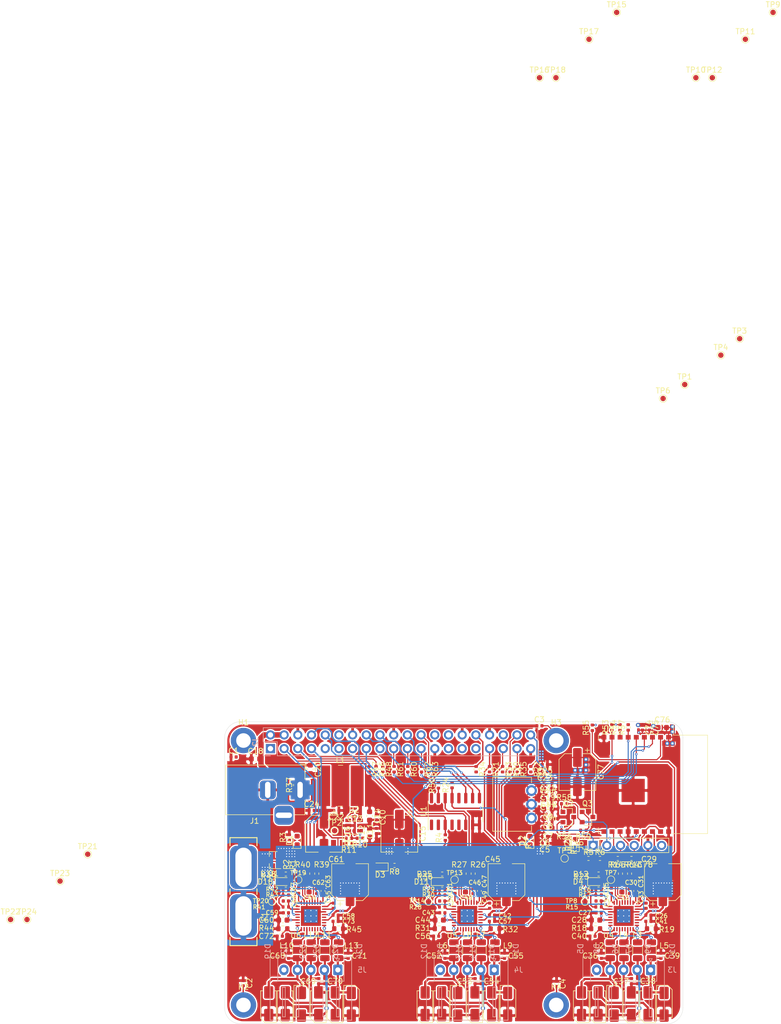
<source format=kicad_pcb>
(kicad_pcb (version 20171130) (host pcbnew 5.1.12-84ad8e8a86~92~ubuntu20.04.1)

  (general
    (thickness 1.6)
    (drawings 15)
    (tracks 1347)
    (zones 0)
    (modules 225)
    (nets 165)
  )

  (page A4)
  (layers
    (0 F.Cu signal)
    (1 In1.Cu power hide)
    (2 In2.Cu power hide)
    (31 B.Cu signal hide)
    (32 B.Adhes user hide)
    (33 F.Adhes user hide)
    (34 B.Paste user hide)
    (35 F.Paste user hide)
    (36 B.SilkS user hide)
    (37 F.SilkS user hide)
    (38 B.Mask user hide)
    (39 F.Mask user hide)
    (40 Dwgs.User user hide)
    (41 Cmts.User user hide)
    (42 Eco1.User user hide)
    (43 Eco2.User user hide)
    (44 Edge.Cuts user)
    (45 Margin user hide)
    (46 B.CrtYd user hide)
    (47 F.CrtYd user)
    (48 B.Fab user hide)
    (49 F.Fab user hide)
  )

  (setup
    (last_trace_width 0.25)
    (user_trace_width 0.2)
    (user_trace_width 0.25)
    (user_trace_width 0.3)
    (user_trace_width 0.35)
    (user_trace_width 0.4)
    (user_trace_width 0.45)
    (user_trace_width 0.5)
    (user_trace_width 0.6)
    (user_trace_width 0.7)
    (user_trace_width 0.8)
    (user_trace_width 0.9)
    (user_trace_width 1)
    (trace_clearance 0.2)
    (zone_clearance 0.25)
    (zone_45_only no)
    (trace_min 0.127)
    (via_size 0.8)
    (via_drill 0.4)
    (via_min_size 0.45)
    (via_min_drill 0.2)
    (user_via 0.45 0.2)
    (user_via 0.5 0.25)
    (user_via 0.6 0.3)
    (user_via 0.7 0.35)
    (user_via 0.8 0.4)
    (user_via 0.9 0.45)
    (user_via 1 0.5)
    (uvia_size 0.3)
    (uvia_drill 0.1)
    (uvias_allowed no)
    (uvia_min_size 0.2)
    (uvia_min_drill 0.1)
    (edge_width 0.05)
    (segment_width 0.2)
    (pcb_text_width 0.3)
    (pcb_text_size 1.5 1.5)
    (mod_edge_width 0.12)
    (mod_text_size 1 1)
    (mod_text_width 0.15)
    (pad_size 1.524 1.524)
    (pad_drill 0.762)
    (pad_to_mask_clearance 0)
    (aux_axis_origin 0 0)
    (grid_origin 123.5 112.5)
    (visible_elements FFFFFF7F)
    (pcbplotparams
      (layerselection 0x010fc_ffffffff)
      (usegerberextensions false)
      (usegerberattributes true)
      (usegerberadvancedattributes true)
      (creategerberjobfile true)
      (excludeedgelayer true)
      (linewidth 0.100000)
      (plotframeref false)
      (viasonmask false)
      (mode 1)
      (useauxorigin false)
      (hpglpennumber 1)
      (hpglpenspeed 20)
      (hpglpendiameter 15.000000)
      (psnegative false)
      (psa4output false)
      (plotreference true)
      (plotvalue true)
      (plotinvisibletext false)
      (padsonsilk false)
      (subtractmaskfromsilk false)
      (outputformat 1)
      (mirror false)
      (drillshape 1)
      (scaleselection 1)
      (outputdirectory ""))
  )

  (net 0 "")
  (net 1 +12V)
  (net 2 GND)
  (net 3 +5V)
  (net 4 +3V3)
  (net 5 "/Motor driver 0/VREF")
  (net 6 /OA1_0)
  (net 7 /OA2_0)
  (net 8 /OB1_0)
  (net 9 /OB2_0)
  (net 10 "/Motor driver 1/VREF")
  (net 11 /OA1_1)
  (net 12 /OA2_1)
  (net 13 /OB1_1)
  (net 14 /OB2_1)
  (net 15 "/Motor driver 2/VREF")
  (net 16 /OA1_2)
  (net 17 /OA2_2)
  (net 18 /OB1_2)
  (net 19 /OB2_2)
  (net 20 "Net-(D1-Pad1)")
  (net 21 "Net-(D2-Pad1)")
  (net 22 "Net-(D3-Pad1)")
  (net 23 "Net-(D4-Pad1)")
  (net 24 "Net-(D11-Pad1)")
  (net 25 "Net-(D18-Pad1)")
  (net 26 "Net-(D26-Pad1)")
  (net 27 "Net-(F1-Pad1)")
  (net 28 "Net-(F1-Pad2)")
  (net 29 /GPIO2_PI)
  (net 30 /GPIO3_PI)
  (net 31 /GPIO4_PI)
  (net 32 "/UART_TX(14)_PI")
  (net 33 "/UART_RX(15)_PI")
  (net 34 /GPIO17_PI)
  (net 35 /GPIO18_PI)
  (net 36 /GPIO27_PI)
  (net 37 /GPIO22_PI)
  (net 38 /GPIO23_PI)
  (net 39 /GPIO24_PI)
  (net 40 "/MOSI(10)_PI")
  (net 41 "/MISO(9)_PI")
  (net 42 /GPIO25_PI)
  (net 43 "/CLK(11)_PI")
  (net 44 "/CE0(8)_PI")
  (net 45 /GPIO7_PI)
  (net 46 /GPIO0_PI)
  (net 47 /GPIO1_PI)
  (net 48 /GPIO5_PI)
  (net 49 /GPIO6_PI)
  (net 50 "/PWM0(12)_PI")
  (net 51 "/PWM1(13)_PI")
  (net 52 /GPIO19_PI)
  (net 53 /GPIO16_PI)
  (net 54 /GPIO26_PI)
  (net 55 /GPIO20_PI)
  (net 56 /GPIO21_PI)
  (net 57 "Net-(J3-Pad5)")
  (net 58 "Net-(J4-Pad5)")
  (net 59 "Net-(J5-Pad5)")
  (net 60 /ESP8266/~RTS_ESP)
  (net 61 /ESP8266/~DTR_ESP)
  (net 62 /ESP8266/RX_ESP)
  (net 63 /ESP8266/TX_ESP)
  (net 64 "/Motor driver 0/OA1_FILTERED")
  (net 65 "/Motor driver 0/OA2_FILTERED")
  (net 66 "/Motor driver 0/OB1_FILTERED")
  (net 67 "/Motor driver 0/OB2_FILTERED")
  (net 68 "/Motor driver 1/OA1_FILTERED")
  (net 69 "/Motor driver 1/OA2_FILTERED")
  (net 70 "/Motor driver 1/OB1_FILTERED")
  (net 71 "/Motor driver 1/OB2_FILTERED")
  (net 72 "/Motor driver 2/OA1_FILTERED")
  (net 73 "/Motor driver 2/OA2_FILTERED")
  (net 74 "/Motor driver 2/OB1_FILTERED")
  (net 75 "/Motor driver 2/OB2_FILTERED")
  (net 76 "Net-(Q1-Pad1)")
  (net 77 "Net-(Q2-Pad1)")
  (net 78 "Net-(Q3-Pad1)")
  (net 79 /ESP8266/ADC_ESP)
  (net 80 /GPIO4_ESP)
  (net 81 "/Motor driver 0/DIAG")
  (net 82 "/Motor driver 0/VREF_OVR")
  (net 83 "/Motor driver 0/MS1")
  (net 84 "/Motor driver 0/MS2")
  (net 85 "/Motor driver 0/~PDN_UART")
  (net 86 "/Motor driver 1/DIAG")
  (net 87 "/Motor driver 1/VREF_OVR")
  (net 88 "/Motor driver 1/MS1")
  (net 89 "/Motor driver 1/MS2")
  (net 90 "/Motor driver 1/~PDN_UART")
  (net 91 "/Motor driver 2/DIAG")
  (net 92 "/Motor driver 2/VREF_OVR")
  (net 93 "/Motor driver 2/MS1")
  (net 94 "/Motor driver 2/MS2")
  (net 95 "/Motor driver 2/~PDN_UART")
  (net 96 "Net-(U1-Pad1)")
  (net 97 "Net-(U1-Pad2)")
  (net 98 "Net-(U1-Pad4)")
  (net 99 "Net-(U1-Pad5)")
  (net 100 "Net-(U1-Pad12)")
  (net 101 "Net-(U4-Pad2)")
  (net 102 "Net-(U5-Pad2)")
  (net 103 "Net-(U6-Pad2)")
  (net 104 /ESP8266/~RST)
  (net 105 VD)
  (net 106 "Net-(C1-Pad2)")
  (net 107 "Net-(C2-Pad2)")
  (net 108 "Net-(C3-Pad2)")
  (net 109 "Net-(C4-Pad2)")
  (net 110 "Net-(C13-Pad2)")
  (net 111 "Net-(C13-Pad1)")
  (net 112 "Net-(C31-Pad1)")
  (net 113 "Net-(C33-Pad2)")
  (net 114 "Net-(C33-Pad1)")
  (net 115 "Net-(C40-Pad2)")
  (net 116 "Net-(C41-Pad2)")
  (net 117 "Net-(C47-Pad1)")
  (net 118 "Net-(C49-Pad2)")
  (net 119 "Net-(C49-Pad1)")
  (net 120 "Net-(C56-Pad2)")
  (net 121 "Net-(C57-Pad2)")
  (net 122 "Net-(C63-Pad1)")
  (net 123 "Net-(C65-Pad2)")
  (net 124 "Net-(C65-Pad1)")
  (net 125 "Net-(C72-Pad2)")
  (net 126 "Net-(C73-Pad2)")
  (net 127 "Net-(R10-Pad2)")
  (net 128 "/Motor driver 0/V5V_REF")
  (net 129 "/Motor driver 1/V5V_REF")
  (net 130 "/Motor driver 2/V5V_REF")
  (net 131 "Net-(U4-Pad31)")
  (net 132 "Net-(U4-Pad29)")
  (net 133 "Net-(U4-Pad28)")
  (net 134 "Net-(U4-Pad26)")
  (net 135 "Net-(U4-Pad23)")
  (net 136 "Net-(U4-Pad21)")
  (net 137 "Net-(U4-Pad4)")
  (net 138 "Net-(U5-Pad31)")
  (net 139 "Net-(U5-Pad29)")
  (net 140 "Net-(U5-Pad28)")
  (net 141 "Net-(U5-Pad26)")
  (net 142 "Net-(U5-Pad23)")
  (net 143 "Net-(U5-Pad21)")
  (net 144 "Net-(U5-Pad4)")
  (net 145 "Net-(U6-Pad31)")
  (net 146 "Net-(U6-Pad29)")
  (net 147 "Net-(U6-Pad28)")
  (net 148 "Net-(U6-Pad26)")
  (net 149 "Net-(U6-Pad23)")
  (net 150 "Net-(U6-Pad21)")
  (net 151 "Net-(U6-Pad4)")
  (net 152 "Net-(R23-Pad2)")
  (net 153 "Net-(R36-Pad2)")
  (net 154 "Net-(R49-Pad2)")
  (net 155 /ESP8266/GPIO5)
  (net 156 /ESP8266/GPIO0)
  (net 157 /ESP8266/GPIO2)
  (net 158 /ESP8266/EN)
  (net 159 /ESP8266/CS)
  (net 160 /ESP8266/MISO)
  (net 161 /ESP8266/MOSI)
  (net 162 /ESP8266/CLK)
  (net 163 /ESP8266/TX)
  (net 164 /ESP8266/RX)

  (net_class Default "This is the default net class."
    (clearance 0.2)
    (trace_width 0.25)
    (via_dia 0.8)
    (via_drill 0.4)
    (uvia_dia 0.3)
    (uvia_drill 0.1)
    (add_net +12V)
    (add_net +3V3)
    (add_net +5V)
    (add_net "/CE0(8)_PI")
    (add_net "/CLK(11)_PI")
    (add_net /ESP8266/ADC_ESP)
    (add_net /ESP8266/CLK)
    (add_net /ESP8266/CS)
    (add_net /ESP8266/EN)
    (add_net /ESP8266/GPIO0)
    (add_net /ESP8266/GPIO2)
    (add_net /ESP8266/GPIO5)
    (add_net /ESP8266/MISO)
    (add_net /ESP8266/MOSI)
    (add_net /ESP8266/RX)
    (add_net /ESP8266/RX_ESP)
    (add_net /ESP8266/TX)
    (add_net /ESP8266/TX_ESP)
    (add_net /ESP8266/~DTR_ESP)
    (add_net /ESP8266/~RST)
    (add_net /ESP8266/~RTS_ESP)
    (add_net /GPIO0_PI)
    (add_net /GPIO16_PI)
    (add_net /GPIO17_PI)
    (add_net /GPIO18_PI)
    (add_net /GPIO19_PI)
    (add_net /GPIO1_PI)
    (add_net /GPIO20_PI)
    (add_net /GPIO21_PI)
    (add_net /GPIO22_PI)
    (add_net /GPIO23_PI)
    (add_net /GPIO24_PI)
    (add_net /GPIO25_PI)
    (add_net /GPIO26_PI)
    (add_net /GPIO27_PI)
    (add_net /GPIO2_PI)
    (add_net /GPIO3_PI)
    (add_net /GPIO4_ESP)
    (add_net /GPIO4_PI)
    (add_net /GPIO5_PI)
    (add_net /GPIO6_PI)
    (add_net /GPIO7_PI)
    (add_net "/MISO(9)_PI")
    (add_net "/MOSI(10)_PI")
    (add_net "/Motor driver 0/DIAG")
    (add_net "/Motor driver 0/MS1")
    (add_net "/Motor driver 0/MS2")
    (add_net "/Motor driver 0/OA1_FILTERED")
    (add_net "/Motor driver 0/OA2_FILTERED")
    (add_net "/Motor driver 0/OB1_FILTERED")
    (add_net "/Motor driver 0/OB2_FILTERED")
    (add_net "/Motor driver 0/V5V_REF")
    (add_net "/Motor driver 0/VREF")
    (add_net "/Motor driver 0/VREF_OVR")
    (add_net "/Motor driver 0/~PDN_UART")
    (add_net "/Motor driver 1/DIAG")
    (add_net "/Motor driver 1/MS1")
    (add_net "/Motor driver 1/MS2")
    (add_net "/Motor driver 1/OA1_FILTERED")
    (add_net "/Motor driver 1/OA2_FILTERED")
    (add_net "/Motor driver 1/OB1_FILTERED")
    (add_net "/Motor driver 1/OB2_FILTERED")
    (add_net "/Motor driver 1/V5V_REF")
    (add_net "/Motor driver 1/VREF")
    (add_net "/Motor driver 1/VREF_OVR")
    (add_net "/Motor driver 1/~PDN_UART")
    (add_net "/Motor driver 2/DIAG")
    (add_net "/Motor driver 2/MS1")
    (add_net "/Motor driver 2/MS2")
    (add_net "/Motor driver 2/OA1_FILTERED")
    (add_net "/Motor driver 2/OA2_FILTERED")
    (add_net "/Motor driver 2/OB1_FILTERED")
    (add_net "/Motor driver 2/OB2_FILTERED")
    (add_net "/Motor driver 2/V5V_REF")
    (add_net "/Motor driver 2/VREF")
    (add_net "/Motor driver 2/VREF_OVR")
    (add_net "/Motor driver 2/~PDN_UART")
    (add_net /OA1_0)
    (add_net /OA1_1)
    (add_net /OA1_2)
    (add_net /OA2_0)
    (add_net /OA2_1)
    (add_net /OA2_2)
    (add_net /OB1_0)
    (add_net /OB1_1)
    (add_net /OB1_2)
    (add_net /OB2_0)
    (add_net /OB2_1)
    (add_net /OB2_2)
    (add_net "/PWM0(12)_PI")
    (add_net "/PWM1(13)_PI")
    (add_net "/UART_RX(15)_PI")
    (add_net "/UART_TX(14)_PI")
    (add_net GND)
    (add_net "Net-(C1-Pad2)")
    (add_net "Net-(C13-Pad1)")
    (add_net "Net-(C13-Pad2)")
    (add_net "Net-(C2-Pad2)")
    (add_net "Net-(C3-Pad2)")
    (add_net "Net-(C31-Pad1)")
    (add_net "Net-(C33-Pad1)")
    (add_net "Net-(C33-Pad2)")
    (add_net "Net-(C4-Pad2)")
    (add_net "Net-(C40-Pad2)")
    (add_net "Net-(C41-Pad2)")
    (add_net "Net-(C47-Pad1)")
    (add_net "Net-(C49-Pad1)")
    (add_net "Net-(C49-Pad2)")
    (add_net "Net-(C56-Pad2)")
    (add_net "Net-(C57-Pad2)")
    (add_net "Net-(C63-Pad1)")
    (add_net "Net-(C65-Pad1)")
    (add_net "Net-(C65-Pad2)")
    (add_net "Net-(C72-Pad2)")
    (add_net "Net-(C73-Pad2)")
    (add_net "Net-(D1-Pad1)")
    (add_net "Net-(D11-Pad1)")
    (add_net "Net-(D18-Pad1)")
    (add_net "Net-(D2-Pad1)")
    (add_net "Net-(D26-Pad1)")
    (add_net "Net-(D3-Pad1)")
    (add_net "Net-(D4-Pad1)")
    (add_net "Net-(F1-Pad1)")
    (add_net "Net-(F1-Pad2)")
    (add_net "Net-(J3-Pad5)")
    (add_net "Net-(J4-Pad5)")
    (add_net "Net-(J5-Pad5)")
    (add_net "Net-(Q1-Pad1)")
    (add_net "Net-(Q2-Pad1)")
    (add_net "Net-(Q3-Pad1)")
    (add_net "Net-(R10-Pad2)")
    (add_net "Net-(R23-Pad2)")
    (add_net "Net-(R36-Pad2)")
    (add_net "Net-(R49-Pad2)")
    (add_net "Net-(U1-Pad1)")
    (add_net "Net-(U1-Pad12)")
    (add_net "Net-(U1-Pad2)")
    (add_net "Net-(U1-Pad4)")
    (add_net "Net-(U1-Pad5)")
    (add_net "Net-(U4-Pad2)")
    (add_net "Net-(U4-Pad21)")
    (add_net "Net-(U4-Pad23)")
    (add_net "Net-(U4-Pad26)")
    (add_net "Net-(U4-Pad28)")
    (add_net "Net-(U4-Pad29)")
    (add_net "Net-(U4-Pad31)")
    (add_net "Net-(U4-Pad4)")
    (add_net "Net-(U5-Pad2)")
    (add_net "Net-(U5-Pad21)")
    (add_net "Net-(U5-Pad23)")
    (add_net "Net-(U5-Pad26)")
    (add_net "Net-(U5-Pad28)")
    (add_net "Net-(U5-Pad29)")
    (add_net "Net-(U5-Pad31)")
    (add_net "Net-(U5-Pad4)")
    (add_net "Net-(U6-Pad2)")
    (add_net "Net-(U6-Pad21)")
    (add_net "Net-(U6-Pad23)")
    (add_net "Net-(U6-Pad26)")
    (add_net "Net-(U6-Pad28)")
    (add_net "Net-(U6-Pad29)")
    (add_net "Net-(U6-Pad31)")
    (add_net "Net-(U6-Pad4)")
    (add_net VD)
  )

  (module RF_Module:ESP-WROOM-02 (layer F.Cu) (tedit 5B5B45D7) (tstamp 61AB7658)
    (at 196.342 71.628 270)
    (descr http://espressif.com/sites/default/files/documentation/0c-esp-wroom-02_datasheet_en.pdf)
    (tags "ESP WROOM-02 espressif esp8266ex")
    (path /61A0DE56/61A1CA55)
    (attr smd)
    (fp_text reference U7 (at -10.17 5.13) (layer F.SilkS)
      (effects (font (size 1 1) (thickness 0.15)))
    )
    (fp_text value ESP-WROOM-02 (at 0 8.33 90) (layer F.Fab)
      (effects (font (size 1 1) (thickness 0.15)))
    )
    (fp_line (start -9.12 -6.9) (end -11 -6.9) (layer F.SilkS) (width 0.1))
    (fp_line (start -9.12 -13.22) (end -9.12 -6.9) (layer F.SilkS) (width 0.1))
    (fp_line (start 9.12 -13.22) (end 9.12 -6.7) (layer F.SilkS) (width 0.1))
    (fp_line (start -9.12 -13.22) (end 9.12 -13.22) (layer F.SilkS) (width 0.1))
    (fp_line (start 8 7.02) (end 9.12 7.02) (layer F.SilkS) (width 0.1))
    (fp_line (start 9.12 6.7) (end 9.12 7) (layer F.SilkS) (width 0.1))
    (fp_line (start -9.12 7.02) (end -8.1 7.02) (layer F.SilkS) (width 0.1))
    (fp_line (start -9.12 6.8) (end -9.12 7.02) (layer F.SilkS) (width 0.1))
    (fp_line (start 8.3 -17.9) (end 8.1 -17.7) (layer Cmts.User) (width 0.1))
    (fp_line (start 8.3 -13.3) (end 8.3 -17.9) (layer Cmts.User) (width 0.1))
    (fp_line (start 8.3 -17.9) (end 8.5 -17.7) (layer Cmts.User) (width 0.1))
    (fp_line (start 8.3 -13.3) (end 8.5 -13.5) (layer Cmts.User) (width 0.1))
    (fp_line (start 8.3 -13.3) (end 8.1 -13.5) (layer Cmts.User) (width 0.1))
    (fp_line (start -9.2 -10.7) (end -9.4 -10.9) (layer Cmts.User) (width 0.1))
    (fp_line (start -13.8 -10.7) (end -9.2 -10.7) (layer Cmts.User) (width 0.1))
    (fp_line (start -9.2 -10.7) (end -9.4 -10.5) (layer Cmts.User) (width 0.1))
    (fp_line (start -13.8 -10.7) (end -13.6 -10.5) (layer Cmts.User) (width 0.1))
    (fp_line (start -13.8 -10.7) (end -13.6 -10.9) (layer Cmts.User) (width 0.1))
    (fp_line (start 9.2 -10.7) (end 9.4 -10.5) (layer Cmts.User) (width 0.1))
    (fp_line (start 9.2 -10.7) (end 9.4 -10.9) (layer Cmts.User) (width 0.1))
    (fp_line (start 13.8 -10.7) (end 13.6 -10.5) (layer Cmts.User) (width 0.1))
    (fp_line (start 13.8 -10.7) (end 13.6 -10.9) (layer Cmts.User) (width 0.1))
    (fp_line (start 9.2 -10.7) (end 13.8 -10.7) (layer Cmts.User) (width 0.1))
    (fp_line (start 14 -8.41) (end 12 -6.795) (layer Dwgs.User) (width 0.1))
    (fp_line (start 14 -10.025) (end 10 -6.795) (layer Dwgs.User) (width 0.1))
    (fp_line (start 14 -11.64) (end 8 -6.795) (layer Dwgs.User) (width 0.1))
    (fp_line (start 14 -13.255) (end 6 -6.795) (layer Dwgs.User) (width 0.1))
    (fp_line (start 14 -14.87) (end 4 -6.795) (layer Dwgs.User) (width 0.1))
    (fp_line (start 14 -16.485) (end 2 -6.795) (layer Dwgs.User) (width 0.1))
    (fp_line (start 14 -18.1) (end 0 -6.795) (layer Dwgs.User) (width 0.1))
    (fp_line (start 12 -18.1) (end -2 -6.795) (layer Dwgs.User) (width 0.1))
    (fp_line (start 10 -18.1) (end -4 -6.795) (layer Dwgs.User) (width 0.1))
    (fp_line (start 8 -18.1) (end -6 -6.795) (layer Dwgs.User) (width 0.1))
    (fp_line (start -8 -6.795) (end 6 -18.1) (layer Dwgs.User) (width 0.1))
    (fp_line (start 4 -18.1) (end -10 -6.795) (layer Dwgs.User) (width 0.1))
    (fp_line (start 2 -18.1) (end -12 -6.795) (layer Dwgs.User) (width 0.1))
    (fp_line (start 0 -18.1) (end -14 -6.795) (layer Dwgs.User) (width 0.1))
    (fp_line (start -2 -18.1) (end -14 -8.41) (layer Dwgs.User) (width 0.1))
    (fp_line (start -4 -18.1) (end -14 -10.025) (layer Dwgs.User) (width 0.1))
    (fp_line (start -6 -18.1) (end -14 -11.64) (layer Dwgs.User) (width 0.1))
    (fp_line (start -8 -18.1) (end -14 -13.255) (layer Dwgs.User) (width 0.1))
    (fp_line (start -10 -18.1) (end -14 -14.87) (layer Dwgs.User) (width 0.1))
    (fp_line (start -12 -18.1) (end -14 -16.485) (layer Dwgs.User) (width 0.1))
    (fp_line (start 9.41 -6.55) (end 14.25 -6.55) (layer F.CrtYd) (width 0.05))
    (fp_line (start -14.25 -6.55) (end -9.41 -6.55) (layer F.CrtYd) (width 0.05))
    (fp_line (start 14.25 -18.35) (end 14.25 -6.55) (layer F.CrtYd) (width 0.05))
    (fp_line (start -14.25 -18.35) (end -14.25 -6.55) (layer F.CrtYd) (width 0.05))
    (fp_line (start 14 -18.1) (end -14 -18.1) (layer Dwgs.User) (width 0.1))
    (fp_line (start 14 -6.8) (end 14 -18.1) (layer Dwgs.User) (width 0.1))
    (fp_line (start -9 -13.1) (end 9 -13.1) (layer Dwgs.User) (width 0.1))
    (fp_line (start 9 -13.1) (end 9 -6.78) (layer Dwgs.User) (width 0.1))
    (fp_line (start 14 -6.8) (end -14 -6.8) (layer Dwgs.User) (width 0.1))
    (fp_line (start -9 -6.8) (end -9 -13.1) (layer Dwgs.User) (width 0.1))
    (fp_line (start -8.5 -7) (end -9 -6.5) (layer F.Fab) (width 0.1))
    (fp_line (start -9 -7.5) (end -8.5 -7) (layer F.Fab) (width 0.1))
    (fp_line (start -9 -6.5) (end -9 6.9) (layer F.Fab) (width 0.1))
    (fp_line (start -14.25 -18.35) (end 14.25 -18.35) (layer F.CrtYd) (width 0.05))
    (fp_line (start 9.41 -6.55) (end 9.41 7.15) (layer F.CrtYd) (width 0.05))
    (fp_line (start -9.41 7.15) (end 9.41 7.15) (layer F.CrtYd) (width 0.05))
    (fp_line (start -9.41 7.15) (end -9.41 -6.55) (layer F.CrtYd) (width 0.05))
    (fp_line (start -9 -13.1) (end 9 -13.1) (layer F.Fab) (width 0.1))
    (fp_line (start -9 -13.1) (end -9 -7.5) (layer F.Fab) (width 0.1))
    (fp_line (start -9 6.9) (end 9 6.9) (layer F.Fab) (width 0.1))
    (fp_line (start 9 6.9) (end 9 -13.1) (layer F.Fab) (width 0.1))
    (fp_line (start -14 -6.8) (end -14 -18.1) (layer Dwgs.User) (width 0.1))
    (fp_text user %R (at 0 0 90) (layer F.Fab)
      (effects (font (size 1 1) (thickness 0.15)))
    )
    (fp_text user "KEEP-OUT ZONE" (at 0 -16 90) (layer Cmts.User)
      (effects (font (size 1 1) (thickness 0.15)))
    )
    (fp_text user Antenna (at 0 -10 90) (layer Cmts.User)
      (effects (font (size 1 1) (thickness 0.15)))
    )
    (fp_text user "5 mm" (at 11.8 -11.2 90) (layer Cmts.User)
      (effects (font (size 0.5 0.5) (thickness 0.1)))
    )
    (fp_text user "5 mm" (at -11.2 -11.2 90) (layer Cmts.User)
      (effects (font (size 0.5 0.5) (thickness 0.1)))
    )
    (fp_text user "5 mm" (at 7.8 -15.9) (layer Cmts.User)
      (effects (font (size 0.5 0.5) (thickness 0.1)))
    )
    (pad 19 smd rect (at 1.12 0.58 270) (size 4.3 4.3) (layers F.Cu F.Paste F.Mask)
      (net 2 GND))
    (pad 1 smd rect (at -8.7375 -6 270) (size 0.85 0.9125) (layers F.Cu F.Paste F.Mask)
      (net 4 +3V3))
    (pad 2 smd rect (at -8.7375 -4.5 270) (size 0.85 0.9125) (layers F.Cu F.Paste F.Mask)
      (net 158 /ESP8266/EN))
    (pad 3 smd rect (at -8.7375 -3 270) (size 0.85 0.9125) (layers F.Cu F.Paste F.Mask)
      (net 162 /ESP8266/CLK))
    (pad 4 smd rect (at -8.7375 -1.5 270) (size 0.85 0.9125) (layers F.Cu F.Paste F.Mask)
      (net 160 /ESP8266/MISO))
    (pad 5 smd rect (at -8.7375 0 270) (size 0.85 0.9125) (layers F.Cu F.Paste F.Mask)
      (net 161 /ESP8266/MOSI))
    (pad 6 smd rect (at -8.7375 1.5 270) (size 0.85 0.9125) (layers F.Cu F.Paste F.Mask)
      (net 159 /ESP8266/CS))
    (pad 7 smd rect (at -8.7375 3 270) (size 0.85 0.9125) (layers F.Cu F.Paste F.Mask)
      (net 157 /ESP8266/GPIO2))
    (pad 8 smd rect (at -8.7375 4.5 270) (size 0.85 0.9125) (layers F.Cu F.Paste F.Mask)
      (net 156 /ESP8266/GPIO0))
    (pad 9 smd rect (at -8.7375 6 270) (size 0.85 0.9125) (layers F.Cu F.Paste F.Mask)
      (net 2 GND))
    (pad 10 smd rect (at 8.7375 6 270) (size 0.85 0.9125) (layers F.Cu F.Paste F.Mask)
      (net 80 /GPIO4_ESP))
    (pad 11 smd rect (at 8.7375 4.5 270) (size 0.85 0.9125) (layers F.Cu F.Paste F.Mask)
      (net 164 /ESP8266/RX))
    (pad 12 smd rect (at 8.7375 3 270) (size 0.85 0.9125) (layers F.Cu F.Paste F.Mask)
      (net 163 /ESP8266/TX))
    (pad 13 smd rect (at 8.7375 1.5 270) (size 0.85 0.9125) (layers F.Cu F.Paste F.Mask)
      (net 2 GND))
    (pad 14 smd rect (at 8.7375 0 270) (size 0.85 0.9125) (layers F.Cu F.Paste F.Mask)
      (net 155 /ESP8266/GPIO5))
    (pad 15 smd rect (at 8.7375 -1.5 270) (size 0.85 0.9125) (layers F.Cu F.Paste F.Mask)
      (net 104 /ESP8266/~RST))
    (pad 16 smd rect (at 8.7375 -3 270) (size 0.85 0.9125) (layers F.Cu F.Paste F.Mask)
      (net 79 /ESP8266/ADC_ESP))
    (pad 17 smd rect (at 8.7375 -4.5 270) (size 0.85 0.9125) (layers F.Cu F.Paste F.Mask)
      (net 104 /ESP8266/~RST))
    (pad 18 smd rect (at 8.7375 -6 270) (size 0.85 0.9125) (layers F.Cu F.Paste F.Mask)
      (net 2 GND))
    (model ${KISYS3DMOD}/RF_Module.3dshapes/ESP-WROOM-02.wrl
      (at (xyz 0 0 0))
      (scale (xyz 1 1 1))
      (rotate (xyz 0 0 0))
    )
  )

  (module SaMcam_shield:Switching_Reg_3V3_500mA_Gaptec_LMO78_0.5A (layer F.Cu) (tedit 61AB716A) (tstamp 61AB7B32)
    (at 176.911 75.311 90)
    (path /60C6E8D2/618BC799)
    (fp_text reference U3 (at 5.8 1.7 90) (layer F.SilkS)
      (effects (font (size 1 1) (thickness 0.15)))
    )
    (fp_text value LMO78_0.5A (at 0 -9 90) (layer F.Fab)
      (effects (font (size 1 1) (thickness 0.15)))
    )
    (fp_line (start 5 -7.2) (end 5 0) (layer F.SilkS) (width 0.12))
    (fp_line (start -4 0) (end -5 0) (layer F.SilkS) (width 0.12))
    (fp_line (start -5 -7.2) (end -5 0) (layer F.SilkS) (width 0.12))
    (fp_line (start -5 -7.2) (end 5 -7.2) (layer F.SilkS) (width 0.12))
    (fp_line (start 5 0) (end 4 0) (layer F.SilkS) (width 0.12))
    (fp_line (start -4 0) (end -5 0) (layer F.CrtYd) (width 0.05))
    (fp_line (start -5 0) (end -5 -7.2) (layer F.CrtYd) (width 0.05))
    (fp_line (start -5 -7.2) (end 5 -7.2) (layer F.CrtYd) (width 0.05))
    (fp_line (start 5 -7.2) (end 5 0) (layer F.CrtYd) (width 0.05))
    (fp_line (start 5 0) (end 4 0) (layer F.CrtYd) (width 0.05))
    (fp_text user Vout (at 2.54 4.826) (layer F.SilkS)
      (effects (font (size 1 1) (thickness 0.15)) (justify right))
    )
    (fp_text user GND (at 0 4.826) (layer F.SilkS)
      (effects (font (size 1 1) (thickness 0.15)) (justify right))
    )
    (fp_text user Vin (at -2.54 4.826) (layer F.SilkS)
      (effects (font (size 1 1) (thickness 0.15)) (justify right))
    )
    (pad 3 thru_hole circle (at 2.54 0 90) (size 2 2) (drill 1.2) (layers *.Cu *.Mask)
      (net 4 +3V3))
    (pad 2 thru_hole circle (at 0 0 90) (size 2 2) (drill 1.2) (layers *.Cu *.Mask)
      (net 2 GND))
    (pad 1 thru_hole circle (at -2.54 0 90) (size 2 2) (drill 1.2) (layers *.Cu *.Mask)
      (net 1 +12V))
    (model ${KIPRJMOD}/packages3d/Switching_Reg_3V3_500mA_Gaptec_LMO78_0.5A.stp
      (at (xyz 0 0 0))
      (scale (xyz 1 1 1))
      (rotate (xyz 0 0 0))
    )
  )

  (module SaMcam_shield:CP_Elec_6.3x3 (layer F.Cu) (tedit 61A007AF) (tstamp 61960436)
    (at 185.42 69.342 270)
    (descr "SMD capacitor, aluminum electrolytic, Nichicon, 6.3x3.0mm")
    (tags "capacitor electrolytic")
    (path /61A0DE56/61A1CAB1)
    (attr smd)
    (fp_text reference C77 (at 0 -4.35 90) (layer F.SilkS)
      (effects (font (size 1 1) (thickness 0.15)))
    )
    (fp_text value "100 uF" (at 0 4.35 90) (layer F.Fab)
      (effects (font (size 1 1) (thickness 0.15)))
    )
    (fp_line (start -4.7 1.05) (end -3.55 1.05) (layer F.CrtYd) (width 0.05))
    (fp_line (start -4.7 -1.05) (end -4.7 1.05) (layer F.CrtYd) (width 0.05))
    (fp_line (start -3.55 -1.05) (end -4.7 -1.05) (layer F.CrtYd) (width 0.05))
    (fp_line (start -3.55 1.05) (end -3.55 2.4) (layer F.CrtYd) (width 0.05))
    (fp_line (start -3.55 -2.4) (end -3.55 -1.05) (layer F.CrtYd) (width 0.05))
    (fp_line (start -3.55 -2.4) (end -2.4 -3.55) (layer F.CrtYd) (width 0.05))
    (fp_line (start -3.55 2.4) (end -2.4 3.55) (layer F.CrtYd) (width 0.05))
    (fp_line (start -2.4 -3.55) (end 3.55 -3.55) (layer F.CrtYd) (width 0.05))
    (fp_line (start -2.4 3.55) (end 3.55 3.55) (layer F.CrtYd) (width 0.05))
    (fp_line (start 3.55 1.05) (end 3.55 3.55) (layer F.CrtYd) (width 0.05))
    (fp_line (start 4.7 1.05) (end 3.55 1.05) (layer F.CrtYd) (width 0.05))
    (fp_line (start 4.7 -1.05) (end 4.7 1.05) (layer F.CrtYd) (width 0.05))
    (fp_line (start 3.55 -1.05) (end 4.7 -1.05) (layer F.CrtYd) (width 0.05))
    (fp_line (start 3.55 -3.55) (end 3.55 -1.05) (layer F.CrtYd) (width 0.05))
    (fp_line (start -4.04375 -2.24125) (end -4.04375 -1.45375) (layer F.SilkS) (width 0.12))
    (fp_line (start -4.4375 -1.8475) (end -3.65 -1.8475) (layer F.SilkS) (width 0.12))
    (fp_line (start -3.41 2.345563) (end -2.345563 3.41) (layer F.SilkS) (width 0.12))
    (fp_line (start -3.41 -2.345563) (end -2.345563 -3.41) (layer F.SilkS) (width 0.12))
    (fp_line (start -3.41 -2.345563) (end -3.41 -1.06) (layer F.SilkS) (width 0.12))
    (fp_line (start -3.41 2.345563) (end -3.41 1.06) (layer F.SilkS) (width 0.12))
    (fp_line (start -2.345563 3.41) (end 3.41 3.41) (layer F.SilkS) (width 0.12))
    (fp_line (start -2.345563 -3.41) (end 3.41 -3.41) (layer F.SilkS) (width 0.12))
    (fp_line (start 3.41 -3.41) (end 3.41 -1.06) (layer F.SilkS) (width 0.12))
    (fp_line (start 3.41 3.41) (end 3.41 1.06) (layer F.SilkS) (width 0.12))
    (fp_line (start -2.389838 -1.645) (end -2.389838 -1.015) (layer F.Fab) (width 0.1))
    (fp_line (start -2.704838 -1.33) (end -2.074838 -1.33) (layer F.Fab) (width 0.1))
    (fp_line (start -3.3 2.3) (end -2.3 3.3) (layer F.Fab) (width 0.1))
    (fp_line (start -3.3 -2.3) (end -2.3 -3.3) (layer F.Fab) (width 0.1))
    (fp_line (start -3.3 -2.3) (end -3.3 2.3) (layer F.Fab) (width 0.1))
    (fp_line (start -2.3 3.3) (end 3.3 3.3) (layer F.Fab) (width 0.1))
    (fp_line (start -2.3 -3.3) (end 3.3 -3.3) (layer F.Fab) (width 0.1))
    (fp_line (start 3.3 -3.3) (end 3.3 3.3) (layer F.Fab) (width 0.1))
    (fp_circle (center 0 0) (end 3.15 0) (layer F.Fab) (width 0.1))
    (fp_text user %R (at 0 0 90) (layer F.Fab)
      (effects (font (size 1 1) (thickness 0.15)))
    )
    (pad 2 smd roundrect (at 2.7 0 270) (size 3.5 1.6) (layers F.Cu F.Paste F.Mask) (roundrect_rratio 0.15625)
      (net 2 GND))
    (pad 1 smd roundrect (at -2.7 0 270) (size 3.5 1.6) (layers F.Cu F.Paste F.Mask) (roundrect_rratio 0.15625)
      (net 4 +3V3))
    (model ${KIPRJMOD}/packages3d/CP_Elec_6.3x3.stp
      (at (xyz 0 0 0))
      (scale (xyz 1 1 1))
      (rotate (xyz -90 0 180))
    )
  )

  (module SaMcam_shield:CP_Elec_6.3x3 (layer F.Cu) (tedit 61A007AF) (tstamp 6196030F)
    (at 143.2696 89.7382 90)
    (descr "SMD capacitor, aluminum electrolytic, Nichicon, 6.3x3.0mm")
    (tags "capacitor electrolytic")
    (path /606B5506/604F4568)
    (attr smd)
    (fp_text reference C61 (at 4.2382 -2.5696 180) (layer F.SilkS)
      (effects (font (size 1 1) (thickness 0.15)))
    )
    (fp_text value "100 uF" (at 0 4.35 90) (layer F.Fab)
      (effects (font (size 1 1) (thickness 0.15)))
    )
    (fp_line (start -4.7 1.05) (end -3.55 1.05) (layer F.CrtYd) (width 0.05))
    (fp_line (start -4.7 -1.05) (end -4.7 1.05) (layer F.CrtYd) (width 0.05))
    (fp_line (start -3.55 -1.05) (end -4.7 -1.05) (layer F.CrtYd) (width 0.05))
    (fp_line (start -3.55 1.05) (end -3.55 2.4) (layer F.CrtYd) (width 0.05))
    (fp_line (start -3.55 -2.4) (end -3.55 -1.05) (layer F.CrtYd) (width 0.05))
    (fp_line (start -3.55 -2.4) (end -2.4 -3.55) (layer F.CrtYd) (width 0.05))
    (fp_line (start -3.55 2.4) (end -2.4 3.55) (layer F.CrtYd) (width 0.05))
    (fp_line (start -2.4 -3.55) (end 3.55 -3.55) (layer F.CrtYd) (width 0.05))
    (fp_line (start -2.4 3.55) (end 3.55 3.55) (layer F.CrtYd) (width 0.05))
    (fp_line (start 3.55 1.05) (end 3.55 3.55) (layer F.CrtYd) (width 0.05))
    (fp_line (start 4.7 1.05) (end 3.55 1.05) (layer F.CrtYd) (width 0.05))
    (fp_line (start 4.7 -1.05) (end 4.7 1.05) (layer F.CrtYd) (width 0.05))
    (fp_line (start 3.55 -1.05) (end 4.7 -1.05) (layer F.CrtYd) (width 0.05))
    (fp_line (start 3.55 -3.55) (end 3.55 -1.05) (layer F.CrtYd) (width 0.05))
    (fp_line (start -4.04375 -2.24125) (end -4.04375 -1.45375) (layer F.SilkS) (width 0.12))
    (fp_line (start -4.4375 -1.8475) (end -3.65 -1.8475) (layer F.SilkS) (width 0.12))
    (fp_line (start -3.41 2.345563) (end -2.345563 3.41) (layer F.SilkS) (width 0.12))
    (fp_line (start -3.41 -2.345563) (end -2.345563 -3.41) (layer F.SilkS) (width 0.12))
    (fp_line (start -3.41 -2.345563) (end -3.41 -1.06) (layer F.SilkS) (width 0.12))
    (fp_line (start -3.41 2.345563) (end -3.41 1.06) (layer F.SilkS) (width 0.12))
    (fp_line (start -2.345563 3.41) (end 3.41 3.41) (layer F.SilkS) (width 0.12))
    (fp_line (start -2.345563 -3.41) (end 3.41 -3.41) (layer F.SilkS) (width 0.12))
    (fp_line (start 3.41 -3.41) (end 3.41 -1.06) (layer F.SilkS) (width 0.12))
    (fp_line (start 3.41 3.41) (end 3.41 1.06) (layer F.SilkS) (width 0.12))
    (fp_line (start -2.389838 -1.645) (end -2.389838 -1.015) (layer F.Fab) (width 0.1))
    (fp_line (start -2.704838 -1.33) (end -2.074838 -1.33) (layer F.Fab) (width 0.1))
    (fp_line (start -3.3 2.3) (end -2.3 3.3) (layer F.Fab) (width 0.1))
    (fp_line (start -3.3 -2.3) (end -2.3 -3.3) (layer F.Fab) (width 0.1))
    (fp_line (start -3.3 -2.3) (end -3.3 2.3) (layer F.Fab) (width 0.1))
    (fp_line (start -2.3 3.3) (end 3.3 3.3) (layer F.Fab) (width 0.1))
    (fp_line (start -2.3 -3.3) (end 3.3 -3.3) (layer F.Fab) (width 0.1))
    (fp_line (start 3.3 -3.3) (end 3.3 3.3) (layer F.Fab) (width 0.1))
    (fp_circle (center 0 0) (end 3.15 0) (layer F.Fab) (width 0.1))
    (fp_text user %R (at 0 0 90) (layer F.Fab)
      (effects (font (size 1 1) (thickness 0.15)))
    )
    (pad 2 smd roundrect (at 2.7 0 90) (size 3.5 1.6) (layers F.Cu F.Paste F.Mask) (roundrect_rratio 0.15625)
      (net 2 GND))
    (pad 1 smd roundrect (at -2.7 0 90) (size 3.5 1.6) (layers F.Cu F.Paste F.Mask) (roundrect_rratio 0.15625)
      (net 1 +12V))
    (model ${KIPRJMOD}/packages3d/CP_Elec_6.3x3.stp
      (at (xyz 0 0 0))
      (scale (xyz 1 1 1))
      (rotate (xyz -90 0 180))
    )
  )

  (module SaMcam_shield:CP_Elec_6.3x3 (layer F.Cu) (tedit 61A007AF) (tstamp 619601E8)
    (at 172.2696 89.7382 90)
    (descr "SMD capacitor, aluminum electrolytic, Nichicon, 6.3x3.0mm")
    (tags "capacitor electrolytic")
    (path /606B2804/604F4568)
    (attr smd)
    (fp_text reference C45 (at 4.2382 -2.5696 180) (layer F.SilkS)
      (effects (font (size 1 1) (thickness 0.15)))
    )
    (fp_text value "100 uF" (at 0 4.35 90) (layer F.Fab)
      (effects (font (size 1 1) (thickness 0.15)))
    )
    (fp_line (start -4.7 1.05) (end -3.55 1.05) (layer F.CrtYd) (width 0.05))
    (fp_line (start -4.7 -1.05) (end -4.7 1.05) (layer F.CrtYd) (width 0.05))
    (fp_line (start -3.55 -1.05) (end -4.7 -1.05) (layer F.CrtYd) (width 0.05))
    (fp_line (start -3.55 1.05) (end -3.55 2.4) (layer F.CrtYd) (width 0.05))
    (fp_line (start -3.55 -2.4) (end -3.55 -1.05) (layer F.CrtYd) (width 0.05))
    (fp_line (start -3.55 -2.4) (end -2.4 -3.55) (layer F.CrtYd) (width 0.05))
    (fp_line (start -3.55 2.4) (end -2.4 3.55) (layer F.CrtYd) (width 0.05))
    (fp_line (start -2.4 -3.55) (end 3.55 -3.55) (layer F.CrtYd) (width 0.05))
    (fp_line (start -2.4 3.55) (end 3.55 3.55) (layer F.CrtYd) (width 0.05))
    (fp_line (start 3.55 1.05) (end 3.55 3.55) (layer F.CrtYd) (width 0.05))
    (fp_line (start 4.7 1.05) (end 3.55 1.05) (layer F.CrtYd) (width 0.05))
    (fp_line (start 4.7 -1.05) (end 4.7 1.05) (layer F.CrtYd) (width 0.05))
    (fp_line (start 3.55 -1.05) (end 4.7 -1.05) (layer F.CrtYd) (width 0.05))
    (fp_line (start 3.55 -3.55) (end 3.55 -1.05) (layer F.CrtYd) (width 0.05))
    (fp_line (start -4.04375 -2.24125) (end -4.04375 -1.45375) (layer F.SilkS) (width 0.12))
    (fp_line (start -4.4375 -1.8475) (end -3.65 -1.8475) (layer F.SilkS) (width 0.12))
    (fp_line (start -3.41 2.345563) (end -2.345563 3.41) (layer F.SilkS) (width 0.12))
    (fp_line (start -3.41 -2.345563) (end -2.345563 -3.41) (layer F.SilkS) (width 0.12))
    (fp_line (start -3.41 -2.345563) (end -3.41 -1.06) (layer F.SilkS) (width 0.12))
    (fp_line (start -3.41 2.345563) (end -3.41 1.06) (layer F.SilkS) (width 0.12))
    (fp_line (start -2.345563 3.41) (end 3.41 3.41) (layer F.SilkS) (width 0.12))
    (fp_line (start -2.345563 -3.41) (end 3.41 -3.41) (layer F.SilkS) (width 0.12))
    (fp_line (start 3.41 -3.41) (end 3.41 -1.06) (layer F.SilkS) (width 0.12))
    (fp_line (start 3.41 3.41) (end 3.41 1.06) (layer F.SilkS) (width 0.12))
    (fp_line (start -2.389838 -1.645) (end -2.389838 -1.015) (layer F.Fab) (width 0.1))
    (fp_line (start -2.704838 -1.33) (end -2.074838 -1.33) (layer F.Fab) (width 0.1))
    (fp_line (start -3.3 2.3) (end -2.3 3.3) (layer F.Fab) (width 0.1))
    (fp_line (start -3.3 -2.3) (end -2.3 -3.3) (layer F.Fab) (width 0.1))
    (fp_line (start -3.3 -2.3) (end -3.3 2.3) (layer F.Fab) (width 0.1))
    (fp_line (start -2.3 3.3) (end 3.3 3.3) (layer F.Fab) (width 0.1))
    (fp_line (start -2.3 -3.3) (end 3.3 -3.3) (layer F.Fab) (width 0.1))
    (fp_line (start 3.3 -3.3) (end 3.3 3.3) (layer F.Fab) (width 0.1))
    (fp_circle (center 0 0) (end 3.15 0) (layer F.Fab) (width 0.1))
    (fp_text user %R (at 0 0 90) (layer F.Fab)
      (effects (font (size 1 1) (thickness 0.15)))
    )
    (pad 2 smd roundrect (at 2.7 0 90) (size 3.5 1.6) (layers F.Cu F.Paste F.Mask) (roundrect_rratio 0.15625)
      (net 2 GND))
    (pad 1 smd roundrect (at -2.7 0 90) (size 3.5 1.6) (layers F.Cu F.Paste F.Mask) (roundrect_rratio 0.15625)
      (net 1 +12V))
    (model ${KIPRJMOD}/packages3d/CP_Elec_6.3x3.stp
      (at (xyz 0 0 0))
      (scale (xyz 1 1 1))
      (rotate (xyz -90 0 180))
    )
  )

  (module SaMcam_shield:CP_Elec_6.3x3 (layer F.Cu) (tedit 61A007AF) (tstamp 619D9BCF)
    (at 201.2696 89.7382 90)
    (descr "SMD capacitor, aluminum electrolytic, Nichicon, 6.3x3.0mm")
    (tags "capacitor electrolytic")
    (path /60355F25/604F4568)
    (attr smd)
    (fp_text reference C29 (at 4.2382 -2.5696 180) (layer F.SilkS)
      (effects (font (size 1 1) (thickness 0.15)))
    )
    (fp_text value "100 uF" (at 0 4.35 90) (layer F.Fab)
      (effects (font (size 1 1) (thickness 0.15)))
    )
    (fp_line (start -4.7 1.05) (end -3.55 1.05) (layer F.CrtYd) (width 0.05))
    (fp_line (start -4.7 -1.05) (end -4.7 1.05) (layer F.CrtYd) (width 0.05))
    (fp_line (start -3.55 -1.05) (end -4.7 -1.05) (layer F.CrtYd) (width 0.05))
    (fp_line (start -3.55 1.05) (end -3.55 2.4) (layer F.CrtYd) (width 0.05))
    (fp_line (start -3.55 -2.4) (end -3.55 -1.05) (layer F.CrtYd) (width 0.05))
    (fp_line (start -3.55 -2.4) (end -2.4 -3.55) (layer F.CrtYd) (width 0.05))
    (fp_line (start -3.55 2.4) (end -2.4 3.55) (layer F.CrtYd) (width 0.05))
    (fp_line (start -2.4 -3.55) (end 3.55 -3.55) (layer F.CrtYd) (width 0.05))
    (fp_line (start -2.4 3.55) (end 3.55 3.55) (layer F.CrtYd) (width 0.05))
    (fp_line (start 3.55 1.05) (end 3.55 3.55) (layer F.CrtYd) (width 0.05))
    (fp_line (start 4.7 1.05) (end 3.55 1.05) (layer F.CrtYd) (width 0.05))
    (fp_line (start 4.7 -1.05) (end 4.7 1.05) (layer F.CrtYd) (width 0.05))
    (fp_line (start 3.55 -1.05) (end 4.7 -1.05) (layer F.CrtYd) (width 0.05))
    (fp_line (start 3.55 -3.55) (end 3.55 -1.05) (layer F.CrtYd) (width 0.05))
    (fp_line (start -4.04375 -2.24125) (end -4.04375 -1.45375) (layer F.SilkS) (width 0.12))
    (fp_line (start -4.4375 -1.8475) (end -3.65 -1.8475) (layer F.SilkS) (width 0.12))
    (fp_line (start -3.41 2.345563) (end -2.345563 3.41) (layer F.SilkS) (width 0.12))
    (fp_line (start -3.41 -2.345563) (end -2.345563 -3.41) (layer F.SilkS) (width 0.12))
    (fp_line (start -3.41 -2.345563) (end -3.41 -1.06) (layer F.SilkS) (width 0.12))
    (fp_line (start -3.41 2.345563) (end -3.41 1.06) (layer F.SilkS) (width 0.12))
    (fp_line (start -2.345563 3.41) (end 3.41 3.41) (layer F.SilkS) (width 0.12))
    (fp_line (start -2.345563 -3.41) (end 3.41 -3.41) (layer F.SilkS) (width 0.12))
    (fp_line (start 3.41 -3.41) (end 3.41 -1.06) (layer F.SilkS) (width 0.12))
    (fp_line (start 3.41 3.41) (end 3.41 1.06) (layer F.SilkS) (width 0.12))
    (fp_line (start -2.389838 -1.645) (end -2.389838 -1.015) (layer F.Fab) (width 0.1))
    (fp_line (start -2.704838 -1.33) (end -2.074838 -1.33) (layer F.Fab) (width 0.1))
    (fp_line (start -3.3 2.3) (end -2.3 3.3) (layer F.Fab) (width 0.1))
    (fp_line (start -3.3 -2.3) (end -2.3 -3.3) (layer F.Fab) (width 0.1))
    (fp_line (start -3.3 -2.3) (end -3.3 2.3) (layer F.Fab) (width 0.1))
    (fp_line (start -2.3 3.3) (end 3.3 3.3) (layer F.Fab) (width 0.1))
    (fp_line (start -2.3 -3.3) (end 3.3 -3.3) (layer F.Fab) (width 0.1))
    (fp_line (start 3.3 -3.3) (end 3.3 3.3) (layer F.Fab) (width 0.1))
    (fp_circle (center 0 0) (end 3.15 0) (layer F.Fab) (width 0.1))
    (fp_text user %R (at 0 0 90) (layer F.Fab)
      (effects (font (size 1 1) (thickness 0.15)))
    )
    (pad 2 smd roundrect (at 2.7 0 90) (size 3.5 1.6) (layers F.Cu F.Paste F.Mask) (roundrect_rratio 0.15625)
      (net 2 GND))
    (pad 1 smd roundrect (at -2.7 0 90) (size 3.5 1.6) (layers F.Cu F.Paste F.Mask) (roundrect_rratio 0.15625)
      (net 1 +12V))
    (model ${KIPRJMOD}/packages3d/CP_Elec_6.3x3.stp
      (at (xyz 0 0 0))
      (scale (xyz 1 1 1))
      (rotate (xyz -90 0 180))
    )
  )

  (module SaMcam_shield:CP_Elec_6.3x3 (layer F.Cu) (tedit 61A007AF) (tstamp 61A4BEE3)
    (at 138.43 80.772 270)
    (descr "SMD capacitor, aluminum electrolytic, Nichicon, 6.3x3.0mm")
    (tags "capacitor electrolytic")
    (path /60C6E8D2/604BCA5A)
    (attr smd)
    (fp_text reference C16 (at 0 -4.35 90) (layer F.SilkS)
      (effects (font (size 1 1) (thickness 0.15)))
    )
    (fp_text value "100 uF" (at 0 4.35 90) (layer F.Fab)
      (effects (font (size 1 1) (thickness 0.15)))
    )
    (fp_line (start -4.7 1.05) (end -3.55 1.05) (layer F.CrtYd) (width 0.05))
    (fp_line (start -4.7 -1.05) (end -4.7 1.05) (layer F.CrtYd) (width 0.05))
    (fp_line (start -3.55 -1.05) (end -4.7 -1.05) (layer F.CrtYd) (width 0.05))
    (fp_line (start -3.55 1.05) (end -3.55 2.4) (layer F.CrtYd) (width 0.05))
    (fp_line (start -3.55 -2.4) (end -3.55 -1.05) (layer F.CrtYd) (width 0.05))
    (fp_line (start -3.55 -2.4) (end -2.4 -3.55) (layer F.CrtYd) (width 0.05))
    (fp_line (start -3.55 2.4) (end -2.4 3.55) (layer F.CrtYd) (width 0.05))
    (fp_line (start -2.4 -3.55) (end 3.55 -3.55) (layer F.CrtYd) (width 0.05))
    (fp_line (start -2.4 3.55) (end 3.55 3.55) (layer F.CrtYd) (width 0.05))
    (fp_line (start 3.55 1.05) (end 3.55 3.55) (layer F.CrtYd) (width 0.05))
    (fp_line (start 4.7 1.05) (end 3.55 1.05) (layer F.CrtYd) (width 0.05))
    (fp_line (start 4.7 -1.05) (end 4.7 1.05) (layer F.CrtYd) (width 0.05))
    (fp_line (start 3.55 -1.05) (end 4.7 -1.05) (layer F.CrtYd) (width 0.05))
    (fp_line (start 3.55 -3.55) (end 3.55 -1.05) (layer F.CrtYd) (width 0.05))
    (fp_line (start -4.04375 -2.24125) (end -4.04375 -1.45375) (layer F.SilkS) (width 0.12))
    (fp_line (start -4.4375 -1.8475) (end -3.65 -1.8475) (layer F.SilkS) (width 0.12))
    (fp_line (start -3.41 2.345563) (end -2.345563 3.41) (layer F.SilkS) (width 0.12))
    (fp_line (start -3.41 -2.345563) (end -2.345563 -3.41) (layer F.SilkS) (width 0.12))
    (fp_line (start -3.41 -2.345563) (end -3.41 -1.06) (layer F.SilkS) (width 0.12))
    (fp_line (start -3.41 2.345563) (end -3.41 1.06) (layer F.SilkS) (width 0.12))
    (fp_line (start -2.345563 3.41) (end 3.41 3.41) (layer F.SilkS) (width 0.12))
    (fp_line (start -2.345563 -3.41) (end 3.41 -3.41) (layer F.SilkS) (width 0.12))
    (fp_line (start 3.41 -3.41) (end 3.41 -1.06) (layer F.SilkS) (width 0.12))
    (fp_line (start 3.41 3.41) (end 3.41 1.06) (layer F.SilkS) (width 0.12))
    (fp_line (start -2.389838 -1.645) (end -2.389838 -1.015) (layer F.Fab) (width 0.1))
    (fp_line (start -2.704838 -1.33) (end -2.074838 -1.33) (layer F.Fab) (width 0.1))
    (fp_line (start -3.3 2.3) (end -2.3 3.3) (layer F.Fab) (width 0.1))
    (fp_line (start -3.3 -2.3) (end -2.3 -3.3) (layer F.Fab) (width 0.1))
    (fp_line (start -3.3 -2.3) (end -3.3 2.3) (layer F.Fab) (width 0.1))
    (fp_line (start -2.3 3.3) (end 3.3 3.3) (layer F.Fab) (width 0.1))
    (fp_line (start -2.3 -3.3) (end 3.3 -3.3) (layer F.Fab) (width 0.1))
    (fp_line (start 3.3 -3.3) (end 3.3 3.3) (layer F.Fab) (width 0.1))
    (fp_circle (center 0 0) (end 3.15 0) (layer F.Fab) (width 0.1))
    (fp_text user %R (at 0 0 90) (layer F.Fab)
      (effects (font (size 1 1) (thickness 0.15)))
    )
    (pad 2 smd roundrect (at 2.7 0 270) (size 3.5 1.6) (layers F.Cu F.Paste F.Mask) (roundrect_rratio 0.15625)
      (net 2 GND))
    (pad 1 smd roundrect (at -2.7 0 270) (size 3.5 1.6) (layers F.Cu F.Paste F.Mask) (roundrect_rratio 0.15625)
      (net 3 +5V))
    (model ${KIPRJMOD}/packages3d/CP_Elec_6.3x3.stp
      (at (xyz 0 0 0))
      (scale (xyz 1 1 1))
      (rotate (xyz -90 0 180))
    )
  )

  (module SaMcam_shield:CP_Elec_6.3x3 (layer F.Cu) (tedit 61A007AF) (tstamp 61A46D33)
    (at 152.4 80.772 270)
    (descr "SMD capacitor, aluminum electrolytic, Nichicon, 6.3x3.0mm")
    (tags "capacitor electrolytic")
    (path /60C6E8D2/60456F66)
    (attr smd)
    (fp_text reference C15 (at 0 -4.35 90) (layer F.SilkS)
      (effects (font (size 1 1) (thickness 0.15)))
    )
    (fp_text value "100 uF" (at 0 4.35 90) (layer F.Fab)
      (effects (font (size 1 1) (thickness 0.15)))
    )
    (fp_line (start -4.7 1.05) (end -3.55 1.05) (layer F.CrtYd) (width 0.05))
    (fp_line (start -4.7 -1.05) (end -4.7 1.05) (layer F.CrtYd) (width 0.05))
    (fp_line (start -3.55 -1.05) (end -4.7 -1.05) (layer F.CrtYd) (width 0.05))
    (fp_line (start -3.55 1.05) (end -3.55 2.4) (layer F.CrtYd) (width 0.05))
    (fp_line (start -3.55 -2.4) (end -3.55 -1.05) (layer F.CrtYd) (width 0.05))
    (fp_line (start -3.55 -2.4) (end -2.4 -3.55) (layer F.CrtYd) (width 0.05))
    (fp_line (start -3.55 2.4) (end -2.4 3.55) (layer F.CrtYd) (width 0.05))
    (fp_line (start -2.4 -3.55) (end 3.55 -3.55) (layer F.CrtYd) (width 0.05))
    (fp_line (start -2.4 3.55) (end 3.55 3.55) (layer F.CrtYd) (width 0.05))
    (fp_line (start 3.55 1.05) (end 3.55 3.55) (layer F.CrtYd) (width 0.05))
    (fp_line (start 4.7 1.05) (end 3.55 1.05) (layer F.CrtYd) (width 0.05))
    (fp_line (start 4.7 -1.05) (end 4.7 1.05) (layer F.CrtYd) (width 0.05))
    (fp_line (start 3.55 -1.05) (end 4.7 -1.05) (layer F.CrtYd) (width 0.05))
    (fp_line (start 3.55 -3.55) (end 3.55 -1.05) (layer F.CrtYd) (width 0.05))
    (fp_line (start -4.04375 -2.24125) (end -4.04375 -1.45375) (layer F.SilkS) (width 0.12))
    (fp_line (start -4.4375 -1.8475) (end -3.65 -1.8475) (layer F.SilkS) (width 0.12))
    (fp_line (start -3.41 2.345563) (end -2.345563 3.41) (layer F.SilkS) (width 0.12))
    (fp_line (start -3.41 -2.345563) (end -2.345563 -3.41) (layer F.SilkS) (width 0.12))
    (fp_line (start -3.41 -2.345563) (end -3.41 -1.06) (layer F.SilkS) (width 0.12))
    (fp_line (start -3.41 2.345563) (end -3.41 1.06) (layer F.SilkS) (width 0.12))
    (fp_line (start -2.345563 3.41) (end 3.41 3.41) (layer F.SilkS) (width 0.12))
    (fp_line (start -2.345563 -3.41) (end 3.41 -3.41) (layer F.SilkS) (width 0.12))
    (fp_line (start 3.41 -3.41) (end 3.41 -1.06) (layer F.SilkS) (width 0.12))
    (fp_line (start 3.41 3.41) (end 3.41 1.06) (layer F.SilkS) (width 0.12))
    (fp_line (start -2.389838 -1.645) (end -2.389838 -1.015) (layer F.Fab) (width 0.1))
    (fp_line (start -2.704838 -1.33) (end -2.074838 -1.33) (layer F.Fab) (width 0.1))
    (fp_line (start -3.3 2.3) (end -2.3 3.3) (layer F.Fab) (width 0.1))
    (fp_line (start -3.3 -2.3) (end -2.3 -3.3) (layer F.Fab) (width 0.1))
    (fp_line (start -3.3 -2.3) (end -3.3 2.3) (layer F.Fab) (width 0.1))
    (fp_line (start -2.3 3.3) (end 3.3 3.3) (layer F.Fab) (width 0.1))
    (fp_line (start -2.3 -3.3) (end 3.3 -3.3) (layer F.Fab) (width 0.1))
    (fp_line (start 3.3 -3.3) (end 3.3 3.3) (layer F.Fab) (width 0.1))
    (fp_circle (center 0 0) (end 3.15 0) (layer F.Fab) (width 0.1))
    (fp_text user %R (at 0 0 90) (layer F.Fab)
      (effects (font (size 1 1) (thickness 0.15)))
    )
    (pad 2 smd roundrect (at 2.7 0 270) (size 3.5 1.6) (layers F.Cu F.Paste F.Mask) (roundrect_rratio 0.15625)
      (net 2 GND))
    (pad 1 smd roundrect (at -2.7 0 270) (size 3.5 1.6) (layers F.Cu F.Paste F.Mask) (roundrect_rratio 0.15625)
      (net 1 +12V))
    (model ${KIPRJMOD}/packages3d/CP_Elec_6.3x3.stp
      (at (xyz 0 0 0))
      (scale (xyz 1 1 1))
      (rotate (xyz -90 0 180))
    )
  )

  (module Resistor_SMD:R_0402_1005Metric (layer F.Cu) (tedit 5F68FEEE) (tstamp 61A04CA3)
    (at 128.182 89.8906)
    (descr "Resistor SMD 0402 (1005 Metric), square (rectangular) end terminal, IPC_7351 nominal, (Body size source: IPC-SM-782 page 72, https://www.pcb-3d.com/wordpress/wp-content/uploads/ipc-sm-782a_amendment_1_and_2.pdf), generated with kicad-footprint-generator")
    (tags resistor)
    (path /606B5506/61A30EF2)
    (attr smd)
    (fp_text reference R49 (at 0 -1.17) (layer F.SilkS)
      (effects (font (size 1 1) (thickness 0.15)))
    )
    (fp_text value 470R (at 0 1.17) (layer F.Fab)
      (effects (font (size 1 1) (thickness 0.15)))
    )
    (fp_line (start -0.525 0.27) (end -0.525 -0.27) (layer F.Fab) (width 0.1))
    (fp_line (start -0.525 -0.27) (end 0.525 -0.27) (layer F.Fab) (width 0.1))
    (fp_line (start 0.525 -0.27) (end 0.525 0.27) (layer F.Fab) (width 0.1))
    (fp_line (start 0.525 0.27) (end -0.525 0.27) (layer F.Fab) (width 0.1))
    (fp_line (start -0.153641 -0.38) (end 0.153641 -0.38) (layer F.SilkS) (width 0.12))
    (fp_line (start -0.153641 0.38) (end 0.153641 0.38) (layer F.SilkS) (width 0.12))
    (fp_line (start -0.93 0.47) (end -0.93 -0.47) (layer F.CrtYd) (width 0.05))
    (fp_line (start -0.93 -0.47) (end 0.93 -0.47) (layer F.CrtYd) (width 0.05))
    (fp_line (start 0.93 -0.47) (end 0.93 0.47) (layer F.CrtYd) (width 0.05))
    (fp_line (start 0.93 0.47) (end -0.93 0.47) (layer F.CrtYd) (width 0.05))
    (fp_text user %R (at 0 0) (layer F.Fab)
      (effects (font (size 0.26 0.26) (thickness 0.04)))
    )
    (pad 2 smd roundrect (at 0.51 0) (size 0.54 0.64) (layers F.Cu F.Paste F.Mask) (roundrect_rratio 0.25)
      (net 154 "Net-(R49-Pad2)"))
    (pad 1 smd roundrect (at -0.51 0) (size 0.54 0.64) (layers F.Cu F.Paste F.Mask) (roundrect_rratio 0.25)
      (net 95 "/Motor driver 2/~PDN_UART"))
    (model ${KISYS3DMOD}/Resistor_SMD.3dshapes/R_0402_1005Metric.wrl
      (at (xyz 0 0 0))
      (scale (xyz 1 1 1))
      (rotate (xyz 0 0 0))
    )
  )

  (module Resistor_SMD:R_0402_1005Metric (layer F.Cu) (tedit 5F68FEEE) (tstamp 61A04BD2)
    (at 157.182 89.8906)
    (descr "Resistor SMD 0402 (1005 Metric), square (rectangular) end terminal, IPC_7351 nominal, (Body size source: IPC-SM-782 page 72, https://www.pcb-3d.com/wordpress/wp-content/uploads/ipc-sm-782a_amendment_1_and_2.pdf), generated with kicad-footprint-generator")
    (tags resistor)
    (path /606B2804/61A30EF2)
    (attr smd)
    (fp_text reference R36 (at 0 -1.17) (layer F.SilkS)
      (effects (font (size 1 1) (thickness 0.15)))
    )
    (fp_text value 470R (at 0 1.17) (layer F.Fab)
      (effects (font (size 1 1) (thickness 0.15)))
    )
    (fp_line (start -0.525 0.27) (end -0.525 -0.27) (layer F.Fab) (width 0.1))
    (fp_line (start -0.525 -0.27) (end 0.525 -0.27) (layer F.Fab) (width 0.1))
    (fp_line (start 0.525 -0.27) (end 0.525 0.27) (layer F.Fab) (width 0.1))
    (fp_line (start 0.525 0.27) (end -0.525 0.27) (layer F.Fab) (width 0.1))
    (fp_line (start -0.153641 -0.38) (end 0.153641 -0.38) (layer F.SilkS) (width 0.12))
    (fp_line (start -0.153641 0.38) (end 0.153641 0.38) (layer F.SilkS) (width 0.12))
    (fp_line (start -0.93 0.47) (end -0.93 -0.47) (layer F.CrtYd) (width 0.05))
    (fp_line (start -0.93 -0.47) (end 0.93 -0.47) (layer F.CrtYd) (width 0.05))
    (fp_line (start 0.93 -0.47) (end 0.93 0.47) (layer F.CrtYd) (width 0.05))
    (fp_line (start 0.93 0.47) (end -0.93 0.47) (layer F.CrtYd) (width 0.05))
    (fp_text user %R (at 0 0) (layer F.Fab)
      (effects (font (size 0.26 0.26) (thickness 0.04)))
    )
    (pad 2 smd roundrect (at 0.51 0) (size 0.54 0.64) (layers F.Cu F.Paste F.Mask) (roundrect_rratio 0.25)
      (net 153 "Net-(R36-Pad2)"))
    (pad 1 smd roundrect (at -0.51 0) (size 0.54 0.64) (layers F.Cu F.Paste F.Mask) (roundrect_rratio 0.25)
      (net 90 "/Motor driver 1/~PDN_UART"))
    (model ${KISYS3DMOD}/Resistor_SMD.3dshapes/R_0402_1005Metric.wrl
      (at (xyz 0 0 0))
      (scale (xyz 1 1 1))
      (rotate (xyz 0 0 0))
    )
  )

  (module Resistor_SMD:R_0402_1005Metric (layer F.Cu) (tedit 5F68FEEE) (tstamp 61A04B01)
    (at 186.182 89.8906)
    (descr "Resistor SMD 0402 (1005 Metric), square (rectangular) end terminal, IPC_7351 nominal, (Body size source: IPC-SM-782 page 72, https://www.pcb-3d.com/wordpress/wp-content/uploads/ipc-sm-782a_amendment_1_and_2.pdf), generated with kicad-footprint-generator")
    (tags resistor)
    (path /60355F25/61A30EF2)
    (attr smd)
    (fp_text reference R23 (at 0 -1.17) (layer F.SilkS)
      (effects (font (size 1 1) (thickness 0.15)))
    )
    (fp_text value 470R (at 0 1.17) (layer F.Fab)
      (effects (font (size 1 1) (thickness 0.15)))
    )
    (fp_line (start -0.525 0.27) (end -0.525 -0.27) (layer F.Fab) (width 0.1))
    (fp_line (start -0.525 -0.27) (end 0.525 -0.27) (layer F.Fab) (width 0.1))
    (fp_line (start 0.525 -0.27) (end 0.525 0.27) (layer F.Fab) (width 0.1))
    (fp_line (start 0.525 0.27) (end -0.525 0.27) (layer F.Fab) (width 0.1))
    (fp_line (start -0.153641 -0.38) (end 0.153641 -0.38) (layer F.SilkS) (width 0.12))
    (fp_line (start -0.153641 0.38) (end 0.153641 0.38) (layer F.SilkS) (width 0.12))
    (fp_line (start -0.93 0.47) (end -0.93 -0.47) (layer F.CrtYd) (width 0.05))
    (fp_line (start -0.93 -0.47) (end 0.93 -0.47) (layer F.CrtYd) (width 0.05))
    (fp_line (start 0.93 -0.47) (end 0.93 0.47) (layer F.CrtYd) (width 0.05))
    (fp_line (start 0.93 0.47) (end -0.93 0.47) (layer F.CrtYd) (width 0.05))
    (fp_text user %R (at 0 0) (layer F.Fab)
      (effects (font (size 0.26 0.26) (thickness 0.04)))
    )
    (pad 2 smd roundrect (at 0.51 0) (size 0.54 0.64) (layers F.Cu F.Paste F.Mask) (roundrect_rratio 0.25)
      (net 152 "Net-(R23-Pad2)"))
    (pad 1 smd roundrect (at -0.51 0) (size 0.54 0.64) (layers F.Cu F.Paste F.Mask) (roundrect_rratio 0.25)
      (net 85 "/Motor driver 0/~PDN_UART"))
    (model ${KISYS3DMOD}/Resistor_SMD.3dshapes/R_0402_1005Metric.wrl
      (at (xyz 0 0 0))
      (scale (xyz 1 1 1))
      (rotate (xyz 0 0 0))
    )
  )

  (module Resistor_SMD:R_0402_1005Metric (layer F.Cu) (tedit 5F68FEEE) (tstamp 61960C24)
    (at 135.411866 88.1634 90)
    (descr "Resistor SMD 0402 (1005 Metric), square (rectangular) end terminal, IPC_7351 nominal, (Body size source: IPC-SM-782 page 72, https://www.pcb-3d.com/wordpress/wp-content/uploads/ipc-sm-782a_amendment_1_and_2.pdf), generated with kicad-footprint-generator")
    (tags resistor)
    (path /606B5506/61B62C1C)
    (attr smd)
    (fp_text reference R40 (at 1.6634 -0.911866 180) (layer F.SilkS)
      (effects (font (size 1 1) (thickness 0.15)))
    )
    (fp_text value "3.4 k" (at 0 1.17 90) (layer F.Fab)
      (effects (font (size 1 1) (thickness 0.15)))
    )
    (fp_line (start -0.525 0.27) (end -0.525 -0.27) (layer F.Fab) (width 0.1))
    (fp_line (start -0.525 -0.27) (end 0.525 -0.27) (layer F.Fab) (width 0.1))
    (fp_line (start 0.525 -0.27) (end 0.525 0.27) (layer F.Fab) (width 0.1))
    (fp_line (start 0.525 0.27) (end -0.525 0.27) (layer F.Fab) (width 0.1))
    (fp_line (start -0.153641 -0.38) (end 0.153641 -0.38) (layer F.SilkS) (width 0.12))
    (fp_line (start -0.153641 0.38) (end 0.153641 0.38) (layer F.SilkS) (width 0.12))
    (fp_line (start -0.93 0.47) (end -0.93 -0.47) (layer F.CrtYd) (width 0.05))
    (fp_line (start -0.93 -0.47) (end 0.93 -0.47) (layer F.CrtYd) (width 0.05))
    (fp_line (start 0.93 -0.47) (end 0.93 0.47) (layer F.CrtYd) (width 0.05))
    (fp_line (start 0.93 0.47) (end -0.93 0.47) (layer F.CrtYd) (width 0.05))
    (fp_text user %R (at 0 0 90) (layer F.Fab)
      (effects (font (size 0.26 0.26) (thickness 0.04)))
    )
    (pad 2 smd roundrect (at 0.51 0 90) (size 0.54 0.64) (layers F.Cu F.Paste F.Mask) (roundrect_rratio 0.25)
      (net 105 VD))
    (pad 1 smd roundrect (at -0.51 0 90) (size 0.54 0.64) (layers F.Cu F.Paste F.Mask) (roundrect_rratio 0.25)
      (net 94 "/Motor driver 2/MS2"))
    (model ${KISYS3DMOD}/Resistor_SMD.3dshapes/R_0402_1005Metric.wrl
      (at (xyz 0 0 0))
      (scale (xyz 1 1 1))
      (rotate (xyz 0 0 0))
    )
  )

  (module Resistor_SMD:R_0402_1005Metric (layer F.Cu) (tedit 5F68FEEE) (tstamp 61960C13)
    (at 137.0974 88.1634 90)
    (descr "Resistor SMD 0402 (1005 Metric), square (rectangular) end terminal, IPC_7351 nominal, (Body size source: IPC-SM-782 page 72, https://www.pcb-3d.com/wordpress/wp-content/uploads/ipc-sm-782a_amendment_1_and_2.pdf), generated with kicad-footprint-generator")
    (tags resistor)
    (path /606B5506/6039C2BD)
    (attr smd)
    (fp_text reference R39 (at 1.6634 0.9026 180) (layer F.SilkS)
      (effects (font (size 1 1) (thickness 0.15)))
    )
    (fp_text value "3.4 k" (at 0 1.17 90) (layer F.Fab)
      (effects (font (size 1 1) (thickness 0.15)))
    )
    (fp_line (start -0.525 0.27) (end -0.525 -0.27) (layer F.Fab) (width 0.1))
    (fp_line (start -0.525 -0.27) (end 0.525 -0.27) (layer F.Fab) (width 0.1))
    (fp_line (start 0.525 -0.27) (end 0.525 0.27) (layer F.Fab) (width 0.1))
    (fp_line (start 0.525 0.27) (end -0.525 0.27) (layer F.Fab) (width 0.1))
    (fp_line (start -0.153641 -0.38) (end 0.153641 -0.38) (layer F.SilkS) (width 0.12))
    (fp_line (start -0.153641 0.38) (end 0.153641 0.38) (layer F.SilkS) (width 0.12))
    (fp_line (start -0.93 0.47) (end -0.93 -0.47) (layer F.CrtYd) (width 0.05))
    (fp_line (start -0.93 -0.47) (end 0.93 -0.47) (layer F.CrtYd) (width 0.05))
    (fp_line (start 0.93 -0.47) (end 0.93 0.47) (layer F.CrtYd) (width 0.05))
    (fp_line (start 0.93 0.47) (end -0.93 0.47) (layer F.CrtYd) (width 0.05))
    (fp_text user %R (at 0 0 90) (layer F.Fab)
      (effects (font (size 0.26 0.26) (thickness 0.04)))
    )
    (pad 2 smd roundrect (at 0.51 0 90) (size 0.54 0.64) (layers F.Cu F.Paste F.Mask) (roundrect_rratio 0.25)
      (net 105 VD))
    (pad 1 smd roundrect (at -0.51 0 90) (size 0.54 0.64) (layers F.Cu F.Paste F.Mask) (roundrect_rratio 0.25)
      (net 93 "/Motor driver 2/MS1"))
    (model ${KISYS3DMOD}/Resistor_SMD.3dshapes/R_0402_1005Metric.wrl
      (at (xyz 0 0 0))
      (scale (xyz 1 1 1))
      (rotate (xyz 0 0 0))
    )
  )

  (module Resistor_SMD:R_0402_1005Metric (layer F.Cu) (tedit 5F68FEEE) (tstamp 61960B36)
    (at 164.411866 88.1634 90)
    (descr "Resistor SMD 0402 (1005 Metric), square (rectangular) end terminal, IPC_7351 nominal, (Body size source: IPC-SM-782 page 72, https://www.pcb-3d.com/wordpress/wp-content/uploads/ipc-sm-782a_amendment_1_and_2.pdf), generated with kicad-footprint-generator")
    (tags resistor)
    (path /606B2804/61B62C1C)
    (attr smd)
    (fp_text reference R27 (at 1.6634 -0.911866 180) (layer F.SilkS)
      (effects (font (size 1 1) (thickness 0.15)))
    )
    (fp_text value "3.4 k" (at 0 1.17 90) (layer F.Fab)
      (effects (font (size 1 1) (thickness 0.15)))
    )
    (fp_line (start -0.525 0.27) (end -0.525 -0.27) (layer F.Fab) (width 0.1))
    (fp_line (start -0.525 -0.27) (end 0.525 -0.27) (layer F.Fab) (width 0.1))
    (fp_line (start 0.525 -0.27) (end 0.525 0.27) (layer F.Fab) (width 0.1))
    (fp_line (start 0.525 0.27) (end -0.525 0.27) (layer F.Fab) (width 0.1))
    (fp_line (start -0.153641 -0.38) (end 0.153641 -0.38) (layer F.SilkS) (width 0.12))
    (fp_line (start -0.153641 0.38) (end 0.153641 0.38) (layer F.SilkS) (width 0.12))
    (fp_line (start -0.93 0.47) (end -0.93 -0.47) (layer F.CrtYd) (width 0.05))
    (fp_line (start -0.93 -0.47) (end 0.93 -0.47) (layer F.CrtYd) (width 0.05))
    (fp_line (start 0.93 -0.47) (end 0.93 0.47) (layer F.CrtYd) (width 0.05))
    (fp_line (start 0.93 0.47) (end -0.93 0.47) (layer F.CrtYd) (width 0.05))
    (fp_text user %R (at 0 0 90) (layer F.Fab)
      (effects (font (size 0.26 0.26) (thickness 0.04)))
    )
    (pad 2 smd roundrect (at 0.51 0 90) (size 0.54 0.64) (layers F.Cu F.Paste F.Mask) (roundrect_rratio 0.25)
      (net 105 VD))
    (pad 1 smd roundrect (at -0.51 0 90) (size 0.54 0.64) (layers F.Cu F.Paste F.Mask) (roundrect_rratio 0.25)
      (net 89 "/Motor driver 1/MS2"))
    (model ${KISYS3DMOD}/Resistor_SMD.3dshapes/R_0402_1005Metric.wrl
      (at (xyz 0 0 0))
      (scale (xyz 1 1 1))
      (rotate (xyz 0 0 0))
    )
  )

  (module Resistor_SMD:R_0402_1005Metric (layer F.Cu) (tedit 5F68FEEE) (tstamp 61960B25)
    (at 166.0974 88.1634 90)
    (descr "Resistor SMD 0402 (1005 Metric), square (rectangular) end terminal, IPC_7351 nominal, (Body size source: IPC-SM-782 page 72, https://www.pcb-3d.com/wordpress/wp-content/uploads/ipc-sm-782a_amendment_1_and_2.pdf), generated with kicad-footprint-generator")
    (tags resistor)
    (path /606B2804/6039C2BD)
    (attr smd)
    (fp_text reference R26 (at 1.6634 0.9026 180) (layer F.SilkS)
      (effects (font (size 1 1) (thickness 0.15)))
    )
    (fp_text value "3.4 k" (at 0 1.17 90) (layer F.Fab)
      (effects (font (size 1 1) (thickness 0.15)))
    )
    (fp_line (start -0.525 0.27) (end -0.525 -0.27) (layer F.Fab) (width 0.1))
    (fp_line (start -0.525 -0.27) (end 0.525 -0.27) (layer F.Fab) (width 0.1))
    (fp_line (start 0.525 -0.27) (end 0.525 0.27) (layer F.Fab) (width 0.1))
    (fp_line (start 0.525 0.27) (end -0.525 0.27) (layer F.Fab) (width 0.1))
    (fp_line (start -0.153641 -0.38) (end 0.153641 -0.38) (layer F.SilkS) (width 0.12))
    (fp_line (start -0.153641 0.38) (end 0.153641 0.38) (layer F.SilkS) (width 0.12))
    (fp_line (start -0.93 0.47) (end -0.93 -0.47) (layer F.CrtYd) (width 0.05))
    (fp_line (start -0.93 -0.47) (end 0.93 -0.47) (layer F.CrtYd) (width 0.05))
    (fp_line (start 0.93 -0.47) (end 0.93 0.47) (layer F.CrtYd) (width 0.05))
    (fp_line (start 0.93 0.47) (end -0.93 0.47) (layer F.CrtYd) (width 0.05))
    (fp_text user %R (at 0 0 90) (layer F.Fab)
      (effects (font (size 0.26 0.26) (thickness 0.04)))
    )
    (pad 2 smd roundrect (at 0.51 0 90) (size 0.54 0.64) (layers F.Cu F.Paste F.Mask) (roundrect_rratio 0.25)
      (net 105 VD))
    (pad 1 smd roundrect (at -0.51 0 90) (size 0.54 0.64) (layers F.Cu F.Paste F.Mask) (roundrect_rratio 0.25)
      (net 88 "/Motor driver 1/MS1"))
    (model ${KISYS3DMOD}/Resistor_SMD.3dshapes/R_0402_1005Metric.wrl
      (at (xyz 0 0 0))
      (scale (xyz 1 1 1))
      (rotate (xyz 0 0 0))
    )
  )

  (module Resistor_SMD:R_0402_1005Metric (layer F.Cu) (tedit 5F68FEEE) (tstamp 61960A48)
    (at 193.411866 88.1634 90)
    (descr "Resistor SMD 0402 (1005 Metric), square (rectangular) end terminal, IPC_7351 nominal, (Body size source: IPC-SM-782 page 72, https://www.pcb-3d.com/wordpress/wp-content/uploads/ipc-sm-782a_amendment_1_and_2.pdf), generated with kicad-footprint-generator")
    (tags resistor)
    (path /60355F25/61B62C1C)
    (attr smd)
    (fp_text reference R14 (at 1.6634 -0.911866 180) (layer F.SilkS)
      (effects (font (size 1 1) (thickness 0.15)))
    )
    (fp_text value "3.4 k" (at 0 1.17 90) (layer F.Fab)
      (effects (font (size 1 1) (thickness 0.15)))
    )
    (fp_line (start -0.525 0.27) (end -0.525 -0.27) (layer F.Fab) (width 0.1))
    (fp_line (start -0.525 -0.27) (end 0.525 -0.27) (layer F.Fab) (width 0.1))
    (fp_line (start 0.525 -0.27) (end 0.525 0.27) (layer F.Fab) (width 0.1))
    (fp_line (start 0.525 0.27) (end -0.525 0.27) (layer F.Fab) (width 0.1))
    (fp_line (start -0.153641 -0.38) (end 0.153641 -0.38) (layer F.SilkS) (width 0.12))
    (fp_line (start -0.153641 0.38) (end 0.153641 0.38) (layer F.SilkS) (width 0.12))
    (fp_line (start -0.93 0.47) (end -0.93 -0.47) (layer F.CrtYd) (width 0.05))
    (fp_line (start -0.93 -0.47) (end 0.93 -0.47) (layer F.CrtYd) (width 0.05))
    (fp_line (start 0.93 -0.47) (end 0.93 0.47) (layer F.CrtYd) (width 0.05))
    (fp_line (start 0.93 0.47) (end -0.93 0.47) (layer F.CrtYd) (width 0.05))
    (fp_text user %R (at 0 0 90) (layer F.Fab)
      (effects (font (size 0.26 0.26) (thickness 0.04)))
    )
    (pad 2 smd roundrect (at 0.51 0 90) (size 0.54 0.64) (layers F.Cu F.Paste F.Mask) (roundrect_rratio 0.25)
      (net 105 VD))
    (pad 1 smd roundrect (at -0.51 0 90) (size 0.54 0.64) (layers F.Cu F.Paste F.Mask) (roundrect_rratio 0.25)
      (net 84 "/Motor driver 0/MS2"))
    (model ${KISYS3DMOD}/Resistor_SMD.3dshapes/R_0402_1005Metric.wrl
      (at (xyz 0 0 0))
      (scale (xyz 1 1 1))
      (rotate (xyz 0 0 0))
    )
  )

  (module Resistor_SMD:R_0402_1005Metric (layer F.Cu) (tedit 5F68FEEE) (tstamp 61960A37)
    (at 195.0974 88.1634 90)
    (descr "Resistor SMD 0402 (1005 Metric), square (rectangular) end terminal, IPC_7351 nominal, (Body size source: IPC-SM-782 page 72, https://www.pcb-3d.com/wordpress/wp-content/uploads/ipc-sm-782a_amendment_1_and_2.pdf), generated with kicad-footprint-generator")
    (tags resistor)
    (path /60355F25/6039C2BD)
    (attr smd)
    (fp_text reference R13 (at 1.6634 0.9026 180) (layer F.SilkS)
      (effects (font (size 1 1) (thickness 0.15)))
    )
    (fp_text value "3.4 k" (at 0 1.17 90) (layer F.Fab)
      (effects (font (size 1 1) (thickness 0.15)))
    )
    (fp_line (start -0.525 0.27) (end -0.525 -0.27) (layer F.Fab) (width 0.1))
    (fp_line (start -0.525 -0.27) (end 0.525 -0.27) (layer F.Fab) (width 0.1))
    (fp_line (start 0.525 -0.27) (end 0.525 0.27) (layer F.Fab) (width 0.1))
    (fp_line (start 0.525 0.27) (end -0.525 0.27) (layer F.Fab) (width 0.1))
    (fp_line (start -0.153641 -0.38) (end 0.153641 -0.38) (layer F.SilkS) (width 0.12))
    (fp_line (start -0.153641 0.38) (end 0.153641 0.38) (layer F.SilkS) (width 0.12))
    (fp_line (start -0.93 0.47) (end -0.93 -0.47) (layer F.CrtYd) (width 0.05))
    (fp_line (start -0.93 -0.47) (end 0.93 -0.47) (layer F.CrtYd) (width 0.05))
    (fp_line (start 0.93 -0.47) (end 0.93 0.47) (layer F.CrtYd) (width 0.05))
    (fp_line (start 0.93 0.47) (end -0.93 0.47) (layer F.CrtYd) (width 0.05))
    (fp_text user %R (at 0 0 90) (layer F.Fab)
      (effects (font (size 0.26 0.26) (thickness 0.04)))
    )
    (pad 2 smd roundrect (at 0.51 0 90) (size 0.54 0.64) (layers F.Cu F.Paste F.Mask) (roundrect_rratio 0.25)
      (net 105 VD))
    (pad 1 smd roundrect (at -0.51 0 90) (size 0.54 0.64) (layers F.Cu F.Paste F.Mask) (roundrect_rratio 0.25)
      (net 83 "/Motor driver 0/MS1"))
    (model ${KISYS3DMOD}/Resistor_SMD.3dshapes/R_0402_1005Metric.wrl
      (at (xyz 0 0 0))
      (scale (xyz 1 1 1))
      (rotate (xyz 0 0 0))
    )
  )

  (module Resistor_SMD:R_0402_1005Metric (layer F.Cu) (tedit 5F68FEEE) (tstamp 6196096B)
    (at 151.511 86.636499 180)
    (descr "Resistor SMD 0402 (1005 Metric), square (rectangular) end terminal, IPC_7351 nominal, (Body size source: IPC-SM-782 page 72, https://www.pcb-3d.com/wordpress/wp-content/uploads/ipc-sm-782a_amendment_1_and_2.pdf), generated with kicad-footprint-generator")
    (tags resistor)
    (path /60C6E8D2/60569285)
    (attr smd)
    (fp_text reference R8 (at 0 -1.17) (layer F.SilkS)
      (effects (font (size 1 1) (thickness 0.15)))
    )
    (fp_text value "3.4 k" (at 0 1.17) (layer F.Fab)
      (effects (font (size 1 1) (thickness 0.15)))
    )
    (fp_line (start -0.525 0.27) (end -0.525 -0.27) (layer F.Fab) (width 0.1))
    (fp_line (start -0.525 -0.27) (end 0.525 -0.27) (layer F.Fab) (width 0.1))
    (fp_line (start 0.525 -0.27) (end 0.525 0.27) (layer F.Fab) (width 0.1))
    (fp_line (start 0.525 0.27) (end -0.525 0.27) (layer F.Fab) (width 0.1))
    (fp_line (start -0.153641 -0.38) (end 0.153641 -0.38) (layer F.SilkS) (width 0.12))
    (fp_line (start -0.153641 0.38) (end 0.153641 0.38) (layer F.SilkS) (width 0.12))
    (fp_line (start -0.93 0.47) (end -0.93 -0.47) (layer F.CrtYd) (width 0.05))
    (fp_line (start -0.93 -0.47) (end 0.93 -0.47) (layer F.CrtYd) (width 0.05))
    (fp_line (start 0.93 -0.47) (end 0.93 0.47) (layer F.CrtYd) (width 0.05))
    (fp_line (start 0.93 0.47) (end -0.93 0.47) (layer F.CrtYd) (width 0.05))
    (fp_text user %R (at 0 0) (layer F.Fab)
      (effects (font (size 0.26 0.26) (thickness 0.04)))
    )
    (pad 2 smd roundrect (at 0.51 0 180) (size 0.54 0.64) (layers F.Cu F.Paste F.Mask) (roundrect_rratio 0.25)
      (net 22 "Net-(D3-Pad1)"))
    (pad 1 smd roundrect (at -0.51 0 180) (size 0.54 0.64) (layers F.Cu F.Paste F.Mask) (roundrect_rratio 0.25)
      (net 2 GND))
    (model ${KISYS3DMOD}/Resistor_SMD.3dshapes/R_0402_1005Metric.wrl
      (at (xyz 0 0 0))
      (scale (xyz 1 1 1))
      (rotate (xyz 0 0 0))
    )
  )

  (module Resistor_SMD:R_0402_1005Metric (layer F.Cu) (tedit 5F68FEEE) (tstamp 61960949)
    (at 189.611 85.344)
    (descr "Resistor SMD 0402 (1005 Metric), square (rectangular) end terminal, IPC_7351 nominal, (Body size source: IPC-SM-782 page 72, https://www.pcb-3d.com/wordpress/wp-content/uploads/ipc-sm-782a_amendment_1_and_2.pdf), generated with kicad-footprint-generator")
    (tags resistor)
    (path /61E0003C)
    (attr smd)
    (fp_text reference R6 (at 0 -1.17) (layer F.SilkS)
      (effects (font (size 1 1) (thickness 0.15)))
    )
    (fp_text value "3.4 k" (at 0 1.17) (layer F.Fab)
      (effects (font (size 1 1) (thickness 0.15)))
    )
    (fp_line (start -0.525 0.27) (end -0.525 -0.27) (layer F.Fab) (width 0.1))
    (fp_line (start -0.525 -0.27) (end 0.525 -0.27) (layer F.Fab) (width 0.1))
    (fp_line (start 0.525 -0.27) (end 0.525 0.27) (layer F.Fab) (width 0.1))
    (fp_line (start 0.525 0.27) (end -0.525 0.27) (layer F.Fab) (width 0.1))
    (fp_line (start -0.153641 -0.38) (end 0.153641 -0.38) (layer F.SilkS) (width 0.12))
    (fp_line (start -0.153641 0.38) (end 0.153641 0.38) (layer F.SilkS) (width 0.12))
    (fp_line (start -0.93 0.47) (end -0.93 -0.47) (layer F.CrtYd) (width 0.05))
    (fp_line (start -0.93 -0.47) (end 0.93 -0.47) (layer F.CrtYd) (width 0.05))
    (fp_line (start 0.93 -0.47) (end 0.93 0.47) (layer F.CrtYd) (width 0.05))
    (fp_line (start 0.93 0.47) (end -0.93 0.47) (layer F.CrtYd) (width 0.05))
    (fp_text user %R (at 0 0) (layer F.Fab)
      (effects (font (size 0.26 0.26) (thickness 0.04)))
    )
    (pad 2 smd roundrect (at 0.51 0) (size 0.54 0.64) (layers F.Cu F.Paste F.Mask) (roundrect_rratio 0.25)
      (net 2 GND))
    (pad 1 smd roundrect (at -0.51 0) (size 0.54 0.64) (layers F.Cu F.Paste F.Mask) (roundrect_rratio 0.25)
      (net 79 /ESP8266/ADC_ESP))
    (model ${KISYS3DMOD}/Resistor_SMD.3dshapes/R_0402_1005Metric.wrl
      (at (xyz 0 0 0))
      (scale (xyz 1 1 1))
      (rotate (xyz 0 0 0))
    )
  )

  (module SaMcam_shield:Motor_Driver_Trinamic_TMC2202-WA (layer F.Cu) (tedit 6196AAFE) (tstamp 61A29B1D)
    (at 194 96 180)
    (descr "Motor driver")
    (tags "Motor driver")
    (path /60355F25/60356E5D)
    (attr smd)
    (fp_text reference U4 (at 2.8 -3.6) (layer F.SilkS)
      (effects (font (size 1 1) (thickness 0.15)))
    )
    (fp_text value TMC2202-WA_motor_driver (at 0 3.8) (layer F.Fab)
      (effects (font (size 1 1) (thickness 0.15)))
    )
    (fp_line (start 2.135 -2.61) (end 2.61 -2.61) (layer F.SilkS) (width 0.12))
    (fp_line (start 2.61 -2.61) (end 2.61 -2.135) (layer F.SilkS) (width 0.12))
    (fp_line (start -2.135 2.61) (end -2.61 2.61) (layer F.SilkS) (width 0.12))
    (fp_line (start -2.61 2.61) (end -2.61 2.135) (layer F.SilkS) (width 0.12))
    (fp_line (start 2.135 2.61) (end 2.61 2.61) (layer F.SilkS) (width 0.12))
    (fp_line (start 2.61 2.61) (end 2.61 2.135) (layer F.SilkS) (width 0.12))
    (fp_line (start -2.135 -2.61) (end -2.61 -2.61) (layer F.SilkS) (width 0.12))
    (fp_line (start -1.5 -2.5) (end 2.5 -2.5) (layer F.Fab) (width 0.1))
    (fp_line (start 2.5 -2.5) (end 2.5 2.5) (layer F.Fab) (width 0.1))
    (fp_line (start 2.5 2.5) (end -2.5 2.5) (layer F.Fab) (width 0.1))
    (fp_line (start -2.5 2.5) (end -2.5 -1.5) (layer F.Fab) (width 0.1))
    (fp_line (start -2.5 -1.5) (end -1.5 -2.5) (layer F.Fab) (width 0.1))
    (fp_line (start -3.1 -3.1) (end -3.1 3.1) (layer F.CrtYd) (width 0.05))
    (fp_line (start -3.1 3.1) (end 3.1 3.1) (layer F.CrtYd) (width 0.05))
    (fp_line (start 3.1 3.1) (end 3.1 -3.1) (layer F.CrtYd) (width 0.05))
    (fp_line (start 3.1 -3.1) (end -3.1 -3.1) (layer F.CrtYd) (width 0.05))
    (fp_text user %R (at 0 -0.515001) (layer F.Fab)
      (effects (font (size 1 1) (thickness 0.15)))
    )
    (pad "" smd custom (at 1.425 1.425 180) (size 0.601758 0.601758) (layers F.Paste)
      (options (clearance outline) (anchor circle))
      (primitives
        (gr_poly (pts
           (xy -0.259112 -0.189911) (xy -0.189911 -0.259112) (xy 0.259112 -0.259112) (xy 0.259112 0.259112) (xy -0.259112 0.259112)
) (width 0.167068))
      ))
    (pad "" smd custom (at 1.425 -1.425 180) (size 0.601758 0.601758) (layers F.Paste)
      (options (clearance outline) (anchor circle))
      (primitives
        (gr_poly (pts
           (xy -0.259112 -0.259112) (xy 0.259112 -0.259112) (xy 0.259112 0.259112) (xy -0.189911 0.259112) (xy -0.259112 0.189911)
) (width 0.167068))
      ))
    (pad "" smd custom (at -1.425 1.425 180) (size 0.601758 0.601758) (layers F.Paste)
      (options (clearance outline) (anchor circle))
      (primitives
        (gr_poly (pts
           (xy -0.259112 -0.259112) (xy 0.189911 -0.259112) (xy 0.259112 -0.189911) (xy 0.259112 0.259112) (xy -0.259112 0.259112)
) (width 0.167068))
      ))
    (pad "" smd custom (at -1.425 -1.425 180) (size 0.601758 0.601758) (layers F.Paste)
      (options (clearance outline) (anchor circle))
      (primitives
        (gr_poly (pts
           (xy -0.259112 -0.259112) (xy 0.259112 -0.259112) (xy 0.259112 0.189911) (xy 0.189911 0.259112) (xy -0.259112 0.259112)
) (width 0.167068))
      ))
    (pad "" smd custom (at 0.5 1.425 180) (size 0.612035 0.612035) (layers F.Paste)
      (options (clearance outline) (anchor circle))
      (primitives
        (gr_poly (pts
           (xy -0.329856 -0.2087) (xy -0.269167 -0.269389) (xy 0.269167 -0.269389) (xy 0.329856 -0.2087) (xy 0.329856 0.269389)
           (xy -0.329856 0.269389)) (width 0.146515))
      ))
    (pad "" smd custom (at -0.5 1.425 180) (size 0.612035 0.612035) (layers F.Paste)
      (options (clearance outline) (anchor circle))
      (primitives
        (gr_poly (pts
           (xy -0.329856 -0.2087) (xy -0.269167 -0.269389) (xy 0.269167 -0.269389) (xy 0.329856 -0.2087) (xy 0.329856 0.269389)
           (xy -0.329856 0.269389)) (width 0.146515))
      ))
    (pad "" smd custom (at 0.5 -1.425 180) (size 0.612035 0.612035) (layers F.Paste)
      (options (clearance outline) (anchor circle))
      (primitives
        (gr_poly (pts
           (xy -0.329856 -0.269389) (xy 0.329856 -0.269389) (xy 0.329856 0.2087) (xy 0.269167 0.269389) (xy -0.269167 0.269389)
           (xy -0.329856 0.2087)) (width 0.146515))
      ))
    (pad "" smd custom (at -0.5 -1.425 180) (size 0.612035 0.612035) (layers F.Paste)
      (options (clearance outline) (anchor circle))
      (primitives
        (gr_poly (pts
           (xy -0.329856 -0.269389) (xy 0.329856 -0.269389) (xy 0.329856 0.2087) (xy 0.269167 0.269389) (xy -0.269167 0.269389)
           (xy -0.329856 0.2087)) (width 0.146515))
      ))
    (pad "" smd custom (at 1.425 0.5 180) (size 0.612035 0.612035) (layers F.Paste)
      (options (clearance outline) (anchor circle))
      (primitives
        (gr_poly (pts
           (xy -0.269389 -0.269167) (xy -0.2087 -0.329856) (xy 0.269389 -0.329856) (xy 0.269389 0.329856) (xy -0.2087 0.329856)
           (xy -0.269389 0.269167)) (width 0.146515))
      ))
    (pad "" smd custom (at 1.425 -0.5 180) (size 0.612035 0.612035) (layers F.Paste)
      (options (clearance outline) (anchor circle))
      (primitives
        (gr_poly (pts
           (xy -0.269389 -0.269167) (xy -0.2087 -0.329856) (xy 0.269389 -0.329856) (xy 0.269389 0.329856) (xy -0.2087 0.329856)
           (xy -0.269389 0.269167)) (width 0.146515))
      ))
    (pad "" smd custom (at -1.425 0.5 180) (size 0.612035 0.612035) (layers F.Paste)
      (options (clearance outline) (anchor circle))
      (primitives
        (gr_poly (pts
           (xy -0.269389 -0.329856) (xy 0.2087 -0.329856) (xy 0.269389 -0.269167) (xy 0.269389 0.269167) (xy 0.2087 0.329856)
           (xy -0.269389 0.329856)) (width 0.146515))
      ))
    (pad "" smd custom (at -1.425 -0.5 180) (size 0.612035 0.612035) (layers F.Paste)
      (options (clearance outline) (anchor circle))
      (primitives
        (gr_poly (pts
           (xy -0.269389 -0.329856) (xy 0.2087 -0.329856) (xy 0.269389 -0.269167) (xy 0.269389 0.269167) (xy 0.2087 0.329856)
           (xy -0.269389 0.329856)) (width 0.146515))
      ))
    (pad "" smd roundrect (at 0.5 0.5 180) (size 0.806226 0.806226) (layers F.Paste) (roundrect_rratio 0.25))
    (pad "" smd roundrect (at 0.5 -0.5 180) (size 0.806226 0.806226) (layers F.Paste) (roundrect_rratio 0.25))
    (pad "" smd roundrect (at -0.5 0.5 180) (size 0.806226 0.806226) (layers F.Paste) (roundrect_rratio 0.25))
    (pad "" smd roundrect (at -0.5 -0.5 180) (size 0.806226 0.806226) (layers F.Paste) (roundrect_rratio 0.25))
    (pad 33 smd rect (at 0 0 180) (size 2.5 2.5) (layers B.Cu)
      (net 2 GND))
    (pad 33 thru_hole circle (at 1 1 180) (size 0.5 0.5) (drill 0.2) (layers *.Cu)
      (net 2 GND))
    (pad 33 thru_hole circle (at 0 1 180) (size 0.5 0.5) (drill 0.2) (layers *.Cu)
      (net 2 GND))
    (pad 33 thru_hole circle (at -1 1 180) (size 0.5 0.5) (drill 0.2) (layers *.Cu)
      (net 2 GND))
    (pad 33 thru_hole circle (at 1 0 180) (size 0.5 0.5) (drill 0.2) (layers *.Cu)
      (net 2 GND))
    (pad 33 thru_hole circle (at 0 0 180) (size 0.5 0.5) (drill 0.2) (layers *.Cu)
      (net 2 GND))
    (pad 33 thru_hole circle (at -1 0 180) (size 0.5 0.5) (drill 0.2) (layers *.Cu)
      (net 2 GND))
    (pad 33 thru_hole circle (at 1 -1 180) (size 0.5 0.5) (drill 0.2) (layers *.Cu)
      (net 2 GND))
    (pad 33 thru_hole circle (at 0 -1 180) (size 0.5 0.5) (drill 0.2) (layers *.Cu)
      (net 2 GND))
    (pad 33 thru_hole circle (at -1 -1 180) (size 0.5 0.5) (drill 0.2) (layers *.Cu)
      (net 2 GND))
    (pad 33 smd rect (at 0 0 180) (size 3.7 3.7) (layers F.Cu F.Mask)
      (net 2 GND))
    (pad 32 smd roundrect (at -1.75 -2.45 180) (size 0.25 0.8) (layers F.Cu F.Paste F.Mask) (roundrect_rratio 0.25)
      (net 116 "Net-(C41-Pad2)"))
    (pad 31 smd roundrect (at -1.25 -2.45 180) (size 0.25 0.8) (layers F.Cu F.Paste F.Mask) (roundrect_rratio 0.25)
      (net 131 "Net-(U4-Pad31)"))
    (pad 30 smd roundrect (at -0.75 -2.45 180) (size 0.25 0.8) (layers F.Cu F.Paste F.Mask) (roundrect_rratio 0.25)
      (net 66 "/Motor driver 0/OB1_FILTERED"))
    (pad 29 smd roundrect (at -0.25 -2.45 180) (size 0.25 0.8) (layers F.Cu F.Paste F.Mask) (roundrect_rratio 0.25)
      (net 132 "Net-(U4-Pad29)"))
    (pad 28 smd roundrect (at 0.25 -2.45 180) (size 0.25 0.8) (layers F.Cu F.Paste F.Mask) (roundrect_rratio 0.25)
      (net 133 "Net-(U4-Pad28)"))
    (pad 27 smd roundrect (at 0.75 -2.45 180) (size 0.25 0.8) (layers F.Cu F.Paste F.Mask) (roundrect_rratio 0.25)
      (net 64 "/Motor driver 0/OA1_FILTERED"))
    (pad 26 smd roundrect (at 1.25 -2.45 180) (size 0.25 0.8) (layers F.Cu F.Paste F.Mask) (roundrect_rratio 0.25)
      (net 134 "Net-(U4-Pad26)"))
    (pad 25 smd roundrect (at 1.75 -2.45 180) (size 0.25 0.8) (layers F.Cu F.Paste F.Mask) (roundrect_rratio 0.25)
      (net 115 "Net-(C40-Pad2)"))
    (pad 24 smd roundrect (at 2.45 -1.75 180) (size 0.8 0.25) (layers F.Cu F.Paste F.Mask) (roundrect_rratio 0.25)
      (net 65 "/Motor driver 0/OA2_FILTERED"))
    (pad 23 smd roundrect (at 2.45 -1.25 180) (size 0.8 0.25) (layers F.Cu F.Paste F.Mask) (roundrect_rratio 0.25)
      (net 135 "Net-(U4-Pad23)"))
    (pad 22 smd roundrect (at 2.45 -0.75 180) (size 0.8 0.25) (layers F.Cu F.Paste F.Mask) (roundrect_rratio 0.25)
      (net 1 +12V))
    (pad 21 smd roundrect (at 2.45 -0.25 180) (size 0.8 0.25) (layers F.Cu F.Paste F.Mask) (roundrect_rratio 0.25)
      (net 136 "Net-(U4-Pad21)"))
    (pad 20 smd roundrect (at 2.45 0.25 180) (size 0.8 0.25) (layers F.Cu F.Paste F.Mask) (roundrect_rratio 0.25)
      (net 55 /GPIO20_PI))
    (pad 19 smd roundrect (at 2.45 0.75 180) (size 0.8 0.25) (layers F.Cu F.Paste F.Mask) (roundrect_rratio 0.25)
      (net 2 GND))
    (pad 18 smd roundrect (at 2.45 1.25 180) (size 0.8 0.25) (layers F.Cu F.Paste F.Mask) (roundrect_rratio 0.25)
      (net 5 "/Motor driver 0/VREF"))
    (pad 17 smd roundrect (at 2.45 1.75 180) (size 0.8 0.25) (layers F.Cu F.Paste F.Mask) (roundrect_rratio 0.25)
      (net 51 "/PWM1(13)_PI"))
    (pad 16 smd roundrect (at 1.75 2.45 180) (size 0.25 0.8) (layers F.Cu F.Paste F.Mask) (roundrect_rratio 0.25)
      (net 105 VD))
    (pad 15 smd roundrect (at 1.25 2.45 180) (size 0.25 0.8) (layers F.Cu F.Paste F.Mask) (roundrect_rratio 0.25)
      (net 152 "Net-(R23-Pad2)"))
    (pad 14 smd roundrect (at 0.75 2.45 180) (size 0.25 0.8) (layers F.Cu F.Paste F.Mask) (roundrect_rratio 0.25)
      (net 2 GND))
    (pad 13 smd roundrect (at 0.25 2.45 180) (size 0.25 0.8) (layers F.Cu F.Paste F.Mask) (roundrect_rratio 0.25)
      (net 81 "/Motor driver 0/DIAG"))
    (pad 12 smd roundrect (at -0.25 2.45 180) (size 0.25 0.8) (layers F.Cu F.Paste F.Mask) (roundrect_rratio 0.25)
      (net 84 "/Motor driver 0/MS2"))
    (pad 11 smd roundrect (at -0.75 2.45 180) (size 0.25 0.8) (layers F.Cu F.Paste F.Mask) (roundrect_rratio 0.25)
      (net 83 "/Motor driver 0/MS1"))
    (pad 10 smd roundrect (at -1.25 2.45 180) (size 0.25 0.8) (layers F.Cu F.Paste F.Mask) (roundrect_rratio 0.25)
      (net 128 "/Motor driver 0/V5V_REF"))
    (pad 9 smd roundrect (at -1.75 2.45 180) (size 0.25 0.8) (layers F.Cu F.Paste F.Mask) (roundrect_rratio 0.25)
      (net 112 "Net-(C31-Pad1)"))
    (pad 8 smd roundrect (at -2.45 1.75 180) (size 0.8 0.25) (layers F.Cu F.Paste F.Mask) (roundrect_rratio 0.25)
      (net 114 "Net-(C33-Pad1)"))
    (pad 7 smd roundrect (at -2.45 1.25 180) (size 0.8 0.25) (layers F.Cu F.Paste F.Mask) (roundrect_rratio 0.25)
      (net 113 "Net-(C33-Pad2)"))
    (pad 6 smd roundrect (at -2.45 0.75 180) (size 0.8 0.25) (layers F.Cu F.Paste F.Mask) (roundrect_rratio 0.25)
      (net 2 GND))
    (pad 5 smd roundrect (at -2.45 0.25 180) (size 0.8 0.25) (layers F.Cu F.Paste F.Mask) (roundrect_rratio 0.25)
      (net 56 /GPIO21_PI))
    (pad 4 smd roundrect (at -2.45 -0.25 180) (size 0.8 0.25) (layers F.Cu F.Paste F.Mask) (roundrect_rratio 0.25)
      (net 137 "Net-(U4-Pad4)"))
    (pad 3 smd roundrect (at -2.45 -0.75 180) (size 0.8 0.25) (layers F.Cu F.Paste F.Mask) (roundrect_rratio 0.25)
      (net 1 +12V))
    (pad 2 smd roundrect (at -2.45 -1.25 180) (size 0.8 0.25) (layers F.Cu F.Paste F.Mask) (roundrect_rratio 0.25)
      (net 101 "Net-(U4-Pad2)"))
    (pad 1 smd roundrect (at -2.45 -1.75 180) (size 0.8 0.25) (layers F.Cu F.Paste F.Mask) (roundrect_rratio 0.25)
      (net 67 "/Motor driver 0/OB2_FILTERED"))
    (model ${KIPRJMOD}/packages3d/Motor_Driver_Trinamic_TMC2202-WA.stp
      (at (xyz 0 0 0))
      (scale (xyz 1 1 1))
      (rotate (xyz 0 0 0))
    )
  )

  (module SaMcam_shield:TVS_Diode_Wuerth_824501241 (layer F.Cu) (tedit 61A004C8) (tstamp 619B77BD)
    (at 192.2492 112.368 270)
    (descr "Diode SMD 2114 (3652 Metric), square (rectangular) end terminal, IPC_7351 nominal, (Body size from: http://datasheets.avx.com/schottky.pdf), generated with kicad-footprint-generator")
    (tags diode)
    (path /60355F25/605D9B55)
    (attr smd)
    (fp_text reference D6 (at -11.368 -0.222 90) (layer B.SilkS)
      (effects (font (size 1 1) (thickness 0.15)) (justify left mirror))
    )
    (fp_text value D_TVS (at 0 2.82 90) (layer F.Fab)
      (effects (font (size 1 1) (thickness 0.15)))
    )
    (fp_line (start 2.4 -1.1) (end 2.4 -1.5) (layer F.SilkS) (width 0.12))
    (fp_line (start 2.4 1.4) (end 2.4 1) (layer F.SilkS) (width 0.12))
    (fp_line (start -2.7 -1.5) (end -3.5 -0.7) (layer F.SilkS) (width 0.12))
    (fp_line (start 2.4 -1.5) (end -2.7 -1.5) (layer F.Fab) (width 0.1))
    (fp_line (start -2.7 -1.5) (end -3.5 -0.7) (layer F.Fab) (width 0.1))
    (fp_line (start -3.5 -0.7) (end -3.5 1.4) (layer F.Fab) (width 0.1))
    (fp_line (start -3.5 1.4) (end 2.4 1.4) (layer F.Fab) (width 0.1))
    (fp_line (start 2.4 1.4) (end 2.4 -1.5) (layer F.Fab) (width 0.1))
    (fp_line (start 2.4 -1.5) (end -2.7 -1.5) (layer F.SilkS) (width 0.12))
    (fp_line (start -3.5 -0.7) (end -3.5 1.4) (layer F.SilkS) (width 0.12))
    (fp_line (start -3.5 1.4) (end 2.4 1.4) (layer F.SilkS) (width 0.12))
    (fp_line (start -3.6 1.5) (end -3.6 -1.6) (layer F.CrtYd) (width 0.05))
    (fp_line (start -3.6 -1.6) (end 3.5 -1.6) (layer F.CrtYd) (width 0.05))
    (fp_line (start 3.5 -1.6) (end 3.5 1.5) (layer F.CrtYd) (width 0.05))
    (fp_line (start 3.5 1.5) (end -3.6 1.5) (layer F.CrtYd) (width 0.05))
    (fp_text user %R (at 0 0 90) (layer F.Fab)
      (effects (font (size 1 1) (thickness 0.15)))
    )
    (pad 2 smd roundrect (at 2.1 0 270) (size 2.3 1.7) (layers F.Cu F.Paste F.Mask) (roundrect_rratio 0.149)
      (net 7 /OA2_0))
    (pad 1 smd roundrect (at -2.1 0 270) (size 2.3 1.7) (layers F.Cu F.Paste F.Mask) (roundrect_rratio 0.149)
      (net 6 /OA1_0))
    (model ${KIPRJMOD}/packages3d/TVS_Diode_Wuerth_824501241.stp
      (offset (xyz 0 0 1.2))
      (scale (xyz 1 1 1))
      (rotate (xyz -90 0 0))
    )
  )

  (module SaMcam_shield:TVS_Diode_Wuerth_824501241 (layer F.Cu) (tedit 61A004C8) (tstamp 61A06631)
    (at 189.2656 112.268 90)
    (descr "Diode SMD 2114 (3652 Metric), square (rectangular) end terminal, IPC_7351 nominal, (Body size from: http://datasheets.avx.com/schottky.pdf), generated with kicad-footprint-generator")
    (tags diode)
    (path /60355F25/6066420F)
    (attr smd)
    (fp_text reference D8 (at 11.268 -0.2656 90) (layer B.SilkS)
      (effects (font (size 1 1) (thickness 0.15)) (justify left mirror))
    )
    (fp_text value D_TVS (at 0 2.82 90) (layer F.Fab)
      (effects (font (size 1 1) (thickness 0.15)))
    )
    (fp_line (start 2.4 -1.1) (end 2.4 -1.5) (layer F.SilkS) (width 0.12))
    (fp_line (start 2.4 1.4) (end 2.4 1) (layer F.SilkS) (width 0.12))
    (fp_line (start -2.7 -1.5) (end -3.5 -0.7) (layer F.SilkS) (width 0.12))
    (fp_line (start 2.4 -1.5) (end -2.7 -1.5) (layer F.Fab) (width 0.1))
    (fp_line (start -2.7 -1.5) (end -3.5 -0.7) (layer F.Fab) (width 0.1))
    (fp_line (start -3.5 -0.7) (end -3.5 1.4) (layer F.Fab) (width 0.1))
    (fp_line (start -3.5 1.4) (end 2.4 1.4) (layer F.Fab) (width 0.1))
    (fp_line (start 2.4 1.4) (end 2.4 -1.5) (layer F.Fab) (width 0.1))
    (fp_line (start 2.4 -1.5) (end -2.7 -1.5) (layer F.SilkS) (width 0.12))
    (fp_line (start -3.5 -0.7) (end -3.5 1.4) (layer F.SilkS) (width 0.12))
    (fp_line (start -3.5 1.4) (end 2.4 1.4) (layer F.SilkS) (width 0.12))
    (fp_line (start -3.6 1.5) (end -3.6 -1.6) (layer F.CrtYd) (width 0.05))
    (fp_line (start -3.6 -1.6) (end 3.5 -1.6) (layer F.CrtYd) (width 0.05))
    (fp_line (start 3.5 -1.6) (end 3.5 1.5) (layer F.CrtYd) (width 0.05))
    (fp_line (start 3.5 1.5) (end -3.6 1.5) (layer F.CrtYd) (width 0.05))
    (fp_text user %R (at 0 0 90) (layer F.Fab)
      (effects (font (size 1 1) (thickness 0.15)))
    )
    (pad 2 smd roundrect (at 2.1 0 90) (size 2.3 1.7) (layers F.Cu F.Paste F.Mask) (roundrect_rratio 0.149)
      (net 8 /OB1_0))
    (pad 1 smd roundrect (at -2.1 0 90) (size 2.3 1.7) (layers F.Cu F.Paste F.Mask) (roundrect_rratio 0.149)
      (net 2 GND))
    (model ${KIPRJMOD}/packages3d/TVS_Diode_Wuerth_824501241.stp
      (offset (xyz 0 0 1.2))
      (scale (xyz 1 1 1))
      (rotate (xyz -90 0 0))
    )
  )

  (module SaMcam_shield:TVS_Diode_Wuerth_824501241 (layer F.Cu) (tedit 61A004C8) (tstamp 619B3D28)
    (at 186.182 112.268 90)
    (descr "Diode SMD 2114 (3652 Metric), square (rectangular) end terminal, IPC_7351 nominal, (Body size from: http://datasheets.avx.com/schottky.pdf), generated with kicad-footprint-generator")
    (tags diode)
    (path /60355F25/605F9627)
    (attr smd)
    (fp_text reference D5 (at 11.268 -0.182 90) (layer B.SilkS)
      (effects (font (size 1 1) (thickness 0.15)) (justify left mirror))
    )
    (fp_text value D_TVS (at 0 2.82 90) (layer F.Fab)
      (effects (font (size 1 1) (thickness 0.15)))
    )
    (fp_line (start 2.4 -1.1) (end 2.4 -1.5) (layer F.SilkS) (width 0.12))
    (fp_line (start 2.4 1.4) (end 2.4 1) (layer F.SilkS) (width 0.12))
    (fp_line (start -2.7 -1.5) (end -3.5 -0.7) (layer F.SilkS) (width 0.12))
    (fp_line (start 2.4 -1.5) (end -2.7 -1.5) (layer F.Fab) (width 0.1))
    (fp_line (start -2.7 -1.5) (end -3.5 -0.7) (layer F.Fab) (width 0.1))
    (fp_line (start -3.5 -0.7) (end -3.5 1.4) (layer F.Fab) (width 0.1))
    (fp_line (start -3.5 1.4) (end 2.4 1.4) (layer F.Fab) (width 0.1))
    (fp_line (start 2.4 1.4) (end 2.4 -1.5) (layer F.Fab) (width 0.1))
    (fp_line (start 2.4 -1.5) (end -2.7 -1.5) (layer F.SilkS) (width 0.12))
    (fp_line (start -3.5 -0.7) (end -3.5 1.4) (layer F.SilkS) (width 0.12))
    (fp_line (start -3.5 1.4) (end 2.4 1.4) (layer F.SilkS) (width 0.12))
    (fp_line (start -3.6 1.5) (end -3.6 -1.6) (layer F.CrtYd) (width 0.05))
    (fp_line (start -3.6 -1.6) (end 3.5 -1.6) (layer F.CrtYd) (width 0.05))
    (fp_line (start 3.5 -1.6) (end 3.5 1.5) (layer F.CrtYd) (width 0.05))
    (fp_line (start 3.5 1.5) (end -3.6 1.5) (layer F.CrtYd) (width 0.05))
    (fp_text user %R (at 0 0 90) (layer F.Fab)
      (effects (font (size 1 1) (thickness 0.15)))
    )
    (pad 2 smd roundrect (at 2.1 0 90) (size 2.3 1.7) (layers F.Cu F.Paste F.Mask) (roundrect_rratio 0.149)
      (net 6 /OA1_0))
    (pad 1 smd roundrect (at -2.1 0 90) (size 2.3 1.7) (layers F.Cu F.Paste F.Mask) (roundrect_rratio 0.149)
      (net 2 GND))
    (model ${KIPRJMOD}/packages3d/TVS_Diode_Wuerth_824501241.stp
      (offset (xyz 0 0 1.2))
      (scale (xyz 1 1 1))
      (rotate (xyz -90 0 0))
    )
  )

  (module Capacitor_SMD:C_0402_1005Metric (layer F.Cu) (tedit 5F68FEEE) (tstamp 6196BD20)
    (at 121.666 66.548)
    (descr "Capacitor SMD 0402 (1005 Metric), square (rectangular) end terminal, IPC_7351 nominal, (Body size source: IPC-SM-782 page 76, https://www.pcb-3d.com/wordpress/wp-content/uploads/ipc-sm-782a_amendment_1_and_2.pdf), generated with kicad-footprint-generator")
    (tags capacitor)
    (path /61E92A71)
    (attr smd)
    (fp_text reference C1 (at 0 -1.16) (layer F.SilkS)
      (effects (font (size 1 1) (thickness 0.15)))
    )
    (fp_text value "100 nF" (at 0 1.16) (layer F.Fab)
      (effects (font (size 1 1) (thickness 0.15)))
    )
    (fp_line (start -0.5 0.25) (end -0.5 -0.25) (layer F.Fab) (width 0.1))
    (fp_line (start -0.5 -0.25) (end 0.5 -0.25) (layer F.Fab) (width 0.1))
    (fp_line (start 0.5 -0.25) (end 0.5 0.25) (layer F.Fab) (width 0.1))
    (fp_line (start 0.5 0.25) (end -0.5 0.25) (layer F.Fab) (width 0.1))
    (fp_line (start -0.107836 -0.36) (end 0.107836 -0.36) (layer F.SilkS) (width 0.12))
    (fp_line (start -0.107836 0.36) (end 0.107836 0.36) (layer F.SilkS) (width 0.12))
    (fp_line (start -0.91 0.46) (end -0.91 -0.46) (layer F.CrtYd) (width 0.05))
    (fp_line (start -0.91 -0.46) (end 0.91 -0.46) (layer F.CrtYd) (width 0.05))
    (fp_line (start 0.91 -0.46) (end 0.91 0.46) (layer F.CrtYd) (width 0.05))
    (fp_line (start 0.91 0.46) (end -0.91 0.46) (layer F.CrtYd) (width 0.05))
    (fp_text user %R (at 0 0) (layer F.Fab)
      (effects (font (size 0.25 0.25) (thickness 0.04)))
    )
    (pad 2 smd roundrect (at 0.48 0) (size 0.56 0.62) (layers F.Cu F.Paste F.Mask) (roundrect_rratio 0.25)
      (net 106 "Net-(C1-Pad2)"))
    (pad 1 smd roundrect (at -0.48 0) (size 0.56 0.62) (layers F.Cu F.Paste F.Mask) (roundrect_rratio 0.25)
      (net 2 GND))
    (model ${KISYS3DMOD}/Capacitor_SMD.3dshapes/C_0402_1005Metric.wrl
      (at (xyz 0 0 0))
      (scale (xyz 1 1 1))
      (rotate (xyz 0 0 0))
    )
  )

  (module Capacitor_SMD:C_0402_1005Metric (layer F.Cu) (tedit 5F68FEEE) (tstamp 6196BD31)
    (at 123.444 108.458 270)
    (descr "Capacitor SMD 0402 (1005 Metric), square (rectangular) end terminal, IPC_7351 nominal, (Body size source: IPC-SM-782 page 76, https://www.pcb-3d.com/wordpress/wp-content/uploads/ipc-sm-782a_amendment_1_and_2.pdf), generated with kicad-footprint-generator")
    (tags capacitor)
    (path /61E9DDA2)
    (attr smd)
    (fp_text reference C2 (at 0 -1.16 90) (layer F.SilkS)
      (effects (font (size 1 1) (thickness 0.15)))
    )
    (fp_text value "100 nF" (at 0 1.16 90) (layer F.Fab)
      (effects (font (size 1 1) (thickness 0.15)))
    )
    (fp_line (start -0.5 0.25) (end -0.5 -0.25) (layer F.Fab) (width 0.1))
    (fp_line (start -0.5 -0.25) (end 0.5 -0.25) (layer F.Fab) (width 0.1))
    (fp_line (start 0.5 -0.25) (end 0.5 0.25) (layer F.Fab) (width 0.1))
    (fp_line (start 0.5 0.25) (end -0.5 0.25) (layer F.Fab) (width 0.1))
    (fp_line (start -0.107836 -0.36) (end 0.107836 -0.36) (layer F.SilkS) (width 0.12))
    (fp_line (start -0.107836 0.36) (end 0.107836 0.36) (layer F.SilkS) (width 0.12))
    (fp_line (start -0.91 0.46) (end -0.91 -0.46) (layer F.CrtYd) (width 0.05))
    (fp_line (start -0.91 -0.46) (end 0.91 -0.46) (layer F.CrtYd) (width 0.05))
    (fp_line (start 0.91 -0.46) (end 0.91 0.46) (layer F.CrtYd) (width 0.05))
    (fp_line (start 0.91 0.46) (end -0.91 0.46) (layer F.CrtYd) (width 0.05))
    (fp_text user %R (at 0 0 90) (layer F.Fab)
      (effects (font (size 0.25 0.25) (thickness 0.04)))
    )
    (pad 2 smd roundrect (at 0.48 0 270) (size 0.56 0.62) (layers F.Cu F.Paste F.Mask) (roundrect_rratio 0.25)
      (net 107 "Net-(C2-Pad2)"))
    (pad 1 smd roundrect (at -0.48 0 270) (size 0.56 0.62) (layers F.Cu F.Paste F.Mask) (roundrect_rratio 0.25)
      (net 2 GND))
    (model ${KISYS3DMOD}/Capacitor_SMD.3dshapes/C_0402_1005Metric.wrl
      (at (xyz 0 0 0))
      (scale (xyz 1 1 1))
      (rotate (xyz 0 0 0))
    )
  )

  (module Capacitor_SMD:C_0402_1005Metric (layer F.Cu) (tedit 5F68FEEE) (tstamp 6196BD42)
    (at 178.3715 60.7695)
    (descr "Capacitor SMD 0402 (1005 Metric), square (rectangular) end terminal, IPC_7351 nominal, (Body size source: IPC-SM-782 page 76, https://www.pcb-3d.com/wordpress/wp-content/uploads/ipc-sm-782a_amendment_1_and_2.pdf), generated with kicad-footprint-generator")
    (tags capacitor)
    (path /61EA4F00)
    (attr smd)
    (fp_text reference C3 (at 0 -1.16) (layer F.SilkS)
      (effects (font (size 1 1) (thickness 0.15)))
    )
    (fp_text value "100 nF" (at 0 1.16) (layer F.Fab)
      (effects (font (size 1 1) (thickness 0.15)))
    )
    (fp_line (start -0.5 0.25) (end -0.5 -0.25) (layer F.Fab) (width 0.1))
    (fp_line (start -0.5 -0.25) (end 0.5 -0.25) (layer F.Fab) (width 0.1))
    (fp_line (start 0.5 -0.25) (end 0.5 0.25) (layer F.Fab) (width 0.1))
    (fp_line (start 0.5 0.25) (end -0.5 0.25) (layer F.Fab) (width 0.1))
    (fp_line (start -0.107836 -0.36) (end 0.107836 -0.36) (layer F.SilkS) (width 0.12))
    (fp_line (start -0.107836 0.36) (end 0.107836 0.36) (layer F.SilkS) (width 0.12))
    (fp_line (start -0.91 0.46) (end -0.91 -0.46) (layer F.CrtYd) (width 0.05))
    (fp_line (start -0.91 -0.46) (end 0.91 -0.46) (layer F.CrtYd) (width 0.05))
    (fp_line (start 0.91 -0.46) (end 0.91 0.46) (layer F.CrtYd) (width 0.05))
    (fp_line (start 0.91 0.46) (end -0.91 0.46) (layer F.CrtYd) (width 0.05))
    (fp_text user %R (at 0 0) (layer F.Fab)
      (effects (font (size 0.25 0.25) (thickness 0.04)))
    )
    (pad 2 smd roundrect (at 0.48 0) (size 0.56 0.62) (layers F.Cu F.Paste F.Mask) (roundrect_rratio 0.25)
      (net 108 "Net-(C3-Pad2)"))
    (pad 1 smd roundrect (at -0.48 0) (size 0.56 0.62) (layers F.Cu F.Paste F.Mask) (roundrect_rratio 0.25)
      (net 2 GND))
    (model ${KISYS3DMOD}/Capacitor_SMD.3dshapes/C_0402_1005Metric.wrl
      (at (xyz 0 0 0))
      (scale (xyz 1 1 1))
      (rotate (xyz 0 0 0))
    )
  )

  (module Capacitor_SMD:C_0402_1005Metric (layer F.Cu) (tedit 5F68FEEE) (tstamp 6196BD53)
    (at 181.5592 108.585 270)
    (descr "Capacitor SMD 0402 (1005 Metric), square (rectangular) end terminal, IPC_7351 nominal, (Body size source: IPC-SM-782 page 76, https://www.pcb-3d.com/wordpress/wp-content/uploads/ipc-sm-782a_amendment_1_and_2.pdf), generated with kicad-footprint-generator")
    (tags capacitor)
    (path /61EAC382)
    (attr smd)
    (fp_text reference C4 (at 0 -1.16 90) (layer F.SilkS)
      (effects (font (size 1 1) (thickness 0.15)))
    )
    (fp_text value "100 nF" (at 0 1.16 90) (layer F.Fab)
      (effects (font (size 1 1) (thickness 0.15)))
    )
    (fp_line (start -0.5 0.25) (end -0.5 -0.25) (layer F.Fab) (width 0.1))
    (fp_line (start -0.5 -0.25) (end 0.5 -0.25) (layer F.Fab) (width 0.1))
    (fp_line (start 0.5 -0.25) (end 0.5 0.25) (layer F.Fab) (width 0.1))
    (fp_line (start 0.5 0.25) (end -0.5 0.25) (layer F.Fab) (width 0.1))
    (fp_line (start -0.107836 -0.36) (end 0.107836 -0.36) (layer F.SilkS) (width 0.12))
    (fp_line (start -0.107836 0.36) (end 0.107836 0.36) (layer F.SilkS) (width 0.12))
    (fp_line (start -0.91 0.46) (end -0.91 -0.46) (layer F.CrtYd) (width 0.05))
    (fp_line (start -0.91 -0.46) (end 0.91 -0.46) (layer F.CrtYd) (width 0.05))
    (fp_line (start 0.91 -0.46) (end 0.91 0.46) (layer F.CrtYd) (width 0.05))
    (fp_line (start 0.91 0.46) (end -0.91 0.46) (layer F.CrtYd) (width 0.05))
    (fp_text user %R (at 0 0 90) (layer F.Fab)
      (effects (font (size 0.25 0.25) (thickness 0.04)))
    )
    (pad 2 smd roundrect (at 0.48 0 270) (size 0.56 0.62) (layers F.Cu F.Paste F.Mask) (roundrect_rratio 0.25)
      (net 109 "Net-(C4-Pad2)"))
    (pad 1 smd roundrect (at -0.48 0 270) (size 0.56 0.62) (layers F.Cu F.Paste F.Mask) (roundrect_rratio 0.25)
      (net 2 GND))
    (model ${KISYS3DMOD}/Capacitor_SMD.3dshapes/C_0402_1005Metric.wrl
      (at (xyz 0 0 0))
      (scale (xyz 1 1 1))
      (rotate (xyz 0 0 0))
    )
  )

  (module MountingHole:MountingHole_2.7mm_M2.5_DIN965_Pad (layer F.Cu) (tedit 56D1B4CB) (tstamp 6196BD5B)
    (at 123.5 63.5)
    (descr "Mounting Hole 2.7mm, M2.5, DIN965")
    (tags "mounting hole 2.7mm m2.5 din965")
    (path /61E84F2A)
    (attr virtual)
    (fp_text reference H1 (at 0 -3.35) (layer F.SilkS)
      (effects (font (size 1 1) (thickness 0.15)))
    )
    (fp_text value MountingHole_Pad (at 0 3.35) (layer F.Fab)
      (effects (font (size 1 1) (thickness 0.15)))
    )
    (fp_circle (center 0 0) (end 2.35 0) (layer Cmts.User) (width 0.15))
    (fp_circle (center 0 0) (end 2.6 0) (layer F.CrtYd) (width 0.05))
    (fp_text user %R (at 0.3 0) (layer F.Fab)
      (effects (font (size 1 1) (thickness 0.15)))
    )
    (pad 1 thru_hole circle (at 0 0) (size 4.7 4.7) (drill 2.7) (layers *.Cu *.Mask)
      (net 106 "Net-(C1-Pad2)"))
  )

  (module MountingHole:MountingHole_2.7mm_M2.5_DIN965_Pad (layer F.Cu) (tedit 56D1B4CB) (tstamp 6196BD63)
    (at 123.5 112.5)
    (descr "Mounting Hole 2.7mm, M2.5, DIN965")
    (tags "mounting hole 2.7mm m2.5 din965")
    (path /61E9DD95)
    (attr virtual)
    (fp_text reference H2 (at 0 -3.35) (layer F.SilkS)
      (effects (font (size 1 1) (thickness 0.15)))
    )
    (fp_text value MountingHole_Pad (at 0 3.35) (layer F.Fab)
      (effects (font (size 1 1) (thickness 0.15)))
    )
    (fp_circle (center 0 0) (end 2.35 0) (layer Cmts.User) (width 0.15))
    (fp_circle (center 0 0) (end 2.6 0) (layer F.CrtYd) (width 0.05))
    (fp_text user %R (at 0.3 0) (layer F.Fab)
      (effects (font (size 1 1) (thickness 0.15)))
    )
    (pad 1 thru_hole circle (at 0 0) (size 4.7 4.7) (drill 2.7) (layers *.Cu *.Mask)
      (net 107 "Net-(C2-Pad2)"))
  )

  (module MountingHole:MountingHole_2.7mm_M2.5_DIN965_Pad (layer F.Cu) (tedit 56D1B4CB) (tstamp 6196BD6B)
    (at 181.5 63.5)
    (descr "Mounting Hole 2.7mm, M2.5, DIN965")
    (tags "mounting hole 2.7mm m2.5 din965")
    (path /61EA4EF3)
    (attr virtual)
    (fp_text reference H3 (at 0 -3.35) (layer F.SilkS)
      (effects (font (size 1 1) (thickness 0.15)))
    )
    (fp_text value MountingHole_Pad (at 0 3.35) (layer F.Fab)
      (effects (font (size 1 1) (thickness 0.15)))
    )
    (fp_circle (center 0 0) (end 2.35 0) (layer Cmts.User) (width 0.15))
    (fp_circle (center 0 0) (end 2.6 0) (layer F.CrtYd) (width 0.05))
    (fp_text user %R (at 0.3 0) (layer F.Fab)
      (effects (font (size 1 1) (thickness 0.15)))
    )
    (pad 1 thru_hole circle (at 0 0) (size 4.7 4.7) (drill 2.7) (layers *.Cu *.Mask)
      (net 108 "Net-(C3-Pad2)"))
  )

  (module MountingHole:MountingHole_2.7mm_M2.5_DIN965_Pad (layer F.Cu) (tedit 56D1B4CB) (tstamp 6196BD73)
    (at 181.5 112.5)
    (descr "Mounting Hole 2.7mm, M2.5, DIN965")
    (tags "mounting hole 2.7mm m2.5 din965")
    (path /61EAC375)
    (attr virtual)
    (fp_text reference H4 (at 0 -3.35) (layer F.SilkS)
      (effects (font (size 1 1) (thickness 0.15)))
    )
    (fp_text value MountingHole_Pad (at 0 3.35) (layer F.Fab)
      (effects (font (size 1 1) (thickness 0.15)))
    )
    (fp_circle (center 0 0) (end 2.35 0) (layer Cmts.User) (width 0.15))
    (fp_circle (center 0 0) (end 2.6 0) (layer F.CrtYd) (width 0.05))
    (fp_text user %R (at 0.3 0) (layer F.Fab)
      (effects (font (size 1 1) (thickness 0.15)))
    )
    (pad 1 thru_hole circle (at 0 0) (size 4.7 4.7) (drill 2.7) (layers *.Cu *.Mask)
      (net 109 "Net-(C4-Pad2)"))
  )

  (module LED_SMD:LED_0603_1608Metric (layer F.Cu) (tedit 5F68FEF1) (tstamp 6196045A)
    (at 133.45 82.004999 90)
    (descr "LED SMD 0603 (1608 Metric), square (rectangular) end terminal, IPC_7351 nominal, (Body size source: http://www.tortai-tech.com/upload/download/2011102023233369053.pdf), generated with kicad-footprint-generator")
    (tags LED)
    (path /60620F72)
    (attr smd)
    (fp_text reference D1 (at 0 -1.43 90) (layer F.SilkS)
      (effects (font (size 1 1) (thickness 0.15)))
    )
    (fp_text value Green (at 0 1.43 90) (layer F.Fab)
      (effects (font (size 1 1) (thickness 0.15)))
    )
    (fp_line (start 0.8 -0.4) (end -0.5 -0.4) (layer F.Fab) (width 0.1))
    (fp_line (start -0.5 -0.4) (end -0.8 -0.1) (layer F.Fab) (width 0.1))
    (fp_line (start -0.8 -0.1) (end -0.8 0.4) (layer F.Fab) (width 0.1))
    (fp_line (start -0.8 0.4) (end 0.8 0.4) (layer F.Fab) (width 0.1))
    (fp_line (start 0.8 0.4) (end 0.8 -0.4) (layer F.Fab) (width 0.1))
    (fp_line (start 0.8 -0.735) (end -1.485 -0.735) (layer F.SilkS) (width 0.12))
    (fp_line (start -1.485 -0.735) (end -1.485 0.735) (layer F.SilkS) (width 0.12))
    (fp_line (start -1.485 0.735) (end 0.8 0.735) (layer F.SilkS) (width 0.12))
    (fp_line (start -1.48 0.73) (end -1.48 -0.73) (layer F.CrtYd) (width 0.05))
    (fp_line (start -1.48 -0.73) (end 1.48 -0.73) (layer F.CrtYd) (width 0.05))
    (fp_line (start 1.48 -0.73) (end 1.48 0.73) (layer F.CrtYd) (width 0.05))
    (fp_line (start 1.48 0.73) (end -1.48 0.73) (layer F.CrtYd) (width 0.05))
    (fp_text user %R (at 0 0 90) (layer F.Fab)
      (effects (font (size 0.4 0.4) (thickness 0.06)))
    )
    (pad 2 smd roundrect (at 0.7875 0 90) (size 0.875 0.95) (layers F.Cu F.Paste F.Mask) (roundrect_rratio 0.25)
      (net 1 +12V))
    (pad 1 smd roundrect (at -0.7875 0 90) (size 0.875 0.95) (layers F.Cu F.Paste F.Mask) (roundrect_rratio 0.25)
      (net 20 "Net-(D1-Pad1)"))
    (model ${KISYS3DMOD}/LED_SMD.3dshapes/LED_0603_1608Metric.wrl
      (at (xyz 0 0 0))
      (scale (xyz 1 1 1))
      (rotate (xyz 0 0 0))
    )
  )

  (module LED_SMD:LED_0603_1608Metric (layer F.Cu) (tedit 5F68FEF1) (tstamp 6196046D)
    (at 176.6316 82.0166 90)
    (descr "LED SMD 0603 (1608 Metric), square (rectangular) end terminal, IPC_7351 nominal, (Body size source: http://www.tortai-tech.com/upload/download/2011102023233369053.pdf), generated with kicad-footprint-generator")
    (tags LED)
    (path /60C6E8D2/61991582)
    (attr smd)
    (fp_text reference D2 (at 0 -1.43 90) (layer F.SilkS)
      (effects (font (size 1 1) (thickness 0.15)))
    )
    (fp_text value Green (at 0 1.43 90) (layer F.Fab)
      (effects (font (size 1 1) (thickness 0.15)))
    )
    (fp_line (start 0.8 -0.4) (end -0.5 -0.4) (layer F.Fab) (width 0.1))
    (fp_line (start -0.5 -0.4) (end -0.8 -0.1) (layer F.Fab) (width 0.1))
    (fp_line (start -0.8 -0.1) (end -0.8 0.4) (layer F.Fab) (width 0.1))
    (fp_line (start -0.8 0.4) (end 0.8 0.4) (layer F.Fab) (width 0.1))
    (fp_line (start 0.8 0.4) (end 0.8 -0.4) (layer F.Fab) (width 0.1))
    (fp_line (start 0.8 -0.735) (end -1.485 -0.735) (layer F.SilkS) (width 0.12))
    (fp_line (start -1.485 -0.735) (end -1.485 0.735) (layer F.SilkS) (width 0.12))
    (fp_line (start -1.485 0.735) (end 0.8 0.735) (layer F.SilkS) (width 0.12))
    (fp_line (start -1.48 0.73) (end -1.48 -0.73) (layer F.CrtYd) (width 0.05))
    (fp_line (start -1.48 -0.73) (end 1.48 -0.73) (layer F.CrtYd) (width 0.05))
    (fp_line (start 1.48 -0.73) (end 1.48 0.73) (layer F.CrtYd) (width 0.05))
    (fp_line (start 1.48 0.73) (end -1.48 0.73) (layer F.CrtYd) (width 0.05))
    (fp_text user %R (at 0 0 90) (layer F.Fab)
      (effects (font (size 0.4 0.4) (thickness 0.06)))
    )
    (pad 2 smd roundrect (at 0.7875 0 90) (size 0.875 0.95) (layers F.Cu F.Paste F.Mask) (roundrect_rratio 0.25)
      (net 4 +3V3))
    (pad 1 smd roundrect (at -0.7875 0 90) (size 0.875 0.95) (layers F.Cu F.Paste F.Mask) (roundrect_rratio 0.25)
      (net 21 "Net-(D2-Pad1)"))
    (model ${KISYS3DMOD}/LED_SMD.3dshapes/LED_0603_1608Metric.wrl
      (at (xyz 0 0 0))
      (scale (xyz 1 1 1))
      (rotate (xyz 0 0 0))
    )
  )

  (module LED_SMD:LED_0603_1608Metric (layer F.Cu) (tedit 5F68FEF1) (tstamp 61960480)
    (at 148.844 86.9315 180)
    (descr "LED SMD 0603 (1608 Metric), square (rectangular) end terminal, IPC_7351 nominal, (Body size source: http://www.tortai-tech.com/upload/download/2011102023233369053.pdf), generated with kicad-footprint-generator")
    (tags LED)
    (path /60C6E8D2/6056928C)
    (attr smd)
    (fp_text reference D3 (at 0 -1.43) (layer F.SilkS)
      (effects (font (size 1 1) (thickness 0.15)))
    )
    (fp_text value Green (at 0 1.43) (layer F.Fab)
      (effects (font (size 1 1) (thickness 0.15)))
    )
    (fp_line (start 0.8 -0.4) (end -0.5 -0.4) (layer F.Fab) (width 0.1))
    (fp_line (start -0.5 -0.4) (end -0.8 -0.1) (layer F.Fab) (width 0.1))
    (fp_line (start -0.8 -0.1) (end -0.8 0.4) (layer F.Fab) (width 0.1))
    (fp_line (start -0.8 0.4) (end 0.8 0.4) (layer F.Fab) (width 0.1))
    (fp_line (start 0.8 0.4) (end 0.8 -0.4) (layer F.Fab) (width 0.1))
    (fp_line (start 0.8 -0.735) (end -1.485 -0.735) (layer F.SilkS) (width 0.12))
    (fp_line (start -1.485 -0.735) (end -1.485 0.735) (layer F.SilkS) (width 0.12))
    (fp_line (start -1.485 0.735) (end 0.8 0.735) (layer F.SilkS) (width 0.12))
    (fp_line (start -1.48 0.73) (end -1.48 -0.73) (layer F.CrtYd) (width 0.05))
    (fp_line (start -1.48 -0.73) (end 1.48 -0.73) (layer F.CrtYd) (width 0.05))
    (fp_line (start 1.48 -0.73) (end 1.48 0.73) (layer F.CrtYd) (width 0.05))
    (fp_line (start 1.48 0.73) (end -1.48 0.73) (layer F.CrtYd) (width 0.05))
    (fp_text user %R (at 0 0) (layer F.Fab)
      (effects (font (size 0.4 0.4) (thickness 0.06)))
    )
    (pad 2 smd roundrect (at 0.7875 0 180) (size 0.875 0.95) (layers F.Cu F.Paste F.Mask) (roundrect_rratio 0.25)
      (net 3 +5V))
    (pad 1 smd roundrect (at -0.7875 0 180) (size 0.875 0.95) (layers F.Cu F.Paste F.Mask) (roundrect_rratio 0.25)
      (net 22 "Net-(D3-Pad1)"))
    (model ${KISYS3DMOD}/LED_SMD.3dshapes/LED_0603_1608Metric.wrl
      (at (xyz 0 0 0))
      (scale (xyz 1 1 1))
      (rotate (xyz 0 0 0))
    )
  )

  (module LED_SMD:LED_0603_1608Metric (layer F.Cu) (tedit 5F68FEF1) (tstamp 61ADF8EF)
    (at 188.8 89.635474)
    (descr "LED SMD 0603 (1608 Metric), square (rectangular) end terminal, IPC_7351 nominal, (Body size source: http://www.tortai-tech.com/upload/download/2011102023233369053.pdf), generated with kicad-footprint-generator")
    (tags LED)
    (path /60355F25/604A7277)
    (attr smd)
    (fp_text reference D4 (at -3.253 0.026526) (layer F.SilkS)
      (effects (font (size 1 1) (thickness 0.15)))
    )
    (fp_text value Red (at 0 1.43) (layer F.Fab)
      (effects (font (size 1 1) (thickness 0.15)))
    )
    (fp_line (start 0.8 -0.4) (end -0.5 -0.4) (layer F.Fab) (width 0.1))
    (fp_line (start -0.5 -0.4) (end -0.8 -0.1) (layer F.Fab) (width 0.1))
    (fp_line (start -0.8 -0.1) (end -0.8 0.4) (layer F.Fab) (width 0.1))
    (fp_line (start -0.8 0.4) (end 0.8 0.4) (layer F.Fab) (width 0.1))
    (fp_line (start 0.8 0.4) (end 0.8 -0.4) (layer F.Fab) (width 0.1))
    (fp_line (start 0.8 -0.735) (end -1.485 -0.735) (layer F.SilkS) (width 0.12))
    (fp_line (start -1.485 -0.735) (end -1.485 0.735) (layer F.SilkS) (width 0.12))
    (fp_line (start -1.485 0.735) (end 0.8 0.735) (layer F.SilkS) (width 0.12))
    (fp_line (start -1.48 0.73) (end -1.48 -0.73) (layer F.CrtYd) (width 0.05))
    (fp_line (start -1.48 -0.73) (end 1.48 -0.73) (layer F.CrtYd) (width 0.05))
    (fp_line (start 1.48 -0.73) (end 1.48 0.73) (layer F.CrtYd) (width 0.05))
    (fp_line (start 1.48 0.73) (end -1.48 0.73) (layer F.CrtYd) (width 0.05))
    (fp_text user %R (at 0 0) (layer F.Fab)
      (effects (font (size 0.4 0.4) (thickness 0.06)))
    )
    (pad 2 smd roundrect (at 0.7875 0) (size 0.875 0.95) (layers F.Cu F.Paste F.Mask) (roundrect_rratio 0.25)
      (net 81 "/Motor driver 0/DIAG"))
    (pad 1 smd roundrect (at -0.7875 0) (size 0.875 0.95) (layers F.Cu F.Paste F.Mask) (roundrect_rratio 0.25)
      (net 23 "Net-(D4-Pad1)"))
    (model ${KISYS3DMOD}/LED_SMD.3dshapes/LED_0603_1608Metric.wrl
      (at (xyz 0 0 0))
      (scale (xyz 1 1 1))
      (rotate (xyz 0 0 0))
    )
  )

  (module LED_SMD:LED_0603_1608Metric (layer F.Cu) (tedit 5F68FEF1) (tstamp 61960518)
    (at 159.8 89.635474)
    (descr "LED SMD 0603 (1608 Metric), square (rectangular) end terminal, IPC_7351 nominal, (Body size source: http://www.tortai-tech.com/upload/download/2011102023233369053.pdf), generated with kicad-footprint-generator")
    (tags LED)
    (path /606B2804/604A7277)
    (attr smd)
    (fp_text reference D11 (at -3.253 0.026526) (layer F.SilkS)
      (effects (font (size 1 1) (thickness 0.15)))
    )
    (fp_text value Red (at 0 1.43) (layer F.Fab)
      (effects (font (size 1 1) (thickness 0.15)))
    )
    (fp_line (start 0.8 -0.4) (end -0.5 -0.4) (layer F.Fab) (width 0.1))
    (fp_line (start -0.5 -0.4) (end -0.8 -0.1) (layer F.Fab) (width 0.1))
    (fp_line (start -0.8 -0.1) (end -0.8 0.4) (layer F.Fab) (width 0.1))
    (fp_line (start -0.8 0.4) (end 0.8 0.4) (layer F.Fab) (width 0.1))
    (fp_line (start 0.8 0.4) (end 0.8 -0.4) (layer F.Fab) (width 0.1))
    (fp_line (start 0.8 -0.735) (end -1.485 -0.735) (layer F.SilkS) (width 0.12))
    (fp_line (start -1.485 -0.735) (end -1.485 0.735) (layer F.SilkS) (width 0.12))
    (fp_line (start -1.485 0.735) (end 0.8 0.735) (layer F.SilkS) (width 0.12))
    (fp_line (start -1.48 0.73) (end -1.48 -0.73) (layer F.CrtYd) (width 0.05))
    (fp_line (start -1.48 -0.73) (end 1.48 -0.73) (layer F.CrtYd) (width 0.05))
    (fp_line (start 1.48 -0.73) (end 1.48 0.73) (layer F.CrtYd) (width 0.05))
    (fp_line (start 1.48 0.73) (end -1.48 0.73) (layer F.CrtYd) (width 0.05))
    (fp_text user %R (at 0 0) (layer F.Fab)
      (effects (font (size 0.4 0.4) (thickness 0.06)))
    )
    (pad 2 smd roundrect (at 0.7875 0) (size 0.875 0.95) (layers F.Cu F.Paste F.Mask) (roundrect_rratio 0.25)
      (net 86 "/Motor driver 1/DIAG"))
    (pad 1 smd roundrect (at -0.7875 0) (size 0.875 0.95) (layers F.Cu F.Paste F.Mask) (roundrect_rratio 0.25)
      (net 24 "Net-(D11-Pad1)"))
    (model ${KISYS3DMOD}/LED_SMD.3dshapes/LED_0603_1608Metric.wrl
      (at (xyz 0 0 0))
      (scale (xyz 1 1 1))
      (rotate (xyz 0 0 0))
    )
  )

  (module LED_SMD:LED_0603_1608Metric (layer F.Cu) (tedit 5F68FEF1) (tstamp 6196059D)
    (at 130.8 89.635474)
    (descr "LED SMD 0603 (1608 Metric), square (rectangular) end terminal, IPC_7351 nominal, (Body size source: http://www.tortai-tech.com/upload/download/2011102023233369053.pdf), generated with kicad-footprint-generator")
    (tags LED)
    (path /606B5506/604A7277)
    (attr smd)
    (fp_text reference D18 (at -3.253 0.026526) (layer F.SilkS)
      (effects (font (size 1 1) (thickness 0.15)))
    )
    (fp_text value Red (at 0 1.43) (layer F.Fab)
      (effects (font (size 1 1) (thickness 0.15)))
    )
    (fp_line (start 0.8 -0.4) (end -0.5 -0.4) (layer F.Fab) (width 0.1))
    (fp_line (start -0.5 -0.4) (end -0.8 -0.1) (layer F.Fab) (width 0.1))
    (fp_line (start -0.8 -0.1) (end -0.8 0.4) (layer F.Fab) (width 0.1))
    (fp_line (start -0.8 0.4) (end 0.8 0.4) (layer F.Fab) (width 0.1))
    (fp_line (start 0.8 0.4) (end 0.8 -0.4) (layer F.Fab) (width 0.1))
    (fp_line (start 0.8 -0.735) (end -1.485 -0.735) (layer F.SilkS) (width 0.12))
    (fp_line (start -1.485 -0.735) (end -1.485 0.735) (layer F.SilkS) (width 0.12))
    (fp_line (start -1.485 0.735) (end 0.8 0.735) (layer F.SilkS) (width 0.12))
    (fp_line (start -1.48 0.73) (end -1.48 -0.73) (layer F.CrtYd) (width 0.05))
    (fp_line (start -1.48 -0.73) (end 1.48 -0.73) (layer F.CrtYd) (width 0.05))
    (fp_line (start 1.48 -0.73) (end 1.48 0.73) (layer F.CrtYd) (width 0.05))
    (fp_line (start 1.48 0.73) (end -1.48 0.73) (layer F.CrtYd) (width 0.05))
    (fp_text user %R (at 0 0) (layer F.Fab)
      (effects (font (size 0.4 0.4) (thickness 0.06)))
    )
    (pad 2 smd roundrect (at 0.7875 0) (size 0.875 0.95) (layers F.Cu F.Paste F.Mask) (roundrect_rratio 0.25)
      (net 91 "/Motor driver 2/DIAG"))
    (pad 1 smd roundrect (at -0.7875 0) (size 0.875 0.95) (layers F.Cu F.Paste F.Mask) (roundrect_rratio 0.25)
      (net 25 "Net-(D18-Pad1)"))
    (model ${KISYS3DMOD}/LED_SMD.3dshapes/LED_0603_1608Metric.wrl
      (at (xyz 0 0 0))
      (scale (xyz 1 1 1))
      (rotate (xyz 0 0 0))
    )
  )

  (module LED_SMD:LED_0603_1608Metric (layer F.Cu) (tedit 5F68FEF1) (tstamp 61960635)
    (at 185.039 82.597 90)
    (descr "LED SMD 0603 (1608 Metric), square (rectangular) end terminal, IPC_7351 nominal, (Body size source: http://www.tortai-tech.com/upload/download/2011102023233369053.pdf), generated with kicad-footprint-generator")
    (tags LED)
    (path /61A0DE56/61BF61D4)
    (attr smd)
    (fp_text reference D26 (at 0 -1.43 90) (layer F.SilkS)
      (effects (font (size 1 1) (thickness 0.15)))
    )
    (fp_text value Blue (at 0 1.43 90) (layer F.Fab)
      (effects (font (size 1 1) (thickness 0.15)))
    )
    (fp_line (start 0.8 -0.4) (end -0.5 -0.4) (layer F.Fab) (width 0.1))
    (fp_line (start -0.5 -0.4) (end -0.8 -0.1) (layer F.Fab) (width 0.1))
    (fp_line (start -0.8 -0.1) (end -0.8 0.4) (layer F.Fab) (width 0.1))
    (fp_line (start -0.8 0.4) (end 0.8 0.4) (layer F.Fab) (width 0.1))
    (fp_line (start 0.8 0.4) (end 0.8 -0.4) (layer F.Fab) (width 0.1))
    (fp_line (start 0.8 -0.735) (end -1.485 -0.735) (layer F.SilkS) (width 0.12))
    (fp_line (start -1.485 -0.735) (end -1.485 0.735) (layer F.SilkS) (width 0.12))
    (fp_line (start -1.485 0.735) (end 0.8 0.735) (layer F.SilkS) (width 0.12))
    (fp_line (start -1.48 0.73) (end -1.48 -0.73) (layer F.CrtYd) (width 0.05))
    (fp_line (start -1.48 -0.73) (end 1.48 -0.73) (layer F.CrtYd) (width 0.05))
    (fp_line (start 1.48 -0.73) (end 1.48 0.73) (layer F.CrtYd) (width 0.05))
    (fp_line (start 1.48 0.73) (end -1.48 0.73) (layer F.CrtYd) (width 0.05))
    (fp_text user %R (at 0 0 90) (layer F.Fab)
      (effects (font (size 0.4 0.4) (thickness 0.06)))
    )
    (pad 2 smd roundrect (at 0.7875 0 90) (size 0.875 0.95) (layers F.Cu F.Paste F.Mask) (roundrect_rratio 0.25)
      (net 155 /ESP8266/GPIO5))
    (pad 1 smd roundrect (at -0.7875 0 90) (size 0.875 0.95) (layers F.Cu F.Paste F.Mask) (roundrect_rratio 0.25)
      (net 26 "Net-(D26-Pad1)"))
    (model ${KISYS3DMOD}/LED_SMD.3dshapes/LED_0603_1608Metric.wrl
      (at (xyz 0 0 0))
      (scale (xyz 1 1 1))
      (rotate (xyz 0 0 0))
    )
  )

  (module SaMcam_shield:Fuse_Blade_Holder_Keystone (layer F.Cu) (tedit 61ACA2BC) (tstamp 61AE9FC5)
    (at 123.5 91.5 270)
    (descr "Cheapest car blade fuse holder I found. ")
    (tags "car blade fuse")
    (path /60C5F065)
    (fp_text reference F1 (at 4.65 -3.9 90) (layer F.SilkS)
      (effects (font (size 1 1) (thickness 0.15)))
    )
    (fp_text value "Blade fuse holder" (at 4.6 4 90) (layer F.Fab)
      (effects (font (size 1 1) (thickness 0.15)))
    )
    (fp_line (start -0.5 2.5) (end 0.5 2.5) (layer F.SilkS) (width 0.2))
    (fp_line (start -0.5 -2.5) (end 0.5 -2.5) (layer F.SilkS) (width 0.2))
    (fp_line (start 8.5 2.5) (end 10 2.5) (layer F.SilkS) (width 0.2))
    (fp_line (start 8.5 -2.5) (end 10 -2.5) (layer F.SilkS) (width 0.2))
    (fp_line (start -10 2.5) (end -10 -2.5) (layer F.SilkS) (width 0.2))
    (fp_line (start -8.5 2.5) (end -10 2.5) (layer F.SilkS) (width 0.2))
    (fp_line (start 10 -2.5) (end 10 2.5) (layer F.SilkS) (width 0.2))
    (fp_line (start -10 -2.5) (end -8.5 -2.5) (layer F.SilkS) (width 0.2))
    (fp_line (start -10 3.5) (end -10 -3.5) (layer F.CrtYd) (width 0.05))
    (fp_line (start -10 3.5) (end 10 3.5) (layer F.CrtYd) (width 0.05))
    (fp_line (start -9.7 3) (end -9.7 -3) (layer F.Fab) (width 0.1))
    (fp_line (start 9.6 3) (end 9.6 -3) (layer F.Fab) (width 0.1))
    (fp_line (start -9.7 -3) (end 9.6 -3) (layer F.Fab) (width 0.1))
    (fp_line (start -9.7 3) (end 9.6 3) (layer F.Fab) (width 0.1))
    (fp_line (start -10 -3.5) (end 10 -3.5) (layer F.CrtYd) (width 0.05))
    (fp_line (start 10 3.5) (end 10 -3.5) (layer F.CrtYd) (width 0.05))
    (fp_text user %R (at 4.75 -1.5 90) (layer F.Fab)
      (effects (font (size 1 1) (thickness 0.15)))
    )
    (pad 2 thru_hole roundrect (at 4.5 0 270) (size 8 5) (drill oval 7.3 3) (layers *.Cu *.Mask) (roundrect_rratio 0.25)
      (net 28 "Net-(F1-Pad2)"))
    (pad 1 thru_hole roundrect (at -4.5 0 270) (size 8 5) (drill oval 7.3 3) (layers *.Cu *.Mask) (roundrect_rratio 0.25)
      (net 27 "Net-(F1-Pad1)"))
    (model ${KIPRJMOD}/packages3d/Fuse_Blade_Holder_Keystone.stp
      (offset (xyz 0 1 -3.5))
      (scale (xyz 1 1 1))
      (rotate (xyz -90 0 0))
    )
    (model ${KIPRJMOD}/packages3d/Blade_Fuse_Big.stp
      (offset (xyz 0 0 20))
      (scale (xyz 1 1 1))
      (rotate (xyz -90 0 90))
    )
  )

  (module Connector_PinSocket_2.54mm:PinSocket_2x20_P2.54mm_Vertical (layer B.Cu) (tedit 5A19A433) (tstamp 6196A3C2)
    (at 128.5 65 270)
    (descr "Through hole straight socket strip, 2x20, 2.54mm pitch, double cols (from Kicad 4.0.7), script generated")
    (tags "Through hole socket strip THT 2x20 2.54mm double row")
    (path /605E9069)
    (fp_text reference J2 (at -1.27 2.77 270) (layer B.SilkS)
      (effects (font (size 1 1) (thickness 0.15)) (justify mirror))
    )
    (fp_text value Conn_02x20_Odd_Even (at -1.27 -51.03 270) (layer B.Fab)
      (effects (font (size 1 1) (thickness 0.15)) (justify mirror))
    )
    (fp_line (start -3.81 1.27) (end 0.27 1.27) (layer B.Fab) (width 0.1))
    (fp_line (start 0.27 1.27) (end 1.27 0.27) (layer B.Fab) (width 0.1))
    (fp_line (start 1.27 0.27) (end 1.27 -49.53) (layer B.Fab) (width 0.1))
    (fp_line (start 1.27 -49.53) (end -3.81 -49.53) (layer B.Fab) (width 0.1))
    (fp_line (start -3.81 -49.53) (end -3.81 1.27) (layer B.Fab) (width 0.1))
    (fp_line (start -3.87 1.33) (end -1.27 1.33) (layer B.SilkS) (width 0.12))
    (fp_line (start -3.87 1.33) (end -3.87 -49.59) (layer B.SilkS) (width 0.12))
    (fp_line (start -3.87 -49.59) (end 1.33 -49.59) (layer B.SilkS) (width 0.12))
    (fp_line (start 1.33 -1.27) (end 1.33 -49.59) (layer B.SilkS) (width 0.12))
    (fp_line (start -1.27 -1.27) (end 1.33 -1.27) (layer B.SilkS) (width 0.12))
    (fp_line (start -1.27 1.33) (end -1.27 -1.27) (layer B.SilkS) (width 0.12))
    (fp_line (start 1.33 1.33) (end 1.33 0) (layer B.SilkS) (width 0.12))
    (fp_line (start 0 1.33) (end 1.33 1.33) (layer B.SilkS) (width 0.12))
    (fp_line (start -4.34 1.8) (end 1.76 1.8) (layer B.CrtYd) (width 0.05))
    (fp_line (start 1.76 1.8) (end 1.76 -50) (layer B.CrtYd) (width 0.05))
    (fp_line (start 1.76 -50) (end -4.34 -50) (layer B.CrtYd) (width 0.05))
    (fp_line (start -4.34 -50) (end -4.34 1.8) (layer B.CrtYd) (width 0.05))
    (fp_text user %R (at -1.27 -24.13) (layer B.Fab)
      (effects (font (size 1 1) (thickness 0.15)) (justify mirror))
    )
    (pad 40 thru_hole oval (at -2.54 -48.26 270) (size 1.7 1.7) (drill 1) (layers *.Cu *.Mask)
      (net 56 /GPIO21_PI))
    (pad 39 thru_hole oval (at 0 -48.26 270) (size 1.7 1.7) (drill 1) (layers *.Cu *.Mask)
      (net 2 GND))
    (pad 38 thru_hole oval (at -2.54 -45.72 270) (size 1.7 1.7) (drill 1) (layers *.Cu *.Mask)
      (net 55 /GPIO20_PI))
    (pad 37 thru_hole oval (at 0 -45.72 270) (size 1.7 1.7) (drill 1) (layers *.Cu *.Mask)
      (net 54 /GPIO26_PI))
    (pad 36 thru_hole oval (at -2.54 -43.18 270) (size 1.7 1.7) (drill 1) (layers *.Cu *.Mask)
      (net 53 /GPIO16_PI))
    (pad 35 thru_hole oval (at 0 -43.18 270) (size 1.7 1.7) (drill 1) (layers *.Cu *.Mask)
      (net 52 /GPIO19_PI))
    (pad 34 thru_hole oval (at -2.54 -40.64 270) (size 1.7 1.7) (drill 1) (layers *.Cu *.Mask)
      (net 2 GND))
    (pad 33 thru_hole oval (at 0 -40.64 270) (size 1.7 1.7) (drill 1) (layers *.Cu *.Mask)
      (net 51 "/PWM1(13)_PI"))
    (pad 32 thru_hole oval (at -2.54 -38.1 270) (size 1.7 1.7) (drill 1) (layers *.Cu *.Mask)
      (net 50 "/PWM0(12)_PI"))
    (pad 31 thru_hole oval (at 0 -38.1 270) (size 1.7 1.7) (drill 1) (layers *.Cu *.Mask)
      (net 49 /GPIO6_PI))
    (pad 30 thru_hole oval (at -2.54 -35.56 270) (size 1.7 1.7) (drill 1) (layers *.Cu *.Mask)
      (net 2 GND))
    (pad 29 thru_hole oval (at 0 -35.56 270) (size 1.7 1.7) (drill 1) (layers *.Cu *.Mask)
      (net 48 /GPIO5_PI))
    (pad 28 thru_hole oval (at -2.54 -33.02 270) (size 1.7 1.7) (drill 1) (layers *.Cu *.Mask)
      (net 47 /GPIO1_PI))
    (pad 27 thru_hole oval (at 0 -33.02 270) (size 1.7 1.7) (drill 1) (layers *.Cu *.Mask)
      (net 46 /GPIO0_PI))
    (pad 26 thru_hole oval (at -2.54 -30.48 270) (size 1.7 1.7) (drill 1) (layers *.Cu *.Mask)
      (net 45 /GPIO7_PI))
    (pad 25 thru_hole oval (at 0 -30.48 270) (size 1.7 1.7) (drill 1) (layers *.Cu *.Mask)
      (net 2 GND))
    (pad 24 thru_hole oval (at -2.54 -27.94 270) (size 1.7 1.7) (drill 1) (layers *.Cu *.Mask)
      (net 44 "/CE0(8)_PI"))
    (pad 23 thru_hole oval (at 0 -27.94 270) (size 1.7 1.7) (drill 1) (layers *.Cu *.Mask)
      (net 43 "/CLK(11)_PI"))
    (pad 22 thru_hole oval (at -2.54 -25.4 270) (size 1.7 1.7) (drill 1) (layers *.Cu *.Mask)
      (net 42 /GPIO25_PI))
    (pad 21 thru_hole oval (at 0 -25.4 270) (size 1.7 1.7) (drill 1) (layers *.Cu *.Mask)
      (net 41 "/MISO(9)_PI"))
    (pad 20 thru_hole oval (at -2.54 -22.86 270) (size 1.7 1.7) (drill 1) (layers *.Cu *.Mask)
      (net 2 GND))
    (pad 19 thru_hole oval (at 0 -22.86 270) (size 1.7 1.7) (drill 1) (layers *.Cu *.Mask)
      (net 40 "/MOSI(10)_PI"))
    (pad 18 thru_hole oval (at -2.54 -20.32 270) (size 1.7 1.7) (drill 1) (layers *.Cu *.Mask)
      (net 39 /GPIO24_PI))
    (pad 17 thru_hole oval (at 0 -20.32 270) (size 1.7 1.7) (drill 1) (layers *.Cu *.Mask)
      (net 105 VD))
    (pad 16 thru_hole oval (at -2.54 -17.78 270) (size 1.7 1.7) (drill 1) (layers *.Cu *.Mask)
      (net 38 /GPIO23_PI))
    (pad 15 thru_hole oval (at 0 -17.78 270) (size 1.7 1.7) (drill 1) (layers *.Cu *.Mask)
      (net 37 /GPIO22_PI))
    (pad 14 thru_hole oval (at -2.54 -15.24 270) (size 1.7 1.7) (drill 1) (layers *.Cu *.Mask)
      (net 2 GND))
    (pad 13 thru_hole oval (at 0 -15.24 270) (size 1.7 1.7) (drill 1) (layers *.Cu *.Mask)
      (net 36 /GPIO27_PI))
    (pad 12 thru_hole oval (at -2.54 -12.7 270) (size 1.7 1.7) (drill 1) (layers *.Cu *.Mask)
      (net 35 /GPIO18_PI))
    (pad 11 thru_hole oval (at 0 -12.7 270) (size 1.7 1.7) (drill 1) (layers *.Cu *.Mask)
      (net 34 /GPIO17_PI))
    (pad 10 thru_hole oval (at -2.54 -10.16 270) (size 1.7 1.7) (drill 1) (layers *.Cu *.Mask)
      (net 33 "/UART_RX(15)_PI"))
    (pad 9 thru_hole oval (at 0 -10.16 270) (size 1.7 1.7) (drill 1) (layers *.Cu *.Mask)
      (net 2 GND))
    (pad 8 thru_hole oval (at -2.54 -7.62 270) (size 1.7 1.7) (drill 1) (layers *.Cu *.Mask)
      (net 32 "/UART_TX(14)_PI"))
    (pad 7 thru_hole oval (at 0 -7.62 270) (size 1.7 1.7) (drill 1) (layers *.Cu *.Mask)
      (net 31 /GPIO4_PI))
    (pad 6 thru_hole oval (at -2.54 -5.08 270) (size 1.7 1.7) (drill 1) (layers *.Cu *.Mask)
      (net 2 GND))
    (pad 5 thru_hole oval (at 0 -5.08 270) (size 1.7 1.7) (drill 1) (layers *.Cu *.Mask)
      (net 30 /GPIO3_PI))
    (pad 4 thru_hole oval (at -2.54 -2.54 270) (size 1.7 1.7) (drill 1) (layers *.Cu *.Mask)
      (net 3 +5V))
    (pad 3 thru_hole oval (at 0 -2.54 270) (size 1.7 1.7) (drill 1) (layers *.Cu *.Mask)
      (net 29 /GPIO2_PI))
    (pad 2 thru_hole oval (at -2.54 0 270) (size 1.7 1.7) (drill 1) (layers *.Cu *.Mask)
      (net 3 +5V))
    (pad 1 thru_hole rect (at 0 0 270) (size 1.7 1.7) (drill 1) (layers *.Cu *.Mask)
      (net 105 VD))
    (model ${KISYS3DMOD}/Connector_PinSocket_2.54mm.3dshapes/PinSocket_2x20_P2.54mm_Vertical.wrl
      (at (xyz 0 0 0))
      (scale (xyz 1 1 1))
      (rotate (xyz 0 0 0))
    )
  )

  (module Connector_JST:JST_XH_S5B-XH-A_1x05_P2.50mm_Horizontal (layer B.Cu) (tedit 5C281475) (tstamp 619B7873)
    (at 199 106 180)
    (descr "JST XH series connector, S5B-XH-A (http://www.jst-mfg.com/product/pdf/eng/eXH.pdf), generated with kicad-footprint-generator")
    (tags "connector JST XH horizontal")
    (path /60A9936A)
    (fp_text reference J3 (at -4 0 180) (layer B.SilkS)
      (effects (font (size 1 1) (thickness 0.15)) (justify mirror))
    )
    (fp_text value Conn_01x05_Male (at 5 -10.4 180) (layer B.Fab)
      (effects (font (size 1 1) (thickness 0.15)) (justify mirror))
    )
    (fp_line (start -2.95 2.8) (end -2.95 -9.7) (layer B.CrtYd) (width 0.05))
    (fp_line (start -2.95 -9.7) (end 12.95 -9.7) (layer B.CrtYd) (width 0.05))
    (fp_line (start 12.95 -9.7) (end 12.95 2.8) (layer B.CrtYd) (width 0.05))
    (fp_line (start 12.95 2.8) (end -2.95 2.8) (layer B.CrtYd) (width 0.05))
    (fp_line (start 5 -9.31) (end -2.56 -9.31) (layer B.SilkS) (width 0.12))
    (fp_line (start -2.56 -9.31) (end -2.56 2.41) (layer B.SilkS) (width 0.12))
    (fp_line (start -2.56 2.41) (end -1.14 2.41) (layer B.SilkS) (width 0.12))
    (fp_line (start -1.14 2.41) (end -1.14 -2.09) (layer B.SilkS) (width 0.12))
    (fp_line (start -1.14 -2.09) (end 5 -2.09) (layer B.SilkS) (width 0.12))
    (fp_line (start 5 -9.31) (end 12.56 -9.31) (layer B.SilkS) (width 0.12))
    (fp_line (start 12.56 -9.31) (end 12.56 2.41) (layer B.SilkS) (width 0.12))
    (fp_line (start 12.56 2.41) (end 11.14 2.41) (layer B.SilkS) (width 0.12))
    (fp_line (start 11.14 2.41) (end 11.14 -2.09) (layer B.SilkS) (width 0.12))
    (fp_line (start 11.14 -2.09) (end 5 -2.09) (layer B.SilkS) (width 0.12))
    (fp_line (start 5 -9.2) (end -2.45 -9.2) (layer B.Fab) (width 0.1))
    (fp_line (start -2.45 -9.2) (end -2.45 2.3) (layer B.Fab) (width 0.1))
    (fp_line (start -2.45 2.3) (end -1.25 2.3) (layer B.Fab) (width 0.1))
    (fp_line (start -1.25 2.3) (end -1.25 -2.2) (layer B.Fab) (width 0.1))
    (fp_line (start -1.25 -2.2) (end 5 -2.2) (layer B.Fab) (width 0.1))
    (fp_line (start 5 -9.2) (end 12.45 -9.2) (layer B.Fab) (width 0.1))
    (fp_line (start 12.45 -9.2) (end 12.45 2.3) (layer B.Fab) (width 0.1))
    (fp_line (start 12.45 2.3) (end 11.25 2.3) (layer B.Fab) (width 0.1))
    (fp_line (start 11.25 2.3) (end 11.25 -2.2) (layer B.Fab) (width 0.1))
    (fp_line (start 11.25 -2.2) (end 5 -2.2) (layer B.Fab) (width 0.1))
    (fp_line (start -0.25 -3.2) (end -0.25 -8.7) (layer B.SilkS) (width 0.12))
    (fp_line (start -0.25 -8.7) (end 0.25 -8.7) (layer B.SilkS) (width 0.12))
    (fp_line (start 0.25 -8.7) (end 0.25 -3.2) (layer B.SilkS) (width 0.12))
    (fp_line (start 0.25 -3.2) (end -0.25 -3.2) (layer B.SilkS) (width 0.12))
    (fp_line (start 2.25 -3.2) (end 2.25 -8.7) (layer B.SilkS) (width 0.12))
    (fp_line (start 2.25 -8.7) (end 2.75 -8.7) (layer B.SilkS) (width 0.12))
    (fp_line (start 2.75 -8.7) (end 2.75 -3.2) (layer B.SilkS) (width 0.12))
    (fp_line (start 2.75 -3.2) (end 2.25 -3.2) (layer B.SilkS) (width 0.12))
    (fp_line (start 4.75 -3.2) (end 4.75 -8.7) (layer B.SilkS) (width 0.12))
    (fp_line (start 4.75 -8.7) (end 5.25 -8.7) (layer B.SilkS) (width 0.12))
    (fp_line (start 5.25 -8.7) (end 5.25 -3.2) (layer B.SilkS) (width 0.12))
    (fp_line (start 5.25 -3.2) (end 4.75 -3.2) (layer B.SilkS) (width 0.12))
    (fp_line (start 7.25 -3.2) (end 7.25 -8.7) (layer B.SilkS) (width 0.12))
    (fp_line (start 7.25 -8.7) (end 7.75 -8.7) (layer B.SilkS) (width 0.12))
    (fp_line (start 7.75 -8.7) (end 7.75 -3.2) (layer B.SilkS) (width 0.12))
    (fp_line (start 7.75 -3.2) (end 7.25 -3.2) (layer B.SilkS) (width 0.12))
    (fp_line (start 9.75 -3.2) (end 9.75 -8.7) (layer B.SilkS) (width 0.12))
    (fp_line (start 9.75 -8.7) (end 10.25 -8.7) (layer B.SilkS) (width 0.12))
    (fp_line (start 10.25 -8.7) (end 10.25 -3.2) (layer B.SilkS) (width 0.12))
    (fp_line (start 10.25 -3.2) (end 9.75 -3.2) (layer B.SilkS) (width 0.12))
    (fp_line (start 0 1.5) (end -0.3 2.1) (layer B.SilkS) (width 0.12))
    (fp_line (start -0.3 2.1) (end 0.3 2.1) (layer B.SilkS) (width 0.12))
    (fp_line (start 0.3 2.1) (end 0 1.5) (layer B.SilkS) (width 0.12))
    (fp_line (start -0.625 -2.2) (end 0 -1.2) (layer B.Fab) (width 0.1))
    (fp_line (start 0 -1.2) (end 0.625 -2.2) (layer B.Fab) (width 0.1))
    (fp_text user %R (at 5 -3.45 180) (layer B.Fab)
      (effects (font (size 1 1) (thickness 0.15)) (justify mirror))
    )
    (pad 5 thru_hole oval (at 10 0 180) (size 1.7 1.95) (drill 0.95) (layers *.Cu *.Mask)
      (net 57 "Net-(J3-Pad5)"))
    (pad 4 thru_hole oval (at 7.5 0 180) (size 1.7 1.95) (drill 0.95) (layers *.Cu *.Mask)
      (net 6 /OA1_0))
    (pad 3 thru_hole oval (at 5 0 180) (size 1.7 1.95) (drill 0.95) (layers *.Cu *.Mask)
      (net 8 /OB1_0))
    (pad 2 thru_hole oval (at 2.5 0 180) (size 1.7 1.95) (drill 0.95) (layers *.Cu *.Mask)
      (net 7 /OA2_0))
    (pad 1 thru_hole roundrect (at 0 0 180) (size 1.7 1.95) (drill 0.95) (layers *.Cu *.Mask) (roundrect_rratio 0.147059)
      (net 9 /OB2_0))
    (model ${KISYS3DMOD}/Connector_JST.3dshapes/JST_XH_S5B-XH-A_1x05_P2.50mm_Horizontal.wrl
      (at (xyz 0 0 0))
      (scale (xyz 1 1 1))
      (rotate (xyz 0 0 0))
    )
  )

  (module Connector_JST:JST_XH_S5B-XH-A_1x05_P2.50mm_Horizontal (layer B.Cu) (tedit 5C281475) (tstamp 61960724)
    (at 170 106 180)
    (descr "JST XH series connector, S5B-XH-A (http://www.jst-mfg.com/product/pdf/eng/eXH.pdf), generated with kicad-footprint-generator")
    (tags "connector JST XH horizontal")
    (path /6060C8B9)
    (fp_text reference J4 (at -4.5 0) (layer B.SilkS)
      (effects (font (size 1 1) (thickness 0.15)) (justify mirror))
    )
    (fp_text value Conn_01x05_Male (at 5 -10.4) (layer B.Fab)
      (effects (font (size 1 1) (thickness 0.15)) (justify mirror))
    )
    (fp_line (start -2.95 2.8) (end -2.95 -9.7) (layer B.CrtYd) (width 0.05))
    (fp_line (start -2.95 -9.7) (end 12.95 -9.7) (layer B.CrtYd) (width 0.05))
    (fp_line (start 12.95 -9.7) (end 12.95 2.8) (layer B.CrtYd) (width 0.05))
    (fp_line (start 12.95 2.8) (end -2.95 2.8) (layer B.CrtYd) (width 0.05))
    (fp_line (start 5 -9.31) (end -2.56 -9.31) (layer B.SilkS) (width 0.12))
    (fp_line (start -2.56 -9.31) (end -2.56 2.41) (layer B.SilkS) (width 0.12))
    (fp_line (start -2.56 2.41) (end -1.14 2.41) (layer B.SilkS) (width 0.12))
    (fp_line (start -1.14 2.41) (end -1.14 -2.09) (layer B.SilkS) (width 0.12))
    (fp_line (start -1.14 -2.09) (end 5 -2.09) (layer B.SilkS) (width 0.12))
    (fp_line (start 5 -9.31) (end 12.56 -9.31) (layer B.SilkS) (width 0.12))
    (fp_line (start 12.56 -9.31) (end 12.56 2.41) (layer B.SilkS) (width 0.12))
    (fp_line (start 12.56 2.41) (end 11.14 2.41) (layer B.SilkS) (width 0.12))
    (fp_line (start 11.14 2.41) (end 11.14 -2.09) (layer B.SilkS) (width 0.12))
    (fp_line (start 11.14 -2.09) (end 5 -2.09) (layer B.SilkS) (width 0.12))
    (fp_line (start 5 -9.2) (end -2.45 -9.2) (layer B.Fab) (width 0.1))
    (fp_line (start -2.45 -9.2) (end -2.45 2.3) (layer B.Fab) (width 0.1))
    (fp_line (start -2.45 2.3) (end -1.25 2.3) (layer B.Fab) (width 0.1))
    (fp_line (start -1.25 2.3) (end -1.25 -2.2) (layer B.Fab) (width 0.1))
    (fp_line (start -1.25 -2.2) (end 5 -2.2) (layer B.Fab) (width 0.1))
    (fp_line (start 5 -9.2) (end 12.45 -9.2) (layer B.Fab) (width 0.1))
    (fp_line (start 12.45 -9.2) (end 12.45 2.3) (layer B.Fab) (width 0.1))
    (fp_line (start 12.45 2.3) (end 11.25 2.3) (layer B.Fab) (width 0.1))
    (fp_line (start 11.25 2.3) (end 11.25 -2.2) (layer B.Fab) (width 0.1))
    (fp_line (start 11.25 -2.2) (end 5 -2.2) (layer B.Fab) (width 0.1))
    (fp_line (start -0.25 -3.2) (end -0.25 -8.7) (layer B.SilkS) (width 0.12))
    (fp_line (start -0.25 -8.7) (end 0.25 -8.7) (layer B.SilkS) (width 0.12))
    (fp_line (start 0.25 -8.7) (end 0.25 -3.2) (layer B.SilkS) (width 0.12))
    (fp_line (start 0.25 -3.2) (end -0.25 -3.2) (layer B.SilkS) (width 0.12))
    (fp_line (start 2.25 -3.2) (end 2.25 -8.7) (layer B.SilkS) (width 0.12))
    (fp_line (start 2.25 -8.7) (end 2.75 -8.7) (layer B.SilkS) (width 0.12))
    (fp_line (start 2.75 -8.7) (end 2.75 -3.2) (layer B.SilkS) (width 0.12))
    (fp_line (start 2.75 -3.2) (end 2.25 -3.2) (layer B.SilkS) (width 0.12))
    (fp_line (start 4.75 -3.2) (end 4.75 -8.7) (layer B.SilkS) (width 0.12))
    (fp_line (start 4.75 -8.7) (end 5.25 -8.7) (layer B.SilkS) (width 0.12))
    (fp_line (start 5.25 -8.7) (end 5.25 -3.2) (layer B.SilkS) (width 0.12))
    (fp_line (start 5.25 -3.2) (end 4.75 -3.2) (layer B.SilkS) (width 0.12))
    (fp_line (start 7.25 -3.2) (end 7.25 -8.7) (layer B.SilkS) (width 0.12))
    (fp_line (start 7.25 -8.7) (end 7.75 -8.7) (layer B.SilkS) (width 0.12))
    (fp_line (start 7.75 -8.7) (end 7.75 -3.2) (layer B.SilkS) (width 0.12))
    (fp_line (start 7.75 -3.2) (end 7.25 -3.2) (layer B.SilkS) (width 0.12))
    (fp_line (start 9.75 -3.2) (end 9.75 -8.7) (layer B.SilkS) (width 0.12))
    (fp_line (start 9.75 -8.7) (end 10.25 -8.7) (layer B.SilkS) (width 0.12))
    (fp_line (start 10.25 -8.7) (end 10.25 -3.2) (layer B.SilkS) (width 0.12))
    (fp_line (start 10.25 -3.2) (end 9.75 -3.2) (layer B.SilkS) (width 0.12))
    (fp_line (start 0 1.5) (end -0.3 2.1) (layer B.SilkS) (width 0.12))
    (fp_line (start -0.3 2.1) (end 0.3 2.1) (layer B.SilkS) (width 0.12))
    (fp_line (start 0.3 2.1) (end 0 1.5) (layer B.SilkS) (width 0.12))
    (fp_line (start -0.625 -2.2) (end 0 -1.2) (layer B.Fab) (width 0.1))
    (fp_line (start 0 -1.2) (end 0.625 -2.2) (layer B.Fab) (width 0.1))
    (fp_text user %R (at 5 -3.45) (layer B.Fab)
      (effects (font (size 1 1) (thickness 0.15)) (justify mirror))
    )
    (pad 5 thru_hole oval (at 10 0 180) (size 1.7 1.95) (drill 0.95) (layers *.Cu *.Mask)
      (net 58 "Net-(J4-Pad5)"))
    (pad 4 thru_hole oval (at 7.5 0 180) (size 1.7 1.95) (drill 0.95) (layers *.Cu *.Mask)
      (net 11 /OA1_1))
    (pad 3 thru_hole oval (at 5 0 180) (size 1.7 1.95) (drill 0.95) (layers *.Cu *.Mask)
      (net 13 /OB1_1))
    (pad 2 thru_hole oval (at 2.5 0 180) (size 1.7 1.95) (drill 0.95) (layers *.Cu *.Mask)
      (net 12 /OA2_1))
    (pad 1 thru_hole roundrect (at 0 0 180) (size 1.7 1.95) (drill 0.95) (layers *.Cu *.Mask) (roundrect_rratio 0.147059)
      (net 14 /OB2_1))
    (model ${KISYS3DMOD}/Connector_JST.3dshapes/JST_XH_S5B-XH-A_1x05_P2.50mm_Horizontal.wrl
      (at (xyz 0 0 0))
      (scale (xyz 1 1 1))
      (rotate (xyz 0 0 0))
    )
  )

  (module Connector_JST:JST_XH_S5B-XH-A_1x05_P2.50mm_Horizontal (layer B.Cu) (tedit 5C281475) (tstamp 619A7C27)
    (at 141 106 180)
    (descr "JST XH series connector, S5B-XH-A (http://www.jst-mfg.com/product/pdf/eng/eXH.pdf), generated with kicad-footprint-generator")
    (tags "connector JST XH horizontal")
    (path /6060EC24)
    (fp_text reference J5 (at -4.5 0 180) (layer B.SilkS)
      (effects (font (size 1 1) (thickness 0.15)) (justify mirror))
    )
    (fp_text value Conn_01x05_Male (at 5 -10.4 180) (layer B.Fab)
      (effects (font (size 1 1) (thickness 0.15)) (justify mirror))
    )
    (fp_line (start -2.95 2.8) (end -2.95 -9.7) (layer B.CrtYd) (width 0.05))
    (fp_line (start -2.95 -9.7) (end 12.95 -9.7) (layer B.CrtYd) (width 0.05))
    (fp_line (start 12.95 -9.7) (end 12.95 2.8) (layer B.CrtYd) (width 0.05))
    (fp_line (start 12.95 2.8) (end -2.95 2.8) (layer B.CrtYd) (width 0.05))
    (fp_line (start 5 -9.31) (end -2.56 -9.31) (layer B.SilkS) (width 0.12))
    (fp_line (start -2.56 -9.31) (end -2.56 2.41) (layer B.SilkS) (width 0.12))
    (fp_line (start -2.56 2.41) (end -1.14 2.41) (layer B.SilkS) (width 0.12))
    (fp_line (start -1.14 2.41) (end -1.14 -2.09) (layer B.SilkS) (width 0.12))
    (fp_line (start -1.14 -2.09) (end 5 -2.09) (layer B.SilkS) (width 0.12))
    (fp_line (start 5 -9.31) (end 12.56 -9.31) (layer B.SilkS) (width 0.12))
    (fp_line (start 12.56 -9.31) (end 12.56 2.41) (layer B.SilkS) (width 0.12))
    (fp_line (start 12.56 2.41) (end 11.14 2.41) (layer B.SilkS) (width 0.12))
    (fp_line (start 11.14 2.41) (end 11.14 -2.09) (layer B.SilkS) (width 0.12))
    (fp_line (start 11.14 -2.09) (end 5 -2.09) (layer B.SilkS) (width 0.12))
    (fp_line (start 5 -9.2) (end -2.45 -9.2) (layer B.Fab) (width 0.1))
    (fp_line (start -2.45 -9.2) (end -2.45 2.3) (layer B.Fab) (width 0.1))
    (fp_line (start -2.45 2.3) (end -1.25 2.3) (layer B.Fab) (width 0.1))
    (fp_line (start -1.25 2.3) (end -1.25 -2.2) (layer B.Fab) (width 0.1))
    (fp_line (start -1.25 -2.2) (end 5 -2.2) (layer B.Fab) (width 0.1))
    (fp_line (start 5 -9.2) (end 12.45 -9.2) (layer B.Fab) (width 0.1))
    (fp_line (start 12.45 -9.2) (end 12.45 2.3) (layer B.Fab) (width 0.1))
    (fp_line (start 12.45 2.3) (end 11.25 2.3) (layer B.Fab) (width 0.1))
    (fp_line (start 11.25 2.3) (end 11.25 -2.2) (layer B.Fab) (width 0.1))
    (fp_line (start 11.25 -2.2) (end 5 -2.2) (layer B.Fab) (width 0.1))
    (fp_line (start -0.25 -3.2) (end -0.25 -8.7) (layer B.SilkS) (width 0.12))
    (fp_line (start -0.25 -8.7) (end 0.25 -8.7) (layer B.SilkS) (width 0.12))
    (fp_line (start 0.25 -8.7) (end 0.25 -3.2) (layer B.SilkS) (width 0.12))
    (fp_line (start 0.25 -3.2) (end -0.25 -3.2) (layer B.SilkS) (width 0.12))
    (fp_line (start 2.25 -3.2) (end 2.25 -8.7) (layer B.SilkS) (width 0.12))
    (fp_line (start 2.25 -8.7) (end 2.75 -8.7) (layer B.SilkS) (width 0.12))
    (fp_line (start 2.75 -8.7) (end 2.75 -3.2) (layer B.SilkS) (width 0.12))
    (fp_line (start 2.75 -3.2) (end 2.25 -3.2) (layer B.SilkS) (width 0.12))
    (fp_line (start 4.75 -3.2) (end 4.75 -8.7) (layer B.SilkS) (width 0.12))
    (fp_line (start 4.75 -8.7) (end 5.25 -8.7) (layer B.SilkS) (width 0.12))
    (fp_line (start 5.25 -8.7) (end 5.25 -3.2) (layer B.SilkS) (width 0.12))
    (fp_line (start 5.25 -3.2) (end 4.75 -3.2) (layer B.SilkS) (width 0.12))
    (fp_line (start 7.25 -3.2) (end 7.25 -8.7) (layer B.SilkS) (width 0.12))
    (fp_line (start 7.25 -8.7) (end 7.75 -8.7) (layer B.SilkS) (width 0.12))
    (fp_line (start 7.75 -8.7) (end 7.75 -3.2) (layer B.SilkS) (width 0.12))
    (fp_line (start 7.75 -3.2) (end 7.25 -3.2) (layer B.SilkS) (width 0.12))
    (fp_line (start 9.75 -3.2) (end 9.75 -8.7) (layer B.SilkS) (width 0.12))
    (fp_line (start 9.75 -8.7) (end 10.25 -8.7) (layer B.SilkS) (width 0.12))
    (fp_line (start 10.25 -8.7) (end 10.25 -3.2) (layer B.SilkS) (width 0.12))
    (fp_line (start 10.25 -3.2) (end 9.75 -3.2) (layer B.SilkS) (width 0.12))
    (fp_line (start 0 1.5) (end -0.3 2.1) (layer B.SilkS) (width 0.12))
    (fp_line (start -0.3 2.1) (end 0.3 2.1) (layer B.SilkS) (width 0.12))
    (fp_line (start 0.3 2.1) (end 0 1.5) (layer B.SilkS) (width 0.12))
    (fp_line (start -0.625 -2.2) (end 0 -1.2) (layer B.Fab) (width 0.1))
    (fp_line (start 0 -1.2) (end 0.625 -2.2) (layer B.Fab) (width 0.1))
    (fp_text user %R (at 5 -3.45 180) (layer B.Fab)
      (effects (font (size 1 1) (thickness 0.15)) (justify mirror))
    )
    (pad 5 thru_hole oval (at 10 0 180) (size 1.7 1.95) (drill 0.95) (layers *.Cu *.Mask)
      (net 59 "Net-(J5-Pad5)"))
    (pad 4 thru_hole oval (at 7.5 0 180) (size 1.7 1.95) (drill 0.95) (layers *.Cu *.Mask)
      (net 16 /OA1_2))
    (pad 3 thru_hole oval (at 5 0 180) (size 1.7 1.95) (drill 0.95) (layers *.Cu *.Mask)
      (net 18 /OB1_2))
    (pad 2 thru_hole oval (at 2.5 0 180) (size 1.7 1.95) (drill 0.95) (layers *.Cu *.Mask)
      (net 17 /OA2_2))
    (pad 1 thru_hole roundrect (at 0 0 180) (size 1.7 1.95) (drill 0.95) (layers *.Cu *.Mask) (roundrect_rratio 0.147059)
      (net 19 /OB2_2))
    (model ${KISYS3DMOD}/Connector_JST.3dshapes/JST_XH_S5B-XH-A_1x05_P2.50mm_Horizontal.wrl
      (at (xyz 0 0 0))
      (scale (xyz 1 1 1))
      (rotate (xyz 0 0 0))
    )
  )

  (module Connector_PinHeader_2.54mm:PinHeader_1x06_P2.54mm_Vertical (layer F.Cu) (tedit 59FED5CC) (tstamp 61960779)
    (at 188.341 82.931 90)
    (descr "Through hole straight pin header, 1x06, 2.54mm pitch, single row")
    (tags "Through hole pin header THT 1x06 2.54mm single row")
    (path /618E0054)
    (fp_text reference J6 (at 0 -2.33 90) (layer F.SilkS)
      (effects (font (size 1 1) (thickness 0.15)))
    )
    (fp_text value Conn_01x06_Male (at 0 15.03 90) (layer F.Fab)
      (effects (font (size 1 1) (thickness 0.15)))
    )
    (fp_line (start -0.635 -1.27) (end 1.27 -1.27) (layer F.Fab) (width 0.1))
    (fp_line (start 1.27 -1.27) (end 1.27 13.97) (layer F.Fab) (width 0.1))
    (fp_line (start 1.27 13.97) (end -1.27 13.97) (layer F.Fab) (width 0.1))
    (fp_line (start -1.27 13.97) (end -1.27 -0.635) (layer F.Fab) (width 0.1))
    (fp_line (start -1.27 -0.635) (end -0.635 -1.27) (layer F.Fab) (width 0.1))
    (fp_line (start -1.33 14.03) (end 1.33 14.03) (layer F.SilkS) (width 0.12))
    (fp_line (start -1.33 1.27) (end -1.33 14.03) (layer F.SilkS) (width 0.12))
    (fp_line (start 1.33 1.27) (end 1.33 14.03) (layer F.SilkS) (width 0.12))
    (fp_line (start -1.33 1.27) (end 1.33 1.27) (layer F.SilkS) (width 0.12))
    (fp_line (start -1.33 0) (end -1.33 -1.33) (layer F.SilkS) (width 0.12))
    (fp_line (start -1.33 -1.33) (end 0 -1.33) (layer F.SilkS) (width 0.12))
    (fp_line (start -1.8 -1.8) (end -1.8 14.5) (layer F.CrtYd) (width 0.05))
    (fp_line (start -1.8 14.5) (end 1.8 14.5) (layer F.CrtYd) (width 0.05))
    (fp_line (start 1.8 14.5) (end 1.8 -1.8) (layer F.CrtYd) (width 0.05))
    (fp_line (start 1.8 -1.8) (end -1.8 -1.8) (layer F.CrtYd) (width 0.05))
    (fp_text user %R (at 0 6.35) (layer F.Fab)
      (effects (font (size 1 1) (thickness 0.15)))
    )
    (pad 6 thru_hole oval (at 0 12.7 90) (size 1.7 1.7) (drill 1) (layers *.Cu *.Mask)
      (net 4 +3V3))
    (pad 5 thru_hole oval (at 0 10.16 90) (size 1.7 1.7) (drill 1) (layers *.Cu *.Mask)
      (net 2 GND))
    (pad 4 thru_hole oval (at 0 7.62 90) (size 1.7 1.7) (drill 1) (layers *.Cu *.Mask)
      (net 63 /ESP8266/TX_ESP))
    (pad 3 thru_hole oval (at 0 5.08 90) (size 1.7 1.7) (drill 1) (layers *.Cu *.Mask)
      (net 62 /ESP8266/RX_ESP))
    (pad 2 thru_hole oval (at 0 2.54 90) (size 1.7 1.7) (drill 1) (layers *.Cu *.Mask)
      (net 61 /ESP8266/~DTR_ESP))
    (pad 1 thru_hole rect (at 0 0 90) (size 1.7 1.7) (drill 1) (layers *.Cu *.Mask)
      (net 60 /ESP8266/~RTS_ESP))
    (model ${KISYS3DMOD}/Connector_PinHeader_2.54mm.3dshapes/PinHeader_1x06_P2.54mm_Vertical.wrl
      (at (xyz 0 0 0))
      (scale (xyz 1 1 1))
      (rotate (xyz 0 0 0))
    )
  )

  (module SaMcam_shield:L_Wuerth_WE_LQS_SMT_inductor (layer F.Cu) (tedit 604A91D3) (tstamp 61960788)
    (at 141.478 71.882)
    (descr "Power Inductor, Wuerth Elektronik, WE-LQS, SMD")
    (tags "Choke Power Inductor WE-LQS TypL Wuerth")
    (path /60C6E8D2/6046FA98)
    (attr smd)
    (fp_text reference L1 (at 0 -4.75) (layer F.SilkS)
      (effects (font (size 1 1) (thickness 0.15)))
    )
    (fp_text value "4.7 uH" (at 0 5) (layer F.Fab)
      (effects (font (size 1 1) (thickness 0.15)))
    )
    (fp_line (start -0.4 -3.8) (end 0.45 -3.8) (layer F.SilkS) (width 0.12))
    (fp_line (start -0.4 3.8) (end 0.4 3.8) (layer F.SilkS) (width 0.12))
    (fp_line (start 3.1 -3.5) (end -3.1 -3.5) (layer F.Fab) (width 0.1))
    (fp_line (start -3.1 3.5) (end 3.1 3.5) (layer F.Fab) (width 0.1))
    (fp_line (start -4 4) (end -4 -4) (layer F.CrtYd) (width 0.05))
    (fp_line (start 4 4) (end -4 4) (layer F.CrtYd) (width 0.05))
    (fp_line (start 4 -4) (end 4 4) (layer F.CrtYd) (width 0.05))
    (fp_line (start -4 -4) (end 4 -4) (layer F.CrtYd) (width 0.05))
    (fp_text user %R (at 0 -0.2 90) (layer F.Fab)
      (effects (font (size 1 1) (thickness 0.15)))
    )
    (pad 2 smd rect (at -3.1 0) (size 2.4 7.5) (layers F.Cu F.Paste F.Mask)
      (net 3 +5V))
    (pad 1 smd rect (at 3.1 0) (size 2.4 7.5) (layers F.Cu F.Paste F.Mask)
      (net 111 "Net-(C13-Pad1)"))
    (model ${KIPRJMOD}/packages3d/L_Wuerth_WE_LQS_SMT_inductor.stp
      (offset (xyz 0 0 2))
      (scale (xyz 1 1 1))
      (rotate (xyz 0 0 90))
    )
  )

  (module Resistor_SMD:R_1206_3216Metric (layer F.Cu) (tedit 5F68FEEE) (tstamp 619B3268)
    (at 191.516 102.362 270)
    (descr "Resistor SMD 1206 (3216 Metric), square (rectangular) end terminal, IPC_7351 nominal, (Body size source: IPC-SM-782 page 72, https://www.pcb-3d.com/wordpress/wp-content/uploads/ipc-sm-782a_amendment_1_and_2.pdf), generated with kicad-footprint-generator")
    (tags resistor)
    (path /60355F25/605FF0B2)
    (attr smd)
    (fp_text reference L2 (at -0.862 2.016 180) (layer F.SilkS)
      (effects (font (size 1 1) (thickness 0.15)))
    )
    (fp_text value "50 R @100 MHz" (at 0 1.82 90) (layer F.Fab)
      (effects (font (size 1 1) (thickness 0.15)))
    )
    (fp_line (start -1.6 0.8) (end -1.6 -0.8) (layer F.Fab) (width 0.1))
    (fp_line (start -1.6 -0.8) (end 1.6 -0.8) (layer F.Fab) (width 0.1))
    (fp_line (start 1.6 -0.8) (end 1.6 0.8) (layer F.Fab) (width 0.1))
    (fp_line (start 1.6 0.8) (end -1.6 0.8) (layer F.Fab) (width 0.1))
    (fp_line (start -0.727064 -0.91) (end 0.727064 -0.91) (layer F.SilkS) (width 0.12))
    (fp_line (start -0.727064 0.91) (end 0.727064 0.91) (layer F.SilkS) (width 0.12))
    (fp_line (start -2.28 1.12) (end -2.28 -1.12) (layer F.CrtYd) (width 0.05))
    (fp_line (start -2.28 -1.12) (end 2.28 -1.12) (layer F.CrtYd) (width 0.05))
    (fp_line (start 2.28 -1.12) (end 2.28 1.12) (layer F.CrtYd) (width 0.05))
    (fp_line (start 2.28 1.12) (end -2.28 1.12) (layer F.CrtYd) (width 0.05))
    (fp_text user %R (at 0 0 90) (layer F.Fab)
      (effects (font (size 0.8 0.8) (thickness 0.12)))
    )
    (pad 2 smd roundrect (at 1.4625 0 270) (size 1.125 1.75) (layers F.Cu F.Paste F.Mask) (roundrect_rratio 0.222222)
      (net 6 /OA1_0))
    (pad 1 smd roundrect (at -1.4625 0 270) (size 1.125 1.75) (layers F.Cu F.Paste F.Mask) (roundrect_rratio 0.222222)
      (net 64 "/Motor driver 0/OA1_FILTERED"))
    (model ${KISYS3DMOD}/Resistor_SMD.3dshapes/R_1206_3216Metric.wrl
      (at (xyz 0 0 0))
      (scale (xyz 1 1 1))
      (rotate (xyz 0 0 0))
    )
  )

  (module Resistor_SMD:R_1206_3216Metric (layer F.Cu) (tedit 5F68FEEE) (tstamp 619B32FD)
    (at 196.596 102.362 270)
    (descr "Resistor SMD 1206 (3216 Metric), square (rectangular) end terminal, IPC_7351 nominal, (Body size source: IPC-SM-782 page 72, https://www.pcb-3d.com/wordpress/wp-content/uploads/ipc-sm-782a_amendment_1_and_2.pdf), generated with kicad-footprint-generator")
    (tags resistor)
    (path /60355F25/60619B8A)
    (attr smd)
    (fp_text reference L3 (at -2.862 0.096 180) (layer F.SilkS)
      (effects (font (size 1 1) (thickness 0.15)))
    )
    (fp_text value "50 R @100 MHz" (at 0 1.82 90) (layer F.Fab)
      (effects (font (size 1 1) (thickness 0.15)))
    )
    (fp_line (start -1.6 0.8) (end -1.6 -0.8) (layer F.Fab) (width 0.1))
    (fp_line (start -1.6 -0.8) (end 1.6 -0.8) (layer F.Fab) (width 0.1))
    (fp_line (start 1.6 -0.8) (end 1.6 0.8) (layer F.Fab) (width 0.1))
    (fp_line (start 1.6 0.8) (end -1.6 0.8) (layer F.Fab) (width 0.1))
    (fp_line (start -0.727064 -0.91) (end 0.727064 -0.91) (layer F.SilkS) (width 0.12))
    (fp_line (start -0.727064 0.91) (end 0.727064 0.91) (layer F.SilkS) (width 0.12))
    (fp_line (start -2.28 1.12) (end -2.28 -1.12) (layer F.CrtYd) (width 0.05))
    (fp_line (start -2.28 -1.12) (end 2.28 -1.12) (layer F.CrtYd) (width 0.05))
    (fp_line (start 2.28 -1.12) (end 2.28 1.12) (layer F.CrtYd) (width 0.05))
    (fp_line (start 2.28 1.12) (end -2.28 1.12) (layer F.CrtYd) (width 0.05))
    (fp_text user %R (at 0 0 90) (layer F.Fab)
      (effects (font (size 0.8 0.8) (thickness 0.12)))
    )
    (pad 2 smd roundrect (at 1.4625 0 270) (size 1.125 1.75) (layers F.Cu F.Paste F.Mask) (roundrect_rratio 0.222222)
      (net 7 /OA2_0))
    (pad 1 smd roundrect (at -1.4625 0 270) (size 1.125 1.75) (layers F.Cu F.Paste F.Mask) (roundrect_rratio 0.222222)
      (net 65 "/Motor driver 0/OA2_FILTERED"))
    (model ${KISYS3DMOD}/Resistor_SMD.3dshapes/R_1206_3216Metric.wrl
      (at (xyz 0 0 0))
      (scale (xyz 1 1 1))
      (rotate (xyz 0 0 0))
    )
  )

  (module Resistor_SMD:R_1206_3216Metric (layer F.Cu) (tedit 5F68FEEE) (tstamp 619607BB)
    (at 194.056 102.362 270)
    (descr "Resistor SMD 1206 (3216 Metric), square (rectangular) end terminal, IPC_7351 nominal, (Body size source: IPC-SM-782 page 72, https://www.pcb-3d.com/wordpress/wp-content/uploads/ipc-sm-782a_amendment_1_and_2.pdf), generated with kicad-footprint-generator")
    (tags resistor)
    (path /60355F25/60669733)
    (attr smd)
    (fp_text reference L4 (at -2.862 0.056 180) (layer F.SilkS)
      (effects (font (size 1 1) (thickness 0.15)))
    )
    (fp_text value "50 R @100 MHz" (at 0 1.82 90) (layer F.Fab)
      (effects (font (size 1 1) (thickness 0.15)))
    )
    (fp_line (start -1.6 0.8) (end -1.6 -0.8) (layer F.Fab) (width 0.1))
    (fp_line (start -1.6 -0.8) (end 1.6 -0.8) (layer F.Fab) (width 0.1))
    (fp_line (start 1.6 -0.8) (end 1.6 0.8) (layer F.Fab) (width 0.1))
    (fp_line (start 1.6 0.8) (end -1.6 0.8) (layer F.Fab) (width 0.1))
    (fp_line (start -0.727064 -0.91) (end 0.727064 -0.91) (layer F.SilkS) (width 0.12))
    (fp_line (start -0.727064 0.91) (end 0.727064 0.91) (layer F.SilkS) (width 0.12))
    (fp_line (start -2.28 1.12) (end -2.28 -1.12) (layer F.CrtYd) (width 0.05))
    (fp_line (start -2.28 -1.12) (end 2.28 -1.12) (layer F.CrtYd) (width 0.05))
    (fp_line (start 2.28 -1.12) (end 2.28 1.12) (layer F.CrtYd) (width 0.05))
    (fp_line (start 2.28 1.12) (end -2.28 1.12) (layer F.CrtYd) (width 0.05))
    (fp_text user %R (at 0 0 90) (layer F.Fab)
      (effects (font (size 0.8 0.8) (thickness 0.12)))
    )
    (pad 2 smd roundrect (at 1.4625 0 270) (size 1.125 1.75) (layers F.Cu F.Paste F.Mask) (roundrect_rratio 0.222222)
      (net 8 /OB1_0))
    (pad 1 smd roundrect (at -1.4625 0 270) (size 1.125 1.75) (layers F.Cu F.Paste F.Mask) (roundrect_rratio 0.222222)
      (net 66 "/Motor driver 0/OB1_FILTERED"))
    (model ${KISYS3DMOD}/Resistor_SMD.3dshapes/R_1206_3216Metric.wrl
      (at (xyz 0 0 0))
      (scale (xyz 1 1 1))
      (rotate (xyz 0 0 0))
    )
  )

  (module Resistor_SMD:R_1206_3216Metric (layer F.Cu) (tedit 5F68FEEE) (tstamp 619607CC)
    (at 199.136 102.362 270)
    (descr "Resistor SMD 1206 (3216 Metric), square (rectangular) end terminal, IPC_7351 nominal, (Body size source: IPC-SM-782 page 72, https://www.pcb-3d.com/wordpress/wp-content/uploads/ipc-sm-782a_amendment_1_and_2.pdf), generated with kicad-footprint-generator")
    (tags resistor)
    (path /60355F25/6066973A)
    (attr smd)
    (fp_text reference L5 (at -0.862 -2.364) (layer F.SilkS)
      (effects (font (size 1 1) (thickness 0.15)))
    )
    (fp_text value "50 R @100 MHz" (at 0 1.82 90) (layer F.Fab)
      (effects (font (size 1 1) (thickness 0.15)))
    )
    (fp_line (start -1.6 0.8) (end -1.6 -0.8) (layer F.Fab) (width 0.1))
    (fp_line (start -1.6 -0.8) (end 1.6 -0.8) (layer F.Fab) (width 0.1))
    (fp_line (start 1.6 -0.8) (end 1.6 0.8) (layer F.Fab) (width 0.1))
    (fp_line (start 1.6 0.8) (end -1.6 0.8) (layer F.Fab) (width 0.1))
    (fp_line (start -0.727064 -0.91) (end 0.727064 -0.91) (layer F.SilkS) (width 0.12))
    (fp_line (start -0.727064 0.91) (end 0.727064 0.91) (layer F.SilkS) (width 0.12))
    (fp_line (start -2.28 1.12) (end -2.28 -1.12) (layer F.CrtYd) (width 0.05))
    (fp_line (start -2.28 -1.12) (end 2.28 -1.12) (layer F.CrtYd) (width 0.05))
    (fp_line (start 2.28 -1.12) (end 2.28 1.12) (layer F.CrtYd) (width 0.05))
    (fp_line (start 2.28 1.12) (end -2.28 1.12) (layer F.CrtYd) (width 0.05))
    (fp_text user %R (at 0 0 90) (layer F.Fab)
      (effects (font (size 0.8 0.8) (thickness 0.12)))
    )
    (pad 2 smd roundrect (at 1.4625 0 270) (size 1.125 1.75) (layers F.Cu F.Paste F.Mask) (roundrect_rratio 0.222222)
      (net 9 /OB2_0))
    (pad 1 smd roundrect (at -1.4625 0 270) (size 1.125 1.75) (layers F.Cu F.Paste F.Mask) (roundrect_rratio 0.222222)
      (net 67 "/Motor driver 0/OB2_FILTERED"))
    (model ${KISYS3DMOD}/Resistor_SMD.3dshapes/R_1206_3216Metric.wrl
      (at (xyz 0 0 0))
      (scale (xyz 1 1 1))
      (rotate (xyz 0 0 0))
    )
  )

  (module Resistor_SMD:R_1206_3216Metric (layer F.Cu) (tedit 5F68FEEE) (tstamp 619607DD)
    (at 162.516 102.362 270)
    (descr "Resistor SMD 1206 (3216 Metric), square (rectangular) end terminal, IPC_7351 nominal, (Body size source: IPC-SM-782 page 72, https://www.pcb-3d.com/wordpress/wp-content/uploads/ipc-sm-782a_amendment_1_and_2.pdf), generated with kicad-footprint-generator")
    (tags resistor)
    (path /606B2804/605FF0B2)
    (attr smd)
    (fp_text reference L6 (at -0.862 2.016 180) (layer F.SilkS)
      (effects (font (size 1 1) (thickness 0.15)))
    )
    (fp_text value "50 R @100 MHz" (at 0 1.82 90) (layer F.Fab)
      (effects (font (size 1 1) (thickness 0.15)))
    )
    (fp_line (start -1.6 0.8) (end -1.6 -0.8) (layer F.Fab) (width 0.1))
    (fp_line (start -1.6 -0.8) (end 1.6 -0.8) (layer F.Fab) (width 0.1))
    (fp_line (start 1.6 -0.8) (end 1.6 0.8) (layer F.Fab) (width 0.1))
    (fp_line (start 1.6 0.8) (end -1.6 0.8) (layer F.Fab) (width 0.1))
    (fp_line (start -0.727064 -0.91) (end 0.727064 -0.91) (layer F.SilkS) (width 0.12))
    (fp_line (start -0.727064 0.91) (end 0.727064 0.91) (layer F.SilkS) (width 0.12))
    (fp_line (start -2.28 1.12) (end -2.28 -1.12) (layer F.CrtYd) (width 0.05))
    (fp_line (start -2.28 -1.12) (end 2.28 -1.12) (layer F.CrtYd) (width 0.05))
    (fp_line (start 2.28 -1.12) (end 2.28 1.12) (layer F.CrtYd) (width 0.05))
    (fp_line (start 2.28 1.12) (end -2.28 1.12) (layer F.CrtYd) (width 0.05))
    (fp_text user %R (at 0 0 90) (layer F.Fab)
      (effects (font (size 0.8 0.8) (thickness 0.12)))
    )
    (pad 2 smd roundrect (at 1.4625 0 270) (size 1.125 1.75) (layers F.Cu F.Paste F.Mask) (roundrect_rratio 0.222222)
      (net 11 /OA1_1))
    (pad 1 smd roundrect (at -1.4625 0 270) (size 1.125 1.75) (layers F.Cu F.Paste F.Mask) (roundrect_rratio 0.222222)
      (net 68 "/Motor driver 1/OA1_FILTERED"))
    (model ${KISYS3DMOD}/Resistor_SMD.3dshapes/R_1206_3216Metric.wrl
      (at (xyz 0 0 0))
      (scale (xyz 1 1 1))
      (rotate (xyz 0 0 0))
    )
  )

  (module Resistor_SMD:R_1206_3216Metric (layer F.Cu) (tedit 5F68FEEE) (tstamp 619607EE)
    (at 167.596 102.362 270)
    (descr "Resistor SMD 1206 (3216 Metric), square (rectangular) end terminal, IPC_7351 nominal, (Body size source: IPC-SM-782 page 72, https://www.pcb-3d.com/wordpress/wp-content/uploads/ipc-sm-782a_amendment_1_and_2.pdf), generated with kicad-footprint-generator")
    (tags resistor)
    (path /606B2804/60619B8A)
    (attr smd)
    (fp_text reference L7 (at -2.862 0.096 180) (layer F.SilkS)
      (effects (font (size 1 1) (thickness 0.15)))
    )
    (fp_text value "50 R @100 MHz" (at 0 1.82 90) (layer F.Fab)
      (effects (font (size 1 1) (thickness 0.15)))
    )
    (fp_line (start -1.6 0.8) (end -1.6 -0.8) (layer F.Fab) (width 0.1))
    (fp_line (start -1.6 -0.8) (end 1.6 -0.8) (layer F.Fab) (width 0.1))
    (fp_line (start 1.6 -0.8) (end 1.6 0.8) (layer F.Fab) (width 0.1))
    (fp_line (start 1.6 0.8) (end -1.6 0.8) (layer F.Fab) (width 0.1))
    (fp_line (start -0.727064 -0.91) (end 0.727064 -0.91) (layer F.SilkS) (width 0.12))
    (fp_line (start -0.727064 0.91) (end 0.727064 0.91) (layer F.SilkS) (width 0.12))
    (fp_line (start -2.28 1.12) (end -2.28 -1.12) (layer F.CrtYd) (width 0.05))
    (fp_line (start -2.28 -1.12) (end 2.28 -1.12) (layer F.CrtYd) (width 0.05))
    (fp_line (start 2.28 -1.12) (end 2.28 1.12) (layer F.CrtYd) (width 0.05))
    (fp_line (start 2.28 1.12) (end -2.28 1.12) (layer F.CrtYd) (width 0.05))
    (fp_text user %R (at 0 0 90) (layer F.Fab)
      (effects (font (size 0.8 0.8) (thickness 0.12)))
    )
    (pad 2 smd roundrect (at 1.4625 0 270) (size 1.125 1.75) (layers F.Cu F.Paste F.Mask) (roundrect_rratio 0.222222)
      (net 12 /OA2_1))
    (pad 1 smd roundrect (at -1.4625 0 270) (size 1.125 1.75) (layers F.Cu F.Paste F.Mask) (roundrect_rratio 0.222222)
      (net 69 "/Motor driver 1/OA2_FILTERED"))
    (model ${KISYS3DMOD}/Resistor_SMD.3dshapes/R_1206_3216Metric.wrl
      (at (xyz 0 0 0))
      (scale (xyz 1 1 1))
      (rotate (xyz 0 0 0))
    )
  )

  (module Resistor_SMD:R_1206_3216Metric (layer F.Cu) (tedit 5F68FEEE) (tstamp 619607FF)
    (at 165.056 102.362 270)
    (descr "Resistor SMD 1206 (3216 Metric), square (rectangular) end terminal, IPC_7351 nominal, (Body size source: IPC-SM-782 page 72, https://www.pcb-3d.com/wordpress/wp-content/uploads/ipc-sm-782a_amendment_1_and_2.pdf), generated with kicad-footprint-generator")
    (tags resistor)
    (path /606B2804/60669733)
    (attr smd)
    (fp_text reference L8 (at -2.862 0.056 180) (layer F.SilkS)
      (effects (font (size 1 1) (thickness 0.15)))
    )
    (fp_text value "50 R @100 MHz" (at 0 1.82 90) (layer F.Fab)
      (effects (font (size 1 1) (thickness 0.15)))
    )
    (fp_line (start -1.6 0.8) (end -1.6 -0.8) (layer F.Fab) (width 0.1))
    (fp_line (start -1.6 -0.8) (end 1.6 -0.8) (layer F.Fab) (width 0.1))
    (fp_line (start 1.6 -0.8) (end 1.6 0.8) (layer F.Fab) (width 0.1))
    (fp_line (start 1.6 0.8) (end -1.6 0.8) (layer F.Fab) (width 0.1))
    (fp_line (start -0.727064 -0.91) (end 0.727064 -0.91) (layer F.SilkS) (width 0.12))
    (fp_line (start -0.727064 0.91) (end 0.727064 0.91) (layer F.SilkS) (width 0.12))
    (fp_line (start -2.28 1.12) (end -2.28 -1.12) (layer F.CrtYd) (width 0.05))
    (fp_line (start -2.28 -1.12) (end 2.28 -1.12) (layer F.CrtYd) (width 0.05))
    (fp_line (start 2.28 -1.12) (end 2.28 1.12) (layer F.CrtYd) (width 0.05))
    (fp_line (start 2.28 1.12) (end -2.28 1.12) (layer F.CrtYd) (width 0.05))
    (fp_text user %R (at 0 0 90) (layer F.Fab)
      (effects (font (size 0.8 0.8) (thickness 0.12)))
    )
    (pad 2 smd roundrect (at 1.4625 0 270) (size 1.125 1.75) (layers F.Cu F.Paste F.Mask) (roundrect_rratio 0.222222)
      (net 13 /OB1_1))
    (pad 1 smd roundrect (at -1.4625 0 270) (size 1.125 1.75) (layers F.Cu F.Paste F.Mask) (roundrect_rratio 0.222222)
      (net 70 "/Motor driver 1/OB1_FILTERED"))
    (model ${KISYS3DMOD}/Resistor_SMD.3dshapes/R_1206_3216Metric.wrl
      (at (xyz 0 0 0))
      (scale (xyz 1 1 1))
      (rotate (xyz 0 0 0))
    )
  )

  (module Resistor_SMD:R_1206_3216Metric (layer F.Cu) (tedit 5F68FEEE) (tstamp 61960810)
    (at 170.136 102.362 270)
    (descr "Resistor SMD 1206 (3216 Metric), square (rectangular) end terminal, IPC_7351 nominal, (Body size source: IPC-SM-782 page 72, https://www.pcb-3d.com/wordpress/wp-content/uploads/ipc-sm-782a_amendment_1_and_2.pdf), generated with kicad-footprint-generator")
    (tags resistor)
    (path /606B2804/6066973A)
    (attr smd)
    (fp_text reference L9 (at -0.862 -2.364) (layer F.SilkS)
      (effects (font (size 1 1) (thickness 0.15)))
    )
    (fp_text value "50 R @100 MHz" (at 0 1.82 90) (layer F.Fab)
      (effects (font (size 1 1) (thickness 0.15)))
    )
    (fp_line (start -1.6 0.8) (end -1.6 -0.8) (layer F.Fab) (width 0.1))
    (fp_line (start -1.6 -0.8) (end 1.6 -0.8) (layer F.Fab) (width 0.1))
    (fp_line (start 1.6 -0.8) (end 1.6 0.8) (layer F.Fab) (width 0.1))
    (fp_line (start 1.6 0.8) (end -1.6 0.8) (layer F.Fab) (width 0.1))
    (fp_line (start -0.727064 -0.91) (end 0.727064 -0.91) (layer F.SilkS) (width 0.12))
    (fp_line (start -0.727064 0.91) (end 0.727064 0.91) (layer F.SilkS) (width 0.12))
    (fp_line (start -2.28 1.12) (end -2.28 -1.12) (layer F.CrtYd) (width 0.05))
    (fp_line (start -2.28 -1.12) (end 2.28 -1.12) (layer F.CrtYd) (width 0.05))
    (fp_line (start 2.28 -1.12) (end 2.28 1.12) (layer F.CrtYd) (width 0.05))
    (fp_line (start 2.28 1.12) (end -2.28 1.12) (layer F.CrtYd) (width 0.05))
    (fp_text user %R (at 0 0 90) (layer F.Fab)
      (effects (font (size 0.8 0.8) (thickness 0.12)))
    )
    (pad 2 smd roundrect (at 1.4625 0 270) (size 1.125 1.75) (layers F.Cu F.Paste F.Mask) (roundrect_rratio 0.222222)
      (net 14 /OB2_1))
    (pad 1 smd roundrect (at -1.4625 0 270) (size 1.125 1.75) (layers F.Cu F.Paste F.Mask) (roundrect_rratio 0.222222)
      (net 71 "/Motor driver 1/OB2_FILTERED"))
    (model ${KISYS3DMOD}/Resistor_SMD.3dshapes/R_1206_3216Metric.wrl
      (at (xyz 0 0 0))
      (scale (xyz 1 1 1))
      (rotate (xyz 0 0 0))
    )
  )

  (module Resistor_SMD:R_1206_3216Metric (layer F.Cu) (tedit 5F68FEEE) (tstamp 61960821)
    (at 133.516 102.362 270)
    (descr "Resistor SMD 1206 (3216 Metric), square (rectangular) end terminal, IPC_7351 nominal, (Body size source: IPC-SM-782 page 72, https://www.pcb-3d.com/wordpress/wp-content/uploads/ipc-sm-782a_amendment_1_and_2.pdf), generated with kicad-footprint-generator")
    (tags resistor)
    (path /606B5506/605FF0B2)
    (attr smd)
    (fp_text reference L10 (at -0.862 2.016 180) (layer F.SilkS)
      (effects (font (size 1 1) (thickness 0.15)))
    )
    (fp_text value "50 R @100 MHz" (at 0 1.82 90) (layer F.Fab)
      (effects (font (size 1 1) (thickness 0.15)))
    )
    (fp_line (start -1.6 0.8) (end -1.6 -0.8) (layer F.Fab) (width 0.1))
    (fp_line (start -1.6 -0.8) (end 1.6 -0.8) (layer F.Fab) (width 0.1))
    (fp_line (start 1.6 -0.8) (end 1.6 0.8) (layer F.Fab) (width 0.1))
    (fp_line (start 1.6 0.8) (end -1.6 0.8) (layer F.Fab) (width 0.1))
    (fp_line (start -0.727064 -0.91) (end 0.727064 -0.91) (layer F.SilkS) (width 0.12))
    (fp_line (start -0.727064 0.91) (end 0.727064 0.91) (layer F.SilkS) (width 0.12))
    (fp_line (start -2.28 1.12) (end -2.28 -1.12) (layer F.CrtYd) (width 0.05))
    (fp_line (start -2.28 -1.12) (end 2.28 -1.12) (layer F.CrtYd) (width 0.05))
    (fp_line (start 2.28 -1.12) (end 2.28 1.12) (layer F.CrtYd) (width 0.05))
    (fp_line (start 2.28 1.12) (end -2.28 1.12) (layer F.CrtYd) (width 0.05))
    (fp_text user %R (at 0 0 90) (layer F.Fab)
      (effects (font (size 0.8 0.8) (thickness 0.12)))
    )
    (pad 2 smd roundrect (at 1.4625 0 270) (size 1.125 1.75) (layers F.Cu F.Paste F.Mask) (roundrect_rratio 0.222222)
      (net 16 /OA1_2))
    (pad 1 smd roundrect (at -1.4625 0 270) (size 1.125 1.75) (layers F.Cu F.Paste F.Mask) (roundrect_rratio 0.222222)
      (net 72 "/Motor driver 2/OA1_FILTERED"))
    (model ${KISYS3DMOD}/Resistor_SMD.3dshapes/R_1206_3216Metric.wrl
      (at (xyz 0 0 0))
      (scale (xyz 1 1 1))
      (rotate (xyz 0 0 0))
    )
  )

  (module Resistor_SMD:R_1206_3216Metric (layer F.Cu) (tedit 5F68FEEE) (tstamp 61960832)
    (at 138.596 102.362 270)
    (descr "Resistor SMD 1206 (3216 Metric), square (rectangular) end terminal, IPC_7351 nominal, (Body size source: IPC-SM-782 page 72, https://www.pcb-3d.com/wordpress/wp-content/uploads/ipc-sm-782a_amendment_1_and_2.pdf), generated with kicad-footprint-generator")
    (tags resistor)
    (path /606B5506/60619B8A)
    (attr smd)
    (fp_text reference L11 (at -2.862 0.096 180) (layer F.SilkS)
      (effects (font (size 1 1) (thickness 0.15)))
    )
    (fp_text value "50 R @100 MHz" (at 0 1.82 90) (layer F.Fab)
      (effects (font (size 1 1) (thickness 0.15)))
    )
    (fp_line (start -1.6 0.8) (end -1.6 -0.8) (layer F.Fab) (width 0.1))
    (fp_line (start -1.6 -0.8) (end 1.6 -0.8) (layer F.Fab) (width 0.1))
    (fp_line (start 1.6 -0.8) (end 1.6 0.8) (layer F.Fab) (width 0.1))
    (fp_line (start 1.6 0.8) (end -1.6 0.8) (layer F.Fab) (width 0.1))
    (fp_line (start -0.727064 -0.91) (end 0.727064 -0.91) (layer F.SilkS) (width 0.12))
    (fp_line (start -0.727064 0.91) (end 0.727064 0.91) (layer F.SilkS) (width 0.12))
    (fp_line (start -2.28 1.12) (end -2.28 -1.12) (layer F.CrtYd) (width 0.05))
    (fp_line (start -2.28 -1.12) (end 2.28 -1.12) (layer F.CrtYd) (width 0.05))
    (fp_line (start 2.28 -1.12) (end 2.28 1.12) (layer F.CrtYd) (width 0.05))
    (fp_line (start 2.28 1.12) (end -2.28 1.12) (layer F.CrtYd) (width 0.05))
    (fp_text user %R (at 0 0 90) (layer F.Fab)
      (effects (font (size 0.8 0.8) (thickness 0.12)))
    )
    (pad 2 smd roundrect (at 1.4625 0 270) (size 1.125 1.75) (layers F.Cu F.Paste F.Mask) (roundrect_rratio 0.222222)
      (net 17 /OA2_2))
    (pad 1 smd roundrect (at -1.4625 0 270) (size 1.125 1.75) (layers F.Cu F.Paste F.Mask) (roundrect_rratio 0.222222)
      (net 73 "/Motor driver 2/OA2_FILTERED"))
    (model ${KISYS3DMOD}/Resistor_SMD.3dshapes/R_1206_3216Metric.wrl
      (at (xyz 0 0 0))
      (scale (xyz 1 1 1))
      (rotate (xyz 0 0 0))
    )
  )

  (module Resistor_SMD:R_1206_3216Metric (layer F.Cu) (tedit 5F68FEEE) (tstamp 61960843)
    (at 136.056 102.362 270)
    (descr "Resistor SMD 1206 (3216 Metric), square (rectangular) end terminal, IPC_7351 nominal, (Body size source: IPC-SM-782 page 72, https://www.pcb-3d.com/wordpress/wp-content/uploads/ipc-sm-782a_amendment_1_and_2.pdf), generated with kicad-footprint-generator")
    (tags resistor)
    (path /606B5506/60669733)
    (attr smd)
    (fp_text reference L12 (at -2.862 0.056 180) (layer F.SilkS)
      (effects (font (size 1 1) (thickness 0.15)))
    )
    (fp_text value "50 R @100 MHz" (at 0 1.82 90) (layer F.Fab)
      (effects (font (size 1 1) (thickness 0.15)))
    )
    (fp_line (start -1.6 0.8) (end -1.6 -0.8) (layer F.Fab) (width 0.1))
    (fp_line (start -1.6 -0.8) (end 1.6 -0.8) (layer F.Fab) (width 0.1))
    (fp_line (start 1.6 -0.8) (end 1.6 0.8) (layer F.Fab) (width 0.1))
    (fp_line (start 1.6 0.8) (end -1.6 0.8) (layer F.Fab) (width 0.1))
    (fp_line (start -0.727064 -0.91) (end 0.727064 -0.91) (layer F.SilkS) (width 0.12))
    (fp_line (start -0.727064 0.91) (end 0.727064 0.91) (layer F.SilkS) (width 0.12))
    (fp_line (start -2.28 1.12) (end -2.28 -1.12) (layer F.CrtYd) (width 0.05))
    (fp_line (start -2.28 -1.12) (end 2.28 -1.12) (layer F.CrtYd) (width 0.05))
    (fp_line (start 2.28 -1.12) (end 2.28 1.12) (layer F.CrtYd) (width 0.05))
    (fp_line (start 2.28 1.12) (end -2.28 1.12) (layer F.CrtYd) (width 0.05))
    (fp_text user %R (at 0 0 90) (layer F.Fab)
      (effects (font (size 0.8 0.8) (thickness 0.12)))
    )
    (pad 2 smd roundrect (at 1.4625 0 270) (size 1.125 1.75) (layers F.Cu F.Paste F.Mask) (roundrect_rratio 0.222222)
      (net 18 /OB1_2))
    (pad 1 smd roundrect (at -1.4625 0 270) (size 1.125 1.75) (layers F.Cu F.Paste F.Mask) (roundrect_rratio 0.222222)
      (net 74 "/Motor driver 2/OB1_FILTERED"))
    (model ${KISYS3DMOD}/Resistor_SMD.3dshapes/R_1206_3216Metric.wrl
      (at (xyz 0 0 0))
      (scale (xyz 1 1 1))
      (rotate (xyz 0 0 0))
    )
  )

  (module Resistor_SMD:R_1206_3216Metric (layer F.Cu) (tedit 5F68FEEE) (tstamp 61960854)
    (at 141.136 102.362 270)
    (descr "Resistor SMD 1206 (3216 Metric), square (rectangular) end terminal, IPC_7351 nominal, (Body size source: IPC-SM-782 page 72, https://www.pcb-3d.com/wordpress/wp-content/uploads/ipc-sm-782a_amendment_1_and_2.pdf), generated with kicad-footprint-generator")
    (tags resistor)
    (path /606B5506/6066973A)
    (attr smd)
    (fp_text reference L13 (at -0.862 -2.364) (layer F.SilkS)
      (effects (font (size 1 1) (thickness 0.15)))
    )
    (fp_text value "50 R @100 MHz" (at 0 1.82 90) (layer F.Fab)
      (effects (font (size 1 1) (thickness 0.15)))
    )
    (fp_line (start -1.6 0.8) (end -1.6 -0.8) (layer F.Fab) (width 0.1))
    (fp_line (start -1.6 -0.8) (end 1.6 -0.8) (layer F.Fab) (width 0.1))
    (fp_line (start 1.6 -0.8) (end 1.6 0.8) (layer F.Fab) (width 0.1))
    (fp_line (start 1.6 0.8) (end -1.6 0.8) (layer F.Fab) (width 0.1))
    (fp_line (start -0.727064 -0.91) (end 0.727064 -0.91) (layer F.SilkS) (width 0.12))
    (fp_line (start -0.727064 0.91) (end 0.727064 0.91) (layer F.SilkS) (width 0.12))
    (fp_line (start -2.28 1.12) (end -2.28 -1.12) (layer F.CrtYd) (width 0.05))
    (fp_line (start -2.28 -1.12) (end 2.28 -1.12) (layer F.CrtYd) (width 0.05))
    (fp_line (start 2.28 -1.12) (end 2.28 1.12) (layer F.CrtYd) (width 0.05))
    (fp_line (start 2.28 1.12) (end -2.28 1.12) (layer F.CrtYd) (width 0.05))
    (fp_text user %R (at 0 0 90) (layer F.Fab)
      (effects (font (size 0.8 0.8) (thickness 0.12)))
    )
    (pad 2 smd roundrect (at 1.4625 0 270) (size 1.125 1.75) (layers F.Cu F.Paste F.Mask) (roundrect_rratio 0.222222)
      (net 19 /OB2_2))
    (pad 1 smd roundrect (at -1.4625 0 270) (size 1.125 1.75) (layers F.Cu F.Paste F.Mask) (roundrect_rratio 0.222222)
      (net 75 "/Motor driver 2/OB2_FILTERED"))
    (model ${KISYS3DMOD}/Resistor_SMD.3dshapes/R_1206_3216Metric.wrl
      (at (xyz 0 0 0))
      (scale (xyz 1 1 1))
      (rotate (xyz 0 0 0))
    )
  )

  (module Package_TO_SOT_SMD:SOT-23 (layer F.Cu) (tedit 5A02FF57) (tstamp 61960869)
    (at 129.05 85.65 180)
    (descr "SOT-23, Standard")
    (tags SOT-23)
    (path /60C4F966)
    (attr smd)
    (fp_text reference Q1 (at 0 -2.5) (layer F.SilkS)
      (effects (font (size 1 1) (thickness 0.15)))
    )
    (fp_text value Q_PMOS_GSD (at 0 2.5) (layer F.Fab)
      (effects (font (size 1 1) (thickness 0.15)))
    )
    (fp_line (start -0.7 -0.95) (end -0.7 1.5) (layer F.Fab) (width 0.1))
    (fp_line (start -0.15 -1.52) (end 0.7 -1.52) (layer F.Fab) (width 0.1))
    (fp_line (start -0.7 -0.95) (end -0.15 -1.52) (layer F.Fab) (width 0.1))
    (fp_line (start 0.7 -1.52) (end 0.7 1.52) (layer F.Fab) (width 0.1))
    (fp_line (start -0.7 1.52) (end 0.7 1.52) (layer F.Fab) (width 0.1))
    (fp_line (start 0.76 1.58) (end 0.76 0.65) (layer F.SilkS) (width 0.12))
    (fp_line (start 0.76 -1.58) (end 0.76 -0.65) (layer F.SilkS) (width 0.12))
    (fp_line (start -1.7 -1.75) (end 1.7 -1.75) (layer F.CrtYd) (width 0.05))
    (fp_line (start 1.7 -1.75) (end 1.7 1.75) (layer F.CrtYd) (width 0.05))
    (fp_line (start 1.7 1.75) (end -1.7 1.75) (layer F.CrtYd) (width 0.05))
    (fp_line (start -1.7 1.75) (end -1.7 -1.75) (layer F.CrtYd) (width 0.05))
    (fp_line (start 0.76 -1.58) (end -1.4 -1.58) (layer F.SilkS) (width 0.12))
    (fp_line (start 0.76 1.58) (end -0.7 1.58) (layer F.SilkS) (width 0.12))
    (fp_text user %R (at 0 0 90) (layer F.Fab)
      (effects (font (size 0.5 0.5) (thickness 0.075)))
    )
    (pad 3 smd rect (at 1 0 180) (size 0.9 0.8) (layers F.Cu F.Paste F.Mask)
      (net 28 "Net-(F1-Pad2)"))
    (pad 2 smd rect (at -1 0.95 180) (size 0.9 0.8) (layers F.Cu F.Paste F.Mask)
      (net 1 +12V))
    (pad 1 smd rect (at -1 -0.95 180) (size 0.9 0.8) (layers F.Cu F.Paste F.Mask)
      (net 76 "Net-(Q1-Pad1)"))
    (model ${KISYS3DMOD}/Package_TO_SOT_SMD.3dshapes/SOT-23.wrl
      (at (xyz 0 0 0))
      (scale (xyz 1 1 1))
      (rotate (xyz 0 0 0))
    )
  )

  (module Package_TO_SOT_SMD:SOT-23 (layer F.Cu) (tedit 5A02FF57) (tstamp 619608BD)
    (at 183.7436 77.6732)
    (descr "SOT-23, Standard")
    (tags SOT-23)
    (path /61A0DE56/61A1CA5C)
    (attr smd)
    (fp_text reference Q2 (at 0 -2.5) (layer F.SilkS)
      (effects (font (size 1 1) (thickness 0.15)))
    )
    (fp_text value MMBT3904 (at 0 2.5) (layer F.Fab)
      (effects (font (size 1 1) (thickness 0.15)))
    )
    (fp_line (start -0.7 -0.95) (end -0.7 1.5) (layer F.Fab) (width 0.1))
    (fp_line (start -0.15 -1.52) (end 0.7 -1.52) (layer F.Fab) (width 0.1))
    (fp_line (start -0.7 -0.95) (end -0.15 -1.52) (layer F.Fab) (width 0.1))
    (fp_line (start 0.7 -1.52) (end 0.7 1.52) (layer F.Fab) (width 0.1))
    (fp_line (start -0.7 1.52) (end 0.7 1.52) (layer F.Fab) (width 0.1))
    (fp_line (start 0.76 1.58) (end 0.76 0.65) (layer F.SilkS) (width 0.12))
    (fp_line (start 0.76 -1.58) (end 0.76 -0.65) (layer F.SilkS) (width 0.12))
    (fp_line (start -1.7 -1.75) (end 1.7 -1.75) (layer F.CrtYd) (width 0.05))
    (fp_line (start 1.7 -1.75) (end 1.7 1.75) (layer F.CrtYd) (width 0.05))
    (fp_line (start 1.7 1.75) (end -1.7 1.75) (layer F.CrtYd) (width 0.05))
    (fp_line (start -1.7 1.75) (end -1.7 -1.75) (layer F.CrtYd) (width 0.05))
    (fp_line (start 0.76 -1.58) (end -1.4 -1.58) (layer F.SilkS) (width 0.12))
    (fp_line (start 0.76 1.58) (end -0.7 1.58) (layer F.SilkS) (width 0.12))
    (fp_text user %R (at 0 0 90) (layer F.Fab)
      (effects (font (size 0.5 0.5) (thickness 0.075)))
    )
    (pad 3 smd rect (at 1 0) (size 0.9 0.8) (layers F.Cu F.Paste F.Mask)
      (net 104 /ESP8266/~RST))
    (pad 2 smd rect (at -1 0.95) (size 0.9 0.8) (layers F.Cu F.Paste F.Mask)
      (net 60 /ESP8266/~RTS_ESP))
    (pad 1 smd rect (at -1 -0.95) (size 0.9 0.8) (layers F.Cu F.Paste F.Mask)
      (net 77 "Net-(Q2-Pad1)"))
    (model ${KISYS3DMOD}/Package_TO_SOT_SMD.3dshapes/SOT-23.wrl
      (at (xyz 0 0 0))
      (scale (xyz 1 1 1))
      (rotate (xyz 0 0 0))
    )
  )

  (module Package_TO_SOT_SMD:SOT-23 (layer F.Cu) (tedit 5A02FF57) (tstamp 619608D2)
    (at 187.2996 77.6732)
    (descr "SOT-23, Standard")
    (tags SOT-23)
    (path /61A0DE56/61A1CA6A)
    (attr smd)
    (fp_text reference Q3 (at 0 -2.5) (layer F.SilkS)
      (effects (font (size 1 1) (thickness 0.15)))
    )
    (fp_text value MMBT3904 (at 0 2.5) (layer F.Fab)
      (effects (font (size 1 1) (thickness 0.15)))
    )
    (fp_line (start -0.7 -0.95) (end -0.7 1.5) (layer F.Fab) (width 0.1))
    (fp_line (start -0.15 -1.52) (end 0.7 -1.52) (layer F.Fab) (width 0.1))
    (fp_line (start -0.7 -0.95) (end -0.15 -1.52) (layer F.Fab) (width 0.1))
    (fp_line (start 0.7 -1.52) (end 0.7 1.52) (layer F.Fab) (width 0.1))
    (fp_line (start -0.7 1.52) (end 0.7 1.52) (layer F.Fab) (width 0.1))
    (fp_line (start 0.76 1.58) (end 0.76 0.65) (layer F.SilkS) (width 0.12))
    (fp_line (start 0.76 -1.58) (end 0.76 -0.65) (layer F.SilkS) (width 0.12))
    (fp_line (start -1.7 -1.75) (end 1.7 -1.75) (layer F.CrtYd) (width 0.05))
    (fp_line (start 1.7 -1.75) (end 1.7 1.75) (layer F.CrtYd) (width 0.05))
    (fp_line (start 1.7 1.75) (end -1.7 1.75) (layer F.CrtYd) (width 0.05))
    (fp_line (start -1.7 1.75) (end -1.7 -1.75) (layer F.CrtYd) (width 0.05))
    (fp_line (start 0.76 -1.58) (end -1.4 -1.58) (layer F.SilkS) (width 0.12))
    (fp_line (start 0.76 1.58) (end -0.7 1.58) (layer F.SilkS) (width 0.12))
    (fp_text user %R (at 0 0 90) (layer F.Fab)
      (effects (font (size 0.5 0.5) (thickness 0.075)))
    )
    (pad 3 smd rect (at 1 0) (size 0.9 0.8) (layers F.Cu F.Paste F.Mask)
      (net 156 /ESP8266/GPIO0))
    (pad 2 smd rect (at -1 0.95) (size 0.9 0.8) (layers F.Cu F.Paste F.Mask)
      (net 61 /ESP8266/~DTR_ESP))
    (pad 1 smd rect (at -1 -0.95) (size 0.9 0.8) (layers F.Cu F.Paste F.Mask)
      (net 78 "Net-(Q3-Pad1)"))
    (model ${KISYS3DMOD}/Package_TO_SOT_SMD.3dshapes/SOT-23.wrl
      (at (xyz 0 0 0))
      (scale (xyz 1 1 1))
      (rotate (xyz 0 0 0))
    )
  )

  (module Resistor_SMD:R_0402_1005Metric (layer F.Cu) (tedit 5F68FEEE) (tstamp 619608E3)
    (at 131.4704 86.47 270)
    (descr "Resistor SMD 0402 (1005 Metric), square (rectangular) end terminal, IPC_7351 nominal, (Body size source: IPC-SM-782 page 72, https://www.pcb-3d.com/wordpress/wp-content/uploads/ipc-sm-782a_amendment_1_and_2.pdf), generated with kicad-footprint-generator")
    (tags resistor)
    (path /61929622)
    (attr smd)
    (fp_text reference R1 (at 0 -1.17 90) (layer F.SilkS)
      (effects (font (size 1 1) (thickness 0.15)))
    )
    (fp_text value "10.2 k" (at 0 1.17 90) (layer F.Fab)
      (effects (font (size 1 1) (thickness 0.15)))
    )
    (fp_line (start -0.525 0.27) (end -0.525 -0.27) (layer F.Fab) (width 0.1))
    (fp_line (start -0.525 -0.27) (end 0.525 -0.27) (layer F.Fab) (width 0.1))
    (fp_line (start 0.525 -0.27) (end 0.525 0.27) (layer F.Fab) (width 0.1))
    (fp_line (start 0.525 0.27) (end -0.525 0.27) (layer F.Fab) (width 0.1))
    (fp_line (start -0.153641 -0.38) (end 0.153641 -0.38) (layer F.SilkS) (width 0.12))
    (fp_line (start -0.153641 0.38) (end 0.153641 0.38) (layer F.SilkS) (width 0.12))
    (fp_line (start -0.93 0.47) (end -0.93 -0.47) (layer F.CrtYd) (width 0.05))
    (fp_line (start -0.93 -0.47) (end 0.93 -0.47) (layer F.CrtYd) (width 0.05))
    (fp_line (start 0.93 -0.47) (end 0.93 0.47) (layer F.CrtYd) (width 0.05))
    (fp_line (start 0.93 0.47) (end -0.93 0.47) (layer F.CrtYd) (width 0.05))
    (fp_text user %R (at 0 0 90) (layer F.Fab)
      (effects (font (size 0.26 0.26) (thickness 0.04)))
    )
    (pad 2 smd roundrect (at 0.51 0 270) (size 0.54 0.64) (layers F.Cu F.Paste F.Mask) (roundrect_rratio 0.25)
      (net 76 "Net-(Q1-Pad1)"))
    (pad 1 smd roundrect (at -0.51 0 270) (size 0.54 0.64) (layers F.Cu F.Paste F.Mask) (roundrect_rratio 0.25)
      (net 28 "Net-(F1-Pad2)"))
    (model ${KISYS3DMOD}/Resistor_SMD.3dshapes/R_0402_1005Metric.wrl
      (at (xyz 0 0 0))
      (scale (xyz 1 1 1))
      (rotate (xyz 0 0 0))
    )
  )

  (module Resistor_SMD:R_0402_1005Metric (layer F.Cu) (tedit 5F68FEEE) (tstamp 619608F4)
    (at 132.6388 86.47 90)
    (descr "Resistor SMD 0402 (1005 Metric), square (rectangular) end terminal, IPC_7351 nominal, (Body size source: IPC-SM-782 page 72, https://www.pcb-3d.com/wordpress/wp-content/uploads/ipc-sm-782a_amendment_1_and_2.pdf), generated with kicad-footprint-generator")
    (tags resistor)
    (path /60C57404)
    (attr smd)
    (fp_text reference R2 (at 0 -1.17 90) (layer F.SilkS)
      (effects (font (size 1 1) (thickness 0.15)))
    )
    (fp_text value "10.2 k" (at 0 1.17 90) (layer F.Fab)
      (effects (font (size 1 1) (thickness 0.15)))
    )
    (fp_line (start -0.525 0.27) (end -0.525 -0.27) (layer F.Fab) (width 0.1))
    (fp_line (start -0.525 -0.27) (end 0.525 -0.27) (layer F.Fab) (width 0.1))
    (fp_line (start 0.525 -0.27) (end 0.525 0.27) (layer F.Fab) (width 0.1))
    (fp_line (start 0.525 0.27) (end -0.525 0.27) (layer F.Fab) (width 0.1))
    (fp_line (start -0.153641 -0.38) (end 0.153641 -0.38) (layer F.SilkS) (width 0.12))
    (fp_line (start -0.153641 0.38) (end 0.153641 0.38) (layer F.SilkS) (width 0.12))
    (fp_line (start -0.93 0.47) (end -0.93 -0.47) (layer F.CrtYd) (width 0.05))
    (fp_line (start -0.93 -0.47) (end 0.93 -0.47) (layer F.CrtYd) (width 0.05))
    (fp_line (start 0.93 -0.47) (end 0.93 0.47) (layer F.CrtYd) (width 0.05))
    (fp_line (start 0.93 0.47) (end -0.93 0.47) (layer F.CrtYd) (width 0.05))
    (fp_text user %R (at 0 0 90) (layer F.Fab)
      (effects (font (size 0.26 0.26) (thickness 0.04)))
    )
    (pad 2 smd roundrect (at 0.51 0 90) (size 0.54 0.64) (layers F.Cu F.Paste F.Mask) (roundrect_rratio 0.25)
      (net 2 GND))
    (pad 1 smd roundrect (at -0.51 0 90) (size 0.54 0.64) (layers F.Cu F.Paste F.Mask) (roundrect_rratio 0.25)
      (net 76 "Net-(Q1-Pad1)"))
    (model ${KISYS3DMOD}/Resistor_SMD.3dshapes/R_0402_1005Metric.wrl
      (at (xyz 0 0 0))
      (scale (xyz 1 1 1))
      (rotate (xyz 0 0 0))
    )
  )

  (module Resistor_SMD:R_0402_1005Metric (layer F.Cu) (tedit 5F68FEEE) (tstamp 61960905)
    (at 132 81.454999 90)
    (descr "Resistor SMD 0402 (1005 Metric), square (rectangular) end terminal, IPC_7351 nominal, (Body size source: IPC-SM-782 page 72, https://www.pcb-3d.com/wordpress/wp-content/uploads/ipc-sm-782a_amendment_1_and_2.pdf), generated with kicad-footprint-generator")
    (tags resistor)
    (path /606510B7)
    (attr smd)
    (fp_text reference R3 (at 0 -1.17 90) (layer F.SilkS)
      (effects (font (size 1 1) (thickness 0.15)))
    )
    (fp_text value "10.2 k" (at 0 1.17 90) (layer F.Fab)
      (effects (font (size 1 1) (thickness 0.15)))
    )
    (fp_line (start -0.525 0.27) (end -0.525 -0.27) (layer F.Fab) (width 0.1))
    (fp_line (start -0.525 -0.27) (end 0.525 -0.27) (layer F.Fab) (width 0.1))
    (fp_line (start 0.525 -0.27) (end 0.525 0.27) (layer F.Fab) (width 0.1))
    (fp_line (start 0.525 0.27) (end -0.525 0.27) (layer F.Fab) (width 0.1))
    (fp_line (start -0.153641 -0.38) (end 0.153641 -0.38) (layer F.SilkS) (width 0.12))
    (fp_line (start -0.153641 0.38) (end 0.153641 0.38) (layer F.SilkS) (width 0.12))
    (fp_line (start -0.93 0.47) (end -0.93 -0.47) (layer F.CrtYd) (width 0.05))
    (fp_line (start -0.93 -0.47) (end 0.93 -0.47) (layer F.CrtYd) (width 0.05))
    (fp_line (start 0.93 -0.47) (end 0.93 0.47) (layer F.CrtYd) (width 0.05))
    (fp_line (start 0.93 0.47) (end -0.93 0.47) (layer F.CrtYd) (width 0.05))
    (fp_text user %R (at 0 0 90) (layer F.Fab)
      (effects (font (size 0.26 0.26) (thickness 0.04)))
    )
    (pad 2 smd roundrect (at 0.51 0 90) (size 0.54 0.64) (layers F.Cu F.Paste F.Mask) (roundrect_rratio 0.25)
      (net 2 GND))
    (pad 1 smd roundrect (at -0.51 0 90) (size 0.54 0.64) (layers F.Cu F.Paste F.Mask) (roundrect_rratio 0.25)
      (net 20 "Net-(D1-Pad1)"))
    (model ${KISYS3DMOD}/Resistor_SMD.3dshapes/R_0402_1005Metric.wrl
      (at (xyz 0 0 0))
      (scale (xyz 1 1 1))
      (rotate (xyz 0 0 0))
    )
  )

  (module Resistor_SMD:R_0402_1005Metric (layer F.Cu) (tedit 5F68FEEE) (tstamp 61960938)
    (at 187.4774 85.344)
    (descr "Resistor SMD 0402 (1005 Metric), square (rectangular) end terminal, IPC_7351 nominal, (Body size source: IPC-SM-782 page 72, https://www.pcb-3d.com/wordpress/wp-content/uploads/ipc-sm-782a_amendment_1_and_2.pdf), generated with kicad-footprint-generator")
    (tags resistor)
    (path /61DF6585)
    (attr smd)
    (fp_text reference R5 (at 0 -1.17) (layer F.SilkS)
      (effects (font (size 1 1) (thickness 0.15)))
    )
    (fp_text value "110 k" (at 0 1.17) (layer F.Fab)
      (effects (font (size 1 1) (thickness 0.15)))
    )
    (fp_line (start -0.525 0.27) (end -0.525 -0.27) (layer F.Fab) (width 0.1))
    (fp_line (start -0.525 -0.27) (end 0.525 -0.27) (layer F.Fab) (width 0.1))
    (fp_line (start 0.525 -0.27) (end 0.525 0.27) (layer F.Fab) (width 0.1))
    (fp_line (start 0.525 0.27) (end -0.525 0.27) (layer F.Fab) (width 0.1))
    (fp_line (start -0.153641 -0.38) (end 0.153641 -0.38) (layer F.SilkS) (width 0.12))
    (fp_line (start -0.153641 0.38) (end 0.153641 0.38) (layer F.SilkS) (width 0.12))
    (fp_line (start -0.93 0.47) (end -0.93 -0.47) (layer F.CrtYd) (width 0.05))
    (fp_line (start -0.93 -0.47) (end 0.93 -0.47) (layer F.CrtYd) (width 0.05))
    (fp_line (start 0.93 -0.47) (end 0.93 0.47) (layer F.CrtYd) (width 0.05))
    (fp_line (start 0.93 0.47) (end -0.93 0.47) (layer F.CrtYd) (width 0.05))
    (fp_text user %R (at 0 0) (layer F.Fab)
      (effects (font (size 0.26 0.26) (thickness 0.04)))
    )
    (pad 2 smd roundrect (at 0.51 0) (size 0.54 0.64) (layers F.Cu F.Paste F.Mask) (roundrect_rratio 0.25)
      (net 79 /ESP8266/ADC_ESP))
    (pad 1 smd roundrect (at -0.51 0) (size 0.54 0.64) (layers F.Cu F.Paste F.Mask) (roundrect_rratio 0.25)
      (net 4 +3V3))
    (model ${KISYS3DMOD}/Resistor_SMD.3dshapes/R_0402_1005Metric.wrl
      (at (xyz 0 0 0))
      (scale (xyz 1 1 1))
      (rotate (xyz 0 0 0))
    )
  )

  (module Resistor_SMD:R_0402_1005Metric (layer F.Cu) (tedit 5F68FEEE) (tstamp 6196098D)
    (at 143.0528 81.6102 180)
    (descr "Resistor SMD 0402 (1005 Metric), square (rectangular) end terminal, IPC_7351 nominal, (Body size source: IPC-SM-782 page 72, https://www.pcb-3d.com/wordpress/wp-content/uploads/ipc-sm-782a_amendment_1_and_2.pdf), generated with kicad-footprint-generator")
    (tags resistor)
    (path /60C6E8D2/605288A7)
    (attr smd)
    (fp_text reference R9 (at 0 -1.17) (layer F.SilkS)
      (effects (font (size 1 1) (thickness 0.15)))
    )
    (fp_text value "110 k" (at 0 1.17) (layer F.Fab)
      (effects (font (size 1 1) (thickness 0.15)))
    )
    (fp_line (start -0.525 0.27) (end -0.525 -0.27) (layer F.Fab) (width 0.1))
    (fp_line (start -0.525 -0.27) (end 0.525 -0.27) (layer F.Fab) (width 0.1))
    (fp_line (start 0.525 -0.27) (end 0.525 0.27) (layer F.Fab) (width 0.1))
    (fp_line (start 0.525 0.27) (end -0.525 0.27) (layer F.Fab) (width 0.1))
    (fp_line (start -0.153641 -0.38) (end 0.153641 -0.38) (layer F.SilkS) (width 0.12))
    (fp_line (start -0.153641 0.38) (end 0.153641 0.38) (layer F.SilkS) (width 0.12))
    (fp_line (start -0.93 0.47) (end -0.93 -0.47) (layer F.CrtYd) (width 0.05))
    (fp_line (start -0.93 -0.47) (end 0.93 -0.47) (layer F.CrtYd) (width 0.05))
    (fp_line (start 0.93 -0.47) (end 0.93 0.47) (layer F.CrtYd) (width 0.05))
    (fp_line (start 0.93 0.47) (end -0.93 0.47) (layer F.CrtYd) (width 0.05))
    (fp_text user %R (at 0 0) (layer F.Fab)
      (effects (font (size 0.26 0.26) (thickness 0.04)))
    )
    (pad 2 smd roundrect (at 0.51 0 180) (size 0.54 0.64) (layers F.Cu F.Paste F.Mask) (roundrect_rratio 0.25)
      (net 3 +5V))
    (pad 1 smd roundrect (at -0.51 0 180) (size 0.54 0.64) (layers F.Cu F.Paste F.Mask) (roundrect_rratio 0.25)
      (net 127 "Net-(R10-Pad2)"))
    (model ${KISYS3DMOD}/Resistor_SMD.3dshapes/R_0402_1005Metric.wrl
      (at (xyz 0 0 0))
      (scale (xyz 1 1 1))
      (rotate (xyz 0 0 0))
    )
  )

  (module Resistor_SMD:R_0402_1005Metric (layer F.Cu) (tedit 5F68FEEE) (tstamp 6196099E)
    (at 145.0848 81.6102 180)
    (descr "Resistor SMD 0402 (1005 Metric), square (rectangular) end terminal, IPC_7351 nominal, (Body size source: IPC-SM-782 page 72, https://www.pcb-3d.com/wordpress/wp-content/uploads/ipc-sm-782a_amendment_1_and_2.pdf), generated with kicad-footprint-generator")
    (tags resistor)
    (path /60C6E8D2/61A9FFFF)
    (attr smd)
    (fp_text reference R10 (at 0 -1.17) (layer F.SilkS)
      (effects (font (size 1 1) (thickness 0.15)))
    )
    (fp_text value "15 k" (at 0 1.17) (layer F.Fab)
      (effects (font (size 1 1) (thickness 0.15)))
    )
    (fp_line (start -0.525 0.27) (end -0.525 -0.27) (layer F.Fab) (width 0.1))
    (fp_line (start -0.525 -0.27) (end 0.525 -0.27) (layer F.Fab) (width 0.1))
    (fp_line (start 0.525 -0.27) (end 0.525 0.27) (layer F.Fab) (width 0.1))
    (fp_line (start 0.525 0.27) (end -0.525 0.27) (layer F.Fab) (width 0.1))
    (fp_line (start -0.153641 -0.38) (end 0.153641 -0.38) (layer F.SilkS) (width 0.12))
    (fp_line (start -0.153641 0.38) (end 0.153641 0.38) (layer F.SilkS) (width 0.12))
    (fp_line (start -0.93 0.47) (end -0.93 -0.47) (layer F.CrtYd) (width 0.05))
    (fp_line (start -0.93 -0.47) (end 0.93 -0.47) (layer F.CrtYd) (width 0.05))
    (fp_line (start 0.93 -0.47) (end 0.93 0.47) (layer F.CrtYd) (width 0.05))
    (fp_line (start 0.93 0.47) (end -0.93 0.47) (layer F.CrtYd) (width 0.05))
    (fp_text user %R (at 0 0) (layer F.Fab)
      (effects (font (size 0.26 0.26) (thickness 0.04)))
    )
    (pad 2 smd roundrect (at 0.51 0 180) (size 0.54 0.64) (layers F.Cu F.Paste F.Mask) (roundrect_rratio 0.25)
      (net 127 "Net-(R10-Pad2)"))
    (pad 1 smd roundrect (at -0.51 0 180) (size 0.54 0.64) (layers F.Cu F.Paste F.Mask) (roundrect_rratio 0.25)
      (net 2 GND))
    (model ${KISYS3DMOD}/Resistor_SMD.3dshapes/R_0402_1005Metric.wrl
      (at (xyz 0 0 0))
      (scale (xyz 1 1 1))
      (rotate (xyz 0 0 0))
    )
  )

  (module Resistor_SMD:R_0402_1005Metric (layer F.Cu) (tedit 5F68FEEE) (tstamp 619609AF)
    (at 143.0528 82.6135 180)
    (descr "Resistor SMD 0402 (1005 Metric), square (rectangular) end terminal, IPC_7351 nominal, (Body size source: IPC-SM-782 page 72, https://www.pcb-3d.com/wordpress/wp-content/uploads/ipc-sm-782a_amendment_1_and_2.pdf), generated with kicad-footprint-generator")
    (tags resistor)
    (path /60C6E8D2/61C5C501)
    (attr smd)
    (fp_text reference R11 (at 0 -1.17) (layer F.SilkS)
      (effects (font (size 1 1) (thickness 0.15)))
    )
    (fp_text value "10.2 k" (at 0 1.17) (layer F.Fab)
      (effects (font (size 1 1) (thickness 0.15)))
    )
    (fp_line (start -0.525 0.27) (end -0.525 -0.27) (layer F.Fab) (width 0.1))
    (fp_line (start -0.525 -0.27) (end 0.525 -0.27) (layer F.Fab) (width 0.1))
    (fp_line (start 0.525 -0.27) (end 0.525 0.27) (layer F.Fab) (width 0.1))
    (fp_line (start 0.525 0.27) (end -0.525 0.27) (layer F.Fab) (width 0.1))
    (fp_line (start -0.153641 -0.38) (end 0.153641 -0.38) (layer F.SilkS) (width 0.12))
    (fp_line (start -0.153641 0.38) (end 0.153641 0.38) (layer F.SilkS) (width 0.12))
    (fp_line (start -0.93 0.47) (end -0.93 -0.47) (layer F.CrtYd) (width 0.05))
    (fp_line (start -0.93 -0.47) (end 0.93 -0.47) (layer F.CrtYd) (width 0.05))
    (fp_line (start 0.93 -0.47) (end 0.93 0.47) (layer F.CrtYd) (width 0.05))
    (fp_line (start 0.93 0.47) (end -0.93 0.47) (layer F.CrtYd) (width 0.05))
    (fp_text user %R (at 0 0) (layer F.Fab)
      (effects (font (size 0.26 0.26) (thickness 0.04)))
    )
    (pad 2 smd roundrect (at 0.51 0 180) (size 0.54 0.64) (layers F.Cu F.Paste F.Mask) (roundrect_rratio 0.25)
      (net 2 GND))
    (pad 1 smd roundrect (at -0.51 0 180) (size 0.54 0.64) (layers F.Cu F.Paste F.Mask) (roundrect_rratio 0.25)
      (net 80 /GPIO4_ESP))
    (model ${KISYS3DMOD}/Resistor_SMD.3dshapes/R_0402_1005Metric.wrl
      (at (xyz 0 0 0))
      (scale (xyz 1 1 1))
      (rotate (xyz 0 0 0))
    )
  )

  (module Resistor_SMD:R_0402_1005Metric (layer F.Cu) (tedit 5F68FEEE) (tstamp 619EA3BA)
    (at 189.35 94.33397)
    (descr "Resistor SMD 0402 (1005 Metric), square (rectangular) end terminal, IPC_7351 nominal, (Body size source: IPC-SM-782 page 72, https://www.pcb-3d.com/wordpress/wp-content/uploads/ipc-sm-782a_amendment_1_and_2.pdf), generated with kicad-footprint-generator")
    (tags resistor)
    (path /60355F25/61BB7FF1)
    (attr smd)
    (fp_text reference R15 (at -6.216 0.02703) (layer F.SilkS)
      (effects (font (size 0.8 0.8) (thickness 0.15)) (justify left))
    )
    (fp_text value "110 k" (at 0 1.17) (layer F.Fab)
      (effects (font (size 1 1) (thickness 0.15)))
    )
    (fp_line (start -0.525 0.27) (end -0.525 -0.27) (layer F.Fab) (width 0.1))
    (fp_line (start -0.525 -0.27) (end 0.525 -0.27) (layer F.Fab) (width 0.1))
    (fp_line (start 0.525 -0.27) (end 0.525 0.27) (layer F.Fab) (width 0.1))
    (fp_line (start 0.525 0.27) (end -0.525 0.27) (layer F.Fab) (width 0.1))
    (fp_line (start -0.153641 -0.38) (end 0.153641 -0.38) (layer F.SilkS) (width 0.12))
    (fp_line (start -0.153641 0.38) (end 0.153641 0.38) (layer F.SilkS) (width 0.12))
    (fp_line (start -0.93 0.47) (end -0.93 -0.47) (layer F.CrtYd) (width 0.05))
    (fp_line (start -0.93 -0.47) (end 0.93 -0.47) (layer F.CrtYd) (width 0.05))
    (fp_line (start 0.93 -0.47) (end 0.93 0.47) (layer F.CrtYd) (width 0.05))
    (fp_line (start 0.93 0.47) (end -0.93 0.47) (layer F.CrtYd) (width 0.05))
    (fp_text user %R (at 0 0) (layer F.Fab)
      (effects (font (size 0.26 0.26) (thickness 0.04)))
    )
    (pad 2 smd roundrect (at 0.51 0) (size 0.54 0.64) (layers F.Cu F.Paste F.Mask) (roundrect_rratio 0.25)
      (net 5 "/Motor driver 0/VREF"))
    (pad 1 smd roundrect (at -0.51 0) (size 0.54 0.64) (layers F.Cu F.Paste F.Mask) (roundrect_rratio 0.25)
      (net 82 "/Motor driver 0/VREF_OVR"))
    (model ${KISYS3DMOD}/Resistor_SMD.3dshapes/R_0402_1005Metric.wrl
      (at (xyz 0 0 0))
      (scale (xyz 1 1 1))
      (rotate (xyz 0 0 0))
    )
  )

  (module Resistor_SMD:R_0402_1005Metric (layer F.Cu) (tedit 5F68FEEE) (tstamp 61ADF923)
    (at 189.35 91.031348)
    (descr "Resistor SMD 0402 (1005 Metric), square (rectangular) end terminal, IPC_7351 nominal, (Body size source: IPC-SM-782 page 72, https://www.pcb-3d.com/wordpress/wp-content/uploads/ipc-sm-782a_amendment_1_and_2.pdf), generated with kicad-footprint-generator")
    (tags resistor)
    (path /60355F25/60570758)
    (attr smd)
    (fp_text reference R16 (at -2.55 0.046714) (layer F.SilkS)
      (effects (font (size 0.8 0.8) (thickness 0.15)))
    )
    (fp_text value "10.2 k" (at 0 1.17) (layer F.Fab)
      (effects (font (size 1 1) (thickness 0.15)))
    )
    (fp_line (start -0.525 0.27) (end -0.525 -0.27) (layer F.Fab) (width 0.1))
    (fp_line (start -0.525 -0.27) (end 0.525 -0.27) (layer F.Fab) (width 0.1))
    (fp_line (start 0.525 -0.27) (end 0.525 0.27) (layer F.Fab) (width 0.1))
    (fp_line (start 0.525 0.27) (end -0.525 0.27) (layer F.Fab) (width 0.1))
    (fp_line (start -0.153641 -0.38) (end 0.153641 -0.38) (layer F.SilkS) (width 0.12))
    (fp_line (start -0.153641 0.38) (end 0.153641 0.38) (layer F.SilkS) (width 0.12))
    (fp_line (start -0.93 0.47) (end -0.93 -0.47) (layer F.CrtYd) (width 0.05))
    (fp_line (start -0.93 -0.47) (end 0.93 -0.47) (layer F.CrtYd) (width 0.05))
    (fp_line (start 0.93 -0.47) (end 0.93 0.47) (layer F.CrtYd) (width 0.05))
    (fp_line (start 0.93 0.47) (end -0.93 0.47) (layer F.CrtYd) (width 0.05))
    (fp_text user %R (at 0 0) (layer F.Fab)
      (effects (font (size 0.26 0.26) (thickness 0.04)))
    )
    (pad 2 smd roundrect (at 0.51 0) (size 0.54 0.64) (layers F.Cu F.Paste F.Mask) (roundrect_rratio 0.25)
      (net 128 "/Motor driver 0/V5V_REF"))
    (pad 1 smd roundrect (at -0.51 0) (size 0.54 0.64) (layers F.Cu F.Paste F.Mask) (roundrect_rratio 0.25)
      (net 82 "/Motor driver 0/VREF_OVR"))
    (model ${KISYS3DMOD}/Resistor_SMD.3dshapes/R_0402_1005Metric.wrl
      (at (xyz 0 0 0))
      (scale (xyz 1 1 1))
      (rotate (xyz 0 0 0))
    )
  )

  (module Resistor_SMD:R_0402_1005Metric (layer F.Cu) (tedit 5F68FEEE) (tstamp 61ADF953)
    (at 189.35 92.132221 180)
    (descr "Resistor SMD 0402 (1005 Metric), square (rectangular) end terminal, IPC_7351 nominal, (Body size source: IPC-SM-782 page 72, https://www.pcb-3d.com/wordpress/wp-content/uploads/ipc-sm-782a_amendment_1_and_2.pdf), generated with kicad-footprint-generator")
    (tags resistor)
    (path /60355F25/6056D2BF)
    (attr smd)
    (fp_text reference R17 (at 2.55 0.043628) (layer F.SilkS)
      (effects (font (size 0.8 0.8) (thickness 0.15)))
    )
    (fp_text value "3.4 k" (at 0 1.17) (layer F.Fab)
      (effects (font (size 1 1) (thickness 0.15)))
    )
    (fp_line (start -0.525 0.27) (end -0.525 -0.27) (layer F.Fab) (width 0.1))
    (fp_line (start -0.525 -0.27) (end 0.525 -0.27) (layer F.Fab) (width 0.1))
    (fp_line (start 0.525 -0.27) (end 0.525 0.27) (layer F.Fab) (width 0.1))
    (fp_line (start 0.525 0.27) (end -0.525 0.27) (layer F.Fab) (width 0.1))
    (fp_line (start -0.153641 -0.38) (end 0.153641 -0.38) (layer F.SilkS) (width 0.12))
    (fp_line (start -0.153641 0.38) (end 0.153641 0.38) (layer F.SilkS) (width 0.12))
    (fp_line (start -0.93 0.47) (end -0.93 -0.47) (layer F.CrtYd) (width 0.05))
    (fp_line (start -0.93 -0.47) (end 0.93 -0.47) (layer F.CrtYd) (width 0.05))
    (fp_line (start 0.93 -0.47) (end 0.93 0.47) (layer F.CrtYd) (width 0.05))
    (fp_line (start 0.93 0.47) (end -0.93 0.47) (layer F.CrtYd) (width 0.05))
    (fp_text user %R (at 0 0) (layer F.Fab)
      (effects (font (size 0.26 0.26) (thickness 0.04)))
    )
    (pad 2 smd roundrect (at 0.51 0 180) (size 0.54 0.64) (layers F.Cu F.Paste F.Mask) (roundrect_rratio 0.25)
      (net 82 "/Motor driver 0/VREF_OVR"))
    (pad 1 smd roundrect (at -0.51 0 180) (size 0.54 0.64) (layers F.Cu F.Paste F.Mask) (roundrect_rratio 0.25)
      (net 2 GND))
    (model ${KISYS3DMOD}/Resistor_SMD.3dshapes/R_0402_1005Metric.wrl
      (at (xyz 0 0 0))
      (scale (xyz 1 1 1))
      (rotate (xyz 0 0 0))
    )
  )

  (module Resistor_SMD:R_0603_1608Metric (layer F.Cu) (tedit 5F68FEEE) (tstamp 619EA3EA)
    (at 188.8 98.37)
    (descr "Resistor SMD 0603 (1608 Metric), square (rectangular) end terminal, IPC_7351 nominal, (Body size source: IPC-SM-782 page 72, https://www.pcb-3d.com/wordpress/wp-content/uploads/ipc-sm-782a_amendment_1_and_2.pdf), generated with kicad-footprint-generator")
    (tags resistor)
    (path /60355F25/6055426E)
    (attr smd)
    (fp_text reference R18 (at -3.05 -0.12) (layer F.SilkS)
      (effects (font (size 1 1) (thickness 0.15)))
    )
    (fp_text value 3R (at 0 1.43) (layer F.Fab)
      (effects (font (size 1 1) (thickness 0.15)))
    )
    (fp_line (start -0.8 0.4125) (end -0.8 -0.4125) (layer F.Fab) (width 0.1))
    (fp_line (start -0.8 -0.4125) (end 0.8 -0.4125) (layer F.Fab) (width 0.1))
    (fp_line (start 0.8 -0.4125) (end 0.8 0.4125) (layer F.Fab) (width 0.1))
    (fp_line (start 0.8 0.4125) (end -0.8 0.4125) (layer F.Fab) (width 0.1))
    (fp_line (start -0.237258 -0.5225) (end 0.237258 -0.5225) (layer F.SilkS) (width 0.12))
    (fp_line (start -0.237258 0.5225) (end 0.237258 0.5225) (layer F.SilkS) (width 0.12))
    (fp_line (start -1.48 0.73) (end -1.48 -0.73) (layer F.CrtYd) (width 0.05))
    (fp_line (start -1.48 -0.73) (end 1.48 -0.73) (layer F.CrtYd) (width 0.05))
    (fp_line (start 1.48 -0.73) (end 1.48 0.73) (layer F.CrtYd) (width 0.05))
    (fp_line (start 1.48 0.73) (end -1.48 0.73) (layer F.CrtYd) (width 0.05))
    (fp_text user %R (at 0 0) (layer F.Fab)
      (effects (font (size 0.4 0.4) (thickness 0.06)))
    )
    (pad 2 smd roundrect (at 0.825 0) (size 0.8 0.95) (layers F.Cu F.Paste F.Mask) (roundrect_rratio 0.25)
      (net 115 "Net-(C40-Pad2)"))
    (pad 1 smd roundrect (at -0.825 0) (size 0.8 0.95) (layers F.Cu F.Paste F.Mask) (roundrect_rratio 0.25)
      (net 2 GND))
    (model ${KISYS3DMOD}/Resistor_SMD.3dshapes/R_0603_1608Metric.wrl
      (at (xyz 0 0 0))
      (scale (xyz 1 1 1))
      (rotate (xyz 0 0 0))
    )
  )

  (module Resistor_SMD:R_0603_1608Metric (layer F.Cu) (tedit 5F68FEEE) (tstamp 619EA580)
    (at 199.1556 98.37 180)
    (descr "Resistor SMD 0603 (1608 Metric), square (rectangular) end terminal, IPC_7351 nominal, (Body size source: IPC-SM-782 page 72, https://www.pcb-3d.com/wordpress/wp-content/uploads/ipc-sm-782a_amendment_1_and_2.pdf), generated with kicad-footprint-generator")
    (tags resistor)
    (path /60355F25/60885F63)
    (attr smd)
    (fp_text reference R19 (at -2.8444 -0.13) (layer F.SilkS)
      (effects (font (size 1 1) (thickness 0.15)))
    )
    (fp_text value 3R (at 0 1.43) (layer F.Fab)
      (effects (font (size 1 1) (thickness 0.15)))
    )
    (fp_line (start -0.8 0.4125) (end -0.8 -0.4125) (layer F.Fab) (width 0.1))
    (fp_line (start -0.8 -0.4125) (end 0.8 -0.4125) (layer F.Fab) (width 0.1))
    (fp_line (start 0.8 -0.4125) (end 0.8 0.4125) (layer F.Fab) (width 0.1))
    (fp_line (start 0.8 0.4125) (end -0.8 0.4125) (layer F.Fab) (width 0.1))
    (fp_line (start -0.237258 -0.5225) (end 0.237258 -0.5225) (layer F.SilkS) (width 0.12))
    (fp_line (start -0.237258 0.5225) (end 0.237258 0.5225) (layer F.SilkS) (width 0.12))
    (fp_line (start -1.48 0.73) (end -1.48 -0.73) (layer F.CrtYd) (width 0.05))
    (fp_line (start -1.48 -0.73) (end 1.48 -0.73) (layer F.CrtYd) (width 0.05))
    (fp_line (start 1.48 -0.73) (end 1.48 0.73) (layer F.CrtYd) (width 0.05))
    (fp_line (start 1.48 0.73) (end -1.48 0.73) (layer F.CrtYd) (width 0.05))
    (fp_text user %R (at 0 0) (layer F.Fab)
      (effects (font (size 0.4 0.4) (thickness 0.06)))
    )
    (pad 2 smd roundrect (at 0.825 0 180) (size 0.8 0.95) (layers F.Cu F.Paste F.Mask) (roundrect_rratio 0.25)
      (net 116 "Net-(C41-Pad2)"))
    (pad 1 smd roundrect (at -0.825 0 180) (size 0.8 0.95) (layers F.Cu F.Paste F.Mask) (roundrect_rratio 0.25)
      (net 2 GND))
    (model ${KISYS3DMOD}/Resistor_SMD.3dshapes/R_0603_1608Metric.wrl
      (at (xyz 0 0 0))
      (scale (xyz 1 1 1))
      (rotate (xyz 0 0 0))
    )
  )

  (module Resistor_SMD:R_0402_1005Metric (layer F.Cu) (tedit 5F68FEEE) (tstamp 61AF678A)
    (at 172.9478 68.812 270)
    (descr "Resistor SMD 0402 (1005 Metric), square (rectangular) end terminal, IPC_7351 nominal, (Body size source: IPC-SM-782 page 72, https://www.pcb-3d.com/wordpress/wp-content/uploads/ipc-sm-782a_amendment_1_and_2.pdf), generated with kicad-footprint-generator")
    (tags resistor)
    (path /60355F25/6087041B)
    (attr smd)
    (fp_text reference R20 (at 0 -1.17 90) (layer F.SilkS)
      (effects (font (size 1 1) (thickness 0.15)))
    )
    (fp_text value "10.2 k" (at 0 1.17 90) (layer F.Fab)
      (effects (font (size 1 1) (thickness 0.15)))
    )
    (fp_line (start -0.525 0.27) (end -0.525 -0.27) (layer F.Fab) (width 0.1))
    (fp_line (start -0.525 -0.27) (end 0.525 -0.27) (layer F.Fab) (width 0.1))
    (fp_line (start 0.525 -0.27) (end 0.525 0.27) (layer F.Fab) (width 0.1))
    (fp_line (start 0.525 0.27) (end -0.525 0.27) (layer F.Fab) (width 0.1))
    (fp_line (start -0.153641 -0.38) (end 0.153641 -0.38) (layer F.SilkS) (width 0.12))
    (fp_line (start -0.153641 0.38) (end 0.153641 0.38) (layer F.SilkS) (width 0.12))
    (fp_line (start -0.93 0.47) (end -0.93 -0.47) (layer F.CrtYd) (width 0.05))
    (fp_line (start -0.93 -0.47) (end 0.93 -0.47) (layer F.CrtYd) (width 0.05))
    (fp_line (start 0.93 -0.47) (end 0.93 0.47) (layer F.CrtYd) (width 0.05))
    (fp_line (start 0.93 0.47) (end -0.93 0.47) (layer F.CrtYd) (width 0.05))
    (fp_text user %R (at 0 0 90) (layer F.Fab)
      (effects (font (size 0.26 0.26) (thickness 0.04)))
    )
    (pad 2 smd roundrect (at 0.51 0 270) (size 0.54 0.64) (layers F.Cu F.Paste F.Mask) (roundrect_rratio 0.25)
      (net 105 VD))
    (pad 1 smd roundrect (at -0.51 0 270) (size 0.54 0.64) (layers F.Cu F.Paste F.Mask) (roundrect_rratio 0.25)
      (net 55 /GPIO20_PI))
    (model ${KISYS3DMOD}/Resistor_SMD.3dshapes/R_0402_1005Metric.wrl
      (at (xyz 0 0 0))
      (scale (xyz 1 1 1))
      (rotate (xyz 0 0 0))
    )
  )

  (module Resistor_SMD:R_0402_1005Metric (layer F.Cu) (tedit 5F68FEEE) (tstamp 61AF681A)
    (at 169.1386 68.812 270)
    (descr "Resistor SMD 0402 (1005 Metric), square (rectangular) end terminal, IPC_7351 nominal, (Body size source: IPC-SM-782 page 72, https://www.pcb-3d.com/wordpress/wp-content/uploads/ipc-sm-782a_amendment_1_and_2.pdf), generated with kicad-footprint-generator")
    (tags resistor)
    (path /60355F25/608604E5)
    (attr smd)
    (fp_text reference R21 (at 0 -1.17 90) (layer F.SilkS)
      (effects (font (size 1 1) (thickness 0.15)))
    )
    (fp_text value "10.2 k" (at 0 1.17 90) (layer F.Fab)
      (effects (font (size 1 1) (thickness 0.15)))
    )
    (fp_line (start -0.525 0.27) (end -0.525 -0.27) (layer F.Fab) (width 0.1))
    (fp_line (start -0.525 -0.27) (end 0.525 -0.27) (layer F.Fab) (width 0.1))
    (fp_line (start 0.525 -0.27) (end 0.525 0.27) (layer F.Fab) (width 0.1))
    (fp_line (start 0.525 0.27) (end -0.525 0.27) (layer F.Fab) (width 0.1))
    (fp_line (start -0.153641 -0.38) (end 0.153641 -0.38) (layer F.SilkS) (width 0.12))
    (fp_line (start -0.153641 0.38) (end 0.153641 0.38) (layer F.SilkS) (width 0.12))
    (fp_line (start -0.93 0.47) (end -0.93 -0.47) (layer F.CrtYd) (width 0.05))
    (fp_line (start -0.93 -0.47) (end 0.93 -0.47) (layer F.CrtYd) (width 0.05))
    (fp_line (start 0.93 -0.47) (end 0.93 0.47) (layer F.CrtYd) (width 0.05))
    (fp_line (start 0.93 0.47) (end -0.93 0.47) (layer F.CrtYd) (width 0.05))
    (fp_text u
... [1069431 chars truncated]
</source>
